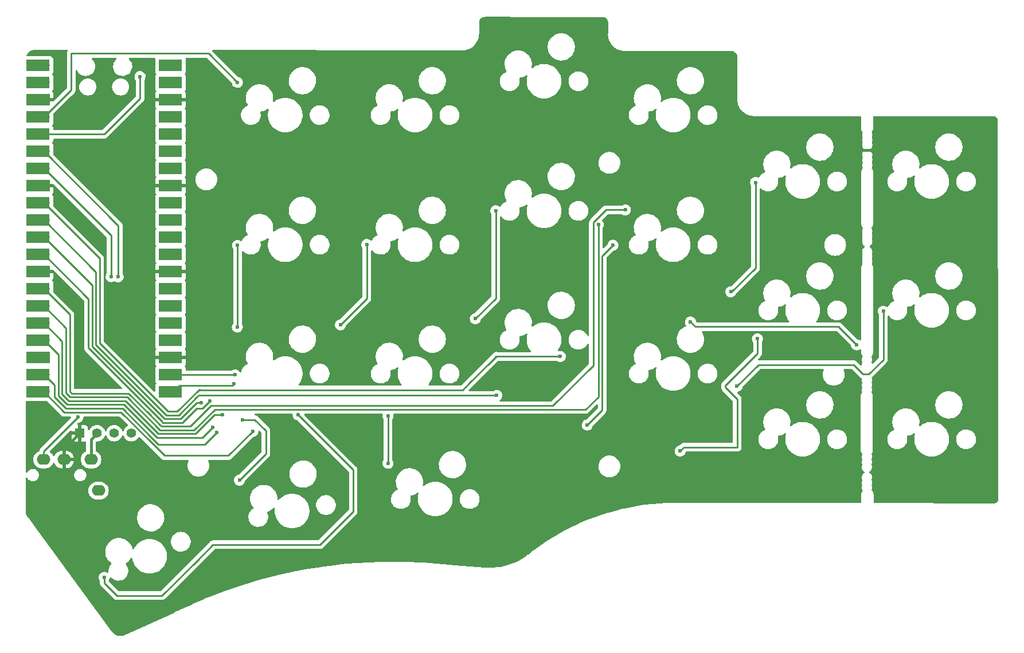
<source format=gtl>
%TF.GenerationSoftware,KiCad,Pcbnew,6.0.2+dfsg-1*%
%TF.CreationDate,2023-08-25T19:39:30+02:00*%
%TF.ProjectId,max,6d61782e-6b69-4636-9164-5f7063625858,rev1.0*%
%TF.SameCoordinates,Original*%
%TF.FileFunction,Copper,L1,Top*%
%TF.FilePolarity,Positive*%
%FSLAX46Y46*%
G04 Gerber Fmt 4.6, Leading zero omitted, Abs format (unit mm)*
G04 Created by KiCad (PCBNEW 6.0.2+dfsg-1) date 2023-08-25 19:39:30*
%MOMM*%
%LPD*%
G01*
G04 APERTURE LIST*
%TA.AperFunction,SMDPad,CuDef*%
%ADD10R,3.500000X1.700000*%
%TD*%
%TA.AperFunction,ComponentPad*%
%ADD11O,1.700000X1.700000*%
%TD*%
%TA.AperFunction,ComponentPad*%
%ADD12R,1.700000X1.700000*%
%TD*%
%TA.AperFunction,ComponentPad*%
%ADD13O,2.000000X1.600000*%
%TD*%
%TA.AperFunction,ComponentPad*%
%ADD14C,1.397000*%
%TD*%
%TA.AperFunction,ComponentPad*%
%ADD15R,1.397000X1.397000*%
%TD*%
%TA.AperFunction,ViaPad*%
%ADD16C,0.600000*%
%TD*%
%TA.AperFunction,Conductor*%
%ADD17C,0.400000*%
%TD*%
%TA.AperFunction,Conductor*%
%ADD18C,0.250000*%
%TD*%
G04 APERTURE END LIST*
D10*
%TO.P,U2,1,GPIO0*%
%TO.N,tx*%
X71286800Y-48465000D03*
D11*
X72186800Y-48465000D03*
%TO.P,U2,2,GPIO1*%
%TO.N,rx*%
X72186800Y-51005000D03*
D10*
X71286800Y-51005000D03*
D12*
%TO.P,U2,3,GND*%
%TO.N,GND*%
X72186800Y-53545000D03*
D10*
X71286800Y-53545000D03*
%TO.P,U2,4,GPIO2*%
%TO.N,/k05*%
X71286800Y-56085000D03*
D11*
X72186800Y-56085000D03*
D10*
%TO.P,U2,5,GPIO3*%
%TO.N,/k04*%
X71286800Y-58625000D03*
D11*
X72186800Y-58625000D03*
%TO.P,U2,6,GPIO4*%
%TO.N,/k01*%
X72186800Y-61165000D03*
D10*
X71286800Y-61165000D03*
%TO.P,U2,7,GPIO5*%
%TO.N,/k00*%
X71286800Y-63705000D03*
D11*
X72186800Y-63705000D03*
D10*
%TO.P,U2,8,GND*%
%TO.N,GND*%
X71286800Y-66245000D03*
D12*
X72186800Y-66245000D03*
D10*
%TO.P,U2,9,GPIO6*%
%TO.N,/k22*%
X71286800Y-68785000D03*
D11*
X72186800Y-68785000D03*
D10*
%TO.P,U2,10,GPIO7*%
%TO.N,/k23*%
X71286800Y-71325000D03*
D11*
X72186800Y-71325000D03*
%TO.P,U2,11,GPIO8*%
%TO.N,/k15*%
X72186800Y-73865000D03*
D10*
X71286800Y-73865000D03*
D11*
%TO.P,U2,12,GPIO9*%
%TO.N,/k14*%
X72186800Y-76405000D03*
D10*
X71286800Y-76405000D03*
%TO.P,U2,13,GND*%
%TO.N,GND*%
X71286800Y-78945000D03*
D12*
X72186800Y-78945000D03*
D11*
%TO.P,U2,14,GPIO10*%
%TO.N,/k12*%
X72186800Y-81485000D03*
D10*
X71286800Y-81485000D03*
%TO.P,U2,15,GPIO11*%
%TO.N,/k02*%
X71286800Y-84025000D03*
D11*
X72186800Y-84025000D03*
D10*
%TO.P,U2,16,GPIO12*%
%TO.N,/k25*%
X71286800Y-86565000D03*
D11*
X72186800Y-86565000D03*
D10*
%TO.P,U2,17,GPIO13*%
%TO.N,/k24*%
X71286800Y-89105000D03*
D11*
X72186800Y-89105000D03*
D12*
%TO.P,U2,18,GND*%
%TO.N,GND*%
X72186800Y-91645000D03*
D10*
X71286800Y-91645000D03*
%TO.P,U2,19,GPIO14*%
%TO.N,/k13*%
X71286800Y-94185000D03*
D11*
X72186800Y-94185000D03*
%TO.P,U2,20,GPIO15*%
%TO.N,/k03*%
X72186800Y-96725000D03*
D10*
X71286800Y-96725000D03*
D11*
%TO.P,U2,21,GPIO16*%
%TO.N,/k32*%
X89966800Y-96725000D03*
D10*
X90866800Y-96725000D03*
D11*
%TO.P,U2,22,GPIO17*%
%TO.N,/k30*%
X89966800Y-94185000D03*
D10*
X90866800Y-94185000D03*
%TO.P,U2,23,GND*%
%TO.N,GND*%
X90866800Y-91645000D03*
D12*
X89966800Y-91645000D03*
D11*
%TO.P,U2,24,GPIO18*%
%TO.N,/k31*%
X89966800Y-89105000D03*
D10*
X90866800Y-89105000D03*
%TO.P,U2,25,GPIO19*%
%TO.N,/k21*%
X90866800Y-86565000D03*
D11*
X89966800Y-86565000D03*
%TO.P,U2,26,GPIO20*%
%TO.N,/k11*%
X89966800Y-84025000D03*
D10*
X90866800Y-84025000D03*
%TO.P,U2,27,GPIO21*%
%TO.N,/k20*%
X90866800Y-81485000D03*
D11*
X89966800Y-81485000D03*
D10*
%TO.P,U2,28,GND*%
%TO.N,GND*%
X90866800Y-78945000D03*
D12*
X89966800Y-78945000D03*
D11*
%TO.P,U2,29,GPIO22*%
%TO.N,/k10*%
X89966800Y-76405000D03*
D10*
X90866800Y-76405000D03*
D11*
%TO.P,U2,30,RUN*%
%TO.N,unconnected-(U2-Pad30)*%
X89966800Y-73865000D03*
D10*
X90866800Y-73865000D03*
D11*
%TO.P,U2,31,GPIO26_I2C1_SDA*%
%TO.N,SDA*%
X89966800Y-71325000D03*
D10*
X90866800Y-71325000D03*
D11*
%TO.P,U2,32,GPIO27_I2C1_SCL*%
%TO.N,SCL*%
X89966800Y-68785000D03*
D10*
X90866800Y-68785000D03*
%TO.P,U2,33,AGND*%
%TO.N,GND*%
X90866800Y-66245000D03*
D12*
X89966800Y-66245000D03*
D11*
%TO.P,U2,34,GPIO28_ADC2*%
%TO.N,vbus_sense*%
X89966800Y-63705000D03*
D10*
X90866800Y-63705000D03*
%TO.P,U2,35,ADC_VREF*%
%TO.N,unconnected-(U2-Pad35)*%
X90866800Y-61165000D03*
D11*
X89966800Y-61165000D03*
D10*
%TO.P,U2,36,3V3*%
%TO.N,unconnected-(U2-Pad36)*%
X90866800Y-58625000D03*
D11*
X89966800Y-58625000D03*
%TO.P,U2,37,3V3_EN*%
%TO.N,unconnected-(U2-Pad37)*%
X89966800Y-56085000D03*
D10*
X90866800Y-56085000D03*
%TO.P,U2,38,GND*%
%TO.N,GND*%
X90866800Y-53545000D03*
D12*
X89966800Y-53545000D03*
D11*
%TO.P,U2,39,VSYS*%
%TO.N,VCC*%
X89966800Y-51005000D03*
D10*
X90866800Y-51005000D03*
D11*
%TO.P,U2,40,VBUS*%
%TO.N,VBUS*%
X89966800Y-48465000D03*
D10*
X90866800Y-48465000D03*
%TD*%
D13*
%TO.P,J1,1,SLEEVE*%
%TO.N,rx*%
X80230000Y-111300000D03*
%TO.P,J1,2,TIP*%
%TO.N,VCC*%
X79130000Y-106700000D03*
%TO.P,J1,3,RING1*%
%TO.N,GND*%
X75130000Y-106700000D03*
%TO.P,J1,4,RING2*%
%TO.N,tx*%
X72130000Y-106700000D03*
%TD*%
D14*
%TO.P,J2,1,Pin_1*%
%TO.N,SDA*%
X85090001Y-102819602D03*
%TO.P,J2,2,Pin_2*%
%TO.N,SCL*%
X82550001Y-102819602D03*
%TO.P,J2,3,Pin_3*%
%TO.N,VCC*%
X80010001Y-102819602D03*
D15*
%TO.P,J2,4,Pin_4*%
%TO.N,GND*%
X77470001Y-102819602D03*
%TD*%
D16*
%TO.N,GND*%
X195770513Y-67186168D03*
X190500000Y-58420000D03*
X135906994Y-74459228D03*
X132841861Y-86184690D03*
X196605321Y-60125192D03*
%TO.N,/k00*%
X173596281Y-81900954D03*
X82102737Y-79679749D03*
X177539305Y-88852058D03*
X166115635Y-105437924D03*
X177271176Y-65750370D03*
%TO.N,/k01*%
X83133627Y-79701766D03*
%TO.N,/k02*%
X154038106Y-71974174D03*
X154038106Y-71974174D03*
%TO.N,/k03*%
X103034364Y-102517441D03*
X152400000Y-101600000D03*
X156200141Y-75021157D03*
%TO.N,/k04*%
X86360000Y-50086935D03*
%TO.N,/k05*%
X100736700Y-50965646D03*
%TO.N,/k11*%
X196116958Y-84779785D03*
X174513530Y-95889711D03*
%TO.N,/k12*%
X158043839Y-69805109D03*
%TO.N,/k13*%
X135872758Y-85886969D03*
X97660009Y-102740009D03*
X138887613Y-69931950D03*
%TO.N,/k14*%
X115954680Y-86789520D03*
X119857054Y-74919799D03*
X96697468Y-98022720D03*
%TO.N,/k15*%
X100775939Y-75061445D03*
X95419501Y-98295465D03*
X100734564Y-87123190D03*
%TO.N,/k21*%
X192164901Y-89746261D03*
X89966800Y-86565000D03*
X167640000Y-86360000D03*
%TO.N,/k22*%
X148436043Y-91473874D03*
%TO.N,/k23*%
X139041931Y-97225724D03*
%TO.N,/k24*%
X97109767Y-101910518D03*
%TO.N,/k25*%
X98529073Y-100116127D03*
%TO.N,/k30*%
X122993152Y-100276035D03*
X122984378Y-107264364D03*
X122993152Y-100276035D03*
X100375346Y-94176034D03*
%TO.N,/k31*%
X101488300Y-100808980D03*
X101038524Y-109750388D03*
%TO.N,/k32*%
X81073031Y-124129043D03*
X109710349Y-100097347D03*
X100224919Y-95472714D03*
%TO.N,tx*%
X77175635Y-100454196D03*
%TD*%
D17*
%TO.N,GND*%
X195770513Y-60960000D02*
X195770513Y-67186168D01*
X75130000Y-105159603D02*
X77470001Y-102819602D01*
X75130000Y-106700000D02*
X75130000Y-105159603D01*
X193040000Y-60960000D02*
X195580000Y-60960000D01*
X132841861Y-77524361D02*
X132841861Y-86184690D01*
X135906994Y-74459228D02*
X132841861Y-77524361D01*
X195580000Y-60960000D02*
X195770513Y-60960000D01*
X195770513Y-60960000D02*
X196605321Y-60125192D01*
X195770513Y-67186168D02*
X195776378Y-67192033D01*
X190500000Y-58420000D02*
X193040000Y-60960000D01*
D18*
%TO.N,/k00*%
X173596281Y-81900954D02*
X173762657Y-81900954D01*
X172821016Y-96042573D02*
X172821016Y-95749895D01*
X177539305Y-91031606D02*
X177539305Y-88852058D01*
X177189876Y-78473735D02*
X177271176Y-78392435D01*
X177271176Y-78392435D02*
X177271176Y-65750370D01*
X173762657Y-81900954D02*
X177189876Y-78473735D01*
X174564996Y-97786553D02*
X172821016Y-96042573D01*
X172821016Y-95749895D02*
X177539305Y-91031606D01*
X166673670Y-104879889D02*
X174564996Y-104879889D01*
X174564996Y-104879889D02*
X174564996Y-97786553D01*
X72186800Y-63705000D02*
X82102737Y-73620937D01*
X82102737Y-73620937D02*
X82102737Y-79679749D01*
X166115635Y-105437924D02*
X166673670Y-104879889D01*
%TO.N,/k01*%
X83133627Y-72111827D02*
X83133627Y-79701766D01*
X72186800Y-61165000D02*
X83133627Y-72111827D01*
%TO.N,/k02*%
X154038106Y-89676485D02*
X154064929Y-89703308D01*
X154038106Y-71974174D02*
X154038106Y-89676485D01*
X94340072Y-102347926D02*
X97396127Y-99291871D01*
X89315058Y-102347927D02*
X94340072Y-102347926D01*
X75441415Y-87279615D02*
X75441415Y-96871063D01*
X84441552Y-97474423D02*
X89315058Y-102347927D01*
X76044773Y-97474421D02*
X84441552Y-97474423D01*
X72186800Y-84025000D02*
X75441415Y-87279615D01*
X97396127Y-99291871D02*
X152168129Y-99291871D01*
X75441415Y-96871063D02*
X76044773Y-97474421D01*
X152168129Y-99291871D02*
X154038106Y-97421894D01*
X154038106Y-89676485D02*
X154038106Y-97421894D01*
%TO.N,/k03*%
X89971609Y-106125479D02*
X99426326Y-106125479D01*
X72186800Y-96725000D02*
X75191485Y-99729685D01*
X77475738Y-99729685D02*
X83588262Y-99729685D01*
X88113317Y-104267187D02*
X88844852Y-104998722D01*
X88113317Y-104254740D02*
X88113317Y-104267187D01*
X154614448Y-76606850D02*
X156200141Y-75021157D01*
X75191485Y-99729685D02*
X77475738Y-99729685D01*
X154614448Y-99385552D02*
X154614448Y-76606850D01*
X152400000Y-101600000D02*
X154614448Y-99385552D01*
X83588262Y-99729685D02*
X88113317Y-104254740D01*
X88844852Y-104998722D02*
X89971609Y-106125479D01*
X99426326Y-106125479D02*
X103034364Y-102517441D01*
%TO.N,/k04*%
X86360000Y-53340000D02*
X86360000Y-50086935D01*
X72186800Y-58625000D02*
X81075000Y-58625000D01*
X81075000Y-58625000D02*
X86360000Y-53340000D01*
%TO.N,/k05*%
X75777766Y-52510336D02*
X76200000Y-52088102D01*
X76224913Y-46697424D02*
X96468478Y-46697424D01*
X72186800Y-56085000D02*
X75761464Y-52510336D01*
X76200000Y-52088102D02*
X76200000Y-46722337D01*
X75761464Y-52510336D02*
X75777766Y-52510336D01*
X96468478Y-46697424D02*
X100736700Y-50965646D01*
X76200000Y-46722337D02*
X76224913Y-46697424D01*
%TO.N,/k11*%
X174513530Y-95889711D02*
X177703232Y-92700009D01*
X191760009Y-92700009D02*
X193116898Y-94056898D01*
X177703232Y-92700009D02*
X191760009Y-92700009D01*
X193116898Y-94056898D02*
X193981777Y-94056898D01*
X196116958Y-91921717D02*
X196116958Y-84779785D01*
X193981777Y-94056898D02*
X196116958Y-91921717D01*
%TO.N,/k12*%
X87773874Y-100029608D02*
X89344265Y-101599999D01*
X97994797Y-98742351D02*
X147334199Y-98742351D01*
X153313595Y-92762955D02*
X153313595Y-71674071D01*
X93781594Y-101798406D02*
X93980000Y-101600000D01*
X153313595Y-71674071D02*
X155182557Y-69805109D01*
X96837649Y-98742351D02*
X97994797Y-98742351D01*
X89997912Y-101798406D02*
X93781594Y-101798406D01*
X89542675Y-101798407D02*
X89997912Y-101798406D01*
X75990935Y-95323873D02*
X75990935Y-96643445D01*
X75990934Y-85289134D02*
X75990935Y-95323873D01*
X96520000Y-99060000D02*
X96837649Y-98742351D01*
X76272391Y-96924901D02*
X84669168Y-96924901D01*
X147334199Y-98742351D02*
X153313595Y-92762955D01*
X93980000Y-101600000D02*
X96520000Y-99060000D01*
X84669168Y-96924901D02*
X87773874Y-100029608D01*
X75990935Y-96643445D02*
X76272391Y-96924901D01*
X155182557Y-69805109D02*
X158043839Y-69805109D01*
X72186800Y-81485000D02*
X75990934Y-85289134D01*
X89344265Y-101599999D02*
X89542675Y-101798407D01*
%TO.N,/k13*%
X95950816Y-104449202D02*
X97660009Y-102740009D01*
X88150340Y-103514625D02*
X89084917Y-104449202D01*
X135872758Y-85886969D02*
X138887613Y-82872114D01*
X73718947Y-95717147D02*
X73718947Y-97480009D01*
X138887613Y-82872114D02*
X138887613Y-69931950D01*
X75419103Y-99180165D02*
X76082399Y-99180165D01*
X97660009Y-102740009D02*
X97694383Y-102705635D01*
X94250110Y-104449202D02*
X95950816Y-104449202D01*
X72186800Y-94185000D02*
X73718947Y-95717147D01*
X76082399Y-99180165D02*
X83815881Y-99180166D01*
X83815881Y-99180166D02*
X88150340Y-103514625D01*
X89084917Y-104449202D02*
X94250110Y-104449202D01*
X73718947Y-97480009D02*
X75419103Y-99180165D01*
%TO.N,/k14*%
X95610729Y-99128851D02*
X96697468Y-98042112D01*
X89534834Y-101013430D02*
X89770292Y-101248887D01*
X78740000Y-90218595D02*
X89534834Y-101013430D01*
X72186800Y-76405000D02*
X78740000Y-82958200D01*
X96697468Y-98042112D02*
X96697468Y-98022720D01*
X119857054Y-82887146D02*
X119857054Y-74919799D01*
X89770292Y-101248887D02*
X92592128Y-101248887D01*
X78740000Y-82958200D02*
X78740000Y-90218595D01*
X89534834Y-101013430D02*
X89510702Y-100989298D01*
X94712164Y-99128851D02*
X95610729Y-99128851D01*
X92592128Y-101248887D02*
X94712164Y-99128851D01*
X115954680Y-86789520D02*
X119857054Y-82887146D01*
%TO.N,/k15*%
X72186800Y-73865000D02*
X79289520Y-80967720D01*
X100775939Y-87081815D02*
X100775939Y-75061445D01*
X94768412Y-98295465D02*
X95419501Y-98295465D01*
X79289520Y-89990977D02*
X89997910Y-100699367D01*
X100734564Y-87123190D02*
X100775939Y-87081815D01*
X89997910Y-100699367D02*
X92364510Y-100699367D01*
X79289520Y-80967720D02*
X79289520Y-89990977D01*
X92364510Y-100699367D02*
X94768412Y-98295465D01*
%TO.N,/k21*%
X168359478Y-87079478D02*
X189498118Y-87079478D01*
X167640000Y-86360000D02*
X168359478Y-87079478D01*
X189498118Y-87079478D02*
X192164901Y-89746261D01*
%TO.N,/k22*%
X80388560Y-89535741D02*
X90453147Y-99600328D01*
X90453147Y-99600328D02*
X91884645Y-99600328D01*
X95208242Y-96424521D02*
X133984404Y-96424521D01*
X135058988Y-95349937D02*
X138064463Y-92344463D01*
X91884645Y-99600328D02*
X95134347Y-96350626D01*
X138935052Y-91473874D02*
X148436043Y-91473874D01*
X134501162Y-95907763D02*
X135058988Y-95349937D01*
X95134347Y-96350626D02*
X95208242Y-96424521D01*
X80388560Y-76986760D02*
X80388560Y-89535741D01*
X138064463Y-92344463D02*
X138935052Y-91473874D01*
X133984404Y-96424521D02*
X135058988Y-95349937D01*
X72186800Y-68785000D02*
X80388560Y-76986760D01*
X138064463Y-92344463D02*
X138968925Y-91440000D01*
%TO.N,/k23*%
X72186800Y-71325000D02*
X79839040Y-78977240D01*
X137406890Y-97222427D02*
X137410187Y-97225724D01*
X94763038Y-97499073D02*
X95039684Y-97222427D01*
X79839040Y-89763359D02*
X90132209Y-100056528D01*
X90132209Y-100056528D02*
X90225528Y-100149847D01*
X95039684Y-97222427D02*
X137406890Y-97222427D01*
X79839040Y-78977240D02*
X79839040Y-89763359D01*
X90132209Y-100056528D02*
X90225529Y-100149848D01*
X92112264Y-100149847D02*
X94763038Y-97499073D01*
X137410187Y-97225724D02*
X139041931Y-97225724D01*
X90225528Y-100149847D02*
X92112264Y-100149847D01*
%TO.N,/k24*%
X83986314Y-98573461D02*
X84365401Y-98952548D01*
X72186800Y-89105000D02*
X74305118Y-91223318D01*
X74305118Y-91223318D02*
X74305118Y-97289042D01*
X88715813Y-103302960D02*
X88859819Y-103446966D01*
X84365401Y-98952548D02*
X88715813Y-103302960D01*
X95573319Y-103446966D02*
X97109767Y-101910518D01*
X74305118Y-97289042D02*
X75589537Y-98573461D01*
X75589537Y-98573461D02*
X83986314Y-98573461D01*
X88859819Y-103446966D02*
X95573319Y-103446966D01*
%TO.N,/k25*%
X97349009Y-100116127D02*
X98529073Y-100116127D01*
X76910762Y-98023941D02*
X84213933Y-98023942D01*
X94567691Y-102897445D02*
X97349009Y-100116127D01*
X74854638Y-92896615D02*
X74854638Y-97061424D01*
X88957174Y-102767183D02*
X89087437Y-102897446D01*
X74854638Y-97061424D02*
X75817155Y-98023941D01*
X93980000Y-102897445D02*
X94567691Y-102897445D01*
X74854638Y-89232838D02*
X74854638Y-92896615D01*
X72186800Y-86565000D02*
X74854638Y-89232838D01*
X75817155Y-98023941D02*
X76910762Y-98023941D01*
X89087437Y-102897446D02*
X93980000Y-102897445D01*
X84213933Y-98023942D02*
X88957174Y-102767183D01*
%TO.N,/k30*%
X122993152Y-100276035D02*
X122984378Y-100284809D01*
X89975766Y-94176034D02*
X100375346Y-94176034D01*
X89966800Y-94185000D02*
X89975766Y-94176034D01*
X122984378Y-100284809D02*
X122984378Y-107264364D01*
%TO.N,/k31*%
X104789145Y-102285209D02*
X104969464Y-102465528D01*
X103312916Y-100808980D02*
X104789145Y-102285209D01*
X104969464Y-105819448D02*
X101038524Y-109750388D01*
X101038524Y-109750388D02*
X100930333Y-109750388D01*
X101488300Y-100808980D02*
X103312916Y-100808980D01*
X104969464Y-102465528D02*
X104969464Y-105819448D01*
%TO.N,/k32*%
X94782993Y-121636322D02*
X89589825Y-126829490D01*
X100082116Y-95615517D02*
X100224919Y-95472714D01*
X117840658Y-108227656D02*
X117840658Y-114365888D01*
X89589825Y-126829490D02*
X82942571Y-126829490D01*
X92158893Y-95801107D02*
X100082116Y-95801107D01*
X117840658Y-114365888D02*
X112907149Y-119299397D01*
X91235000Y-96725000D02*
X91440000Y-96520000D01*
X81073031Y-124959950D02*
X81073031Y-124129043D01*
X112907149Y-119299397D02*
X99508776Y-119299397D01*
X97119918Y-119299397D02*
X94782993Y-121636322D01*
X91440000Y-96520000D02*
X92158893Y-95801107D01*
X82942571Y-126829490D02*
X81073031Y-124959950D01*
X100082116Y-95801107D02*
X100082116Y-95615517D01*
X99508776Y-119299397D02*
X97119918Y-119299397D01*
X89966800Y-96725000D02*
X91235000Y-96725000D01*
X109710349Y-100097347D02*
X117840658Y-108227656D01*
%TO.N,tx*%
X77175635Y-100454196D02*
X72130000Y-105499831D01*
X72130000Y-105499831D02*
X72130000Y-106700000D01*
D17*
%TO.N,VCC*%
X79130000Y-103699603D02*
X80010001Y-102819602D01*
X79130000Y-106700000D02*
X79130000Y-103699603D01*
%TD*%
%TA.AperFunction,Conductor*%
%TO.N,GND*%
G36*
X144741636Y-41281815D02*
G01*
X154601448Y-41282522D01*
X154613736Y-41283124D01*
X154655698Y-41287242D01*
X154666085Y-41285280D01*
X154695142Y-41283220D01*
X154807997Y-41288315D01*
X154833313Y-41292060D01*
X154962826Y-41324934D01*
X154986851Y-41333712D01*
X155107057Y-41392081D01*
X155128821Y-41405538D01*
X155234745Y-41486986D01*
X155253343Y-41504565D01*
X155340626Y-41605736D01*
X155355289Y-41626711D01*
X155419634Y-41742188D01*
X155420325Y-41743429D01*
X155430446Y-41766930D01*
X155470169Y-41893148D01*
X155470560Y-41894389D01*
X155475724Y-41919456D01*
X155486480Y-42025129D01*
X155486057Y-42041052D01*
X155486869Y-42041062D01*
X155486757Y-42050041D01*
X155485373Y-42058909D01*
X155489195Y-42088200D01*
X155490250Y-42105412D01*
X155478237Y-43744097D01*
X155477976Y-43779725D01*
X155476232Y-43799708D01*
X155473325Y-43816985D01*
X155473324Y-43816995D01*
X155472518Y-43821786D01*
X155472365Y-43834325D01*
X155473055Y-43839140D01*
X155473216Y-43841615D01*
X155473784Y-43847210D01*
X155491094Y-44133387D01*
X155491324Y-44137183D01*
X155546016Y-44435626D01*
X155547148Y-44439258D01*
X155547148Y-44439259D01*
X155574376Y-44526636D01*
X155636282Y-44725300D01*
X155637844Y-44728770D01*
X155637846Y-44728776D01*
X155679763Y-44821911D01*
X155760806Y-45001981D01*
X155762775Y-45005238D01*
X155762777Y-45005242D01*
X155830916Y-45117957D01*
X155917773Y-45261636D01*
X156104893Y-45500477D01*
X156319437Y-45715021D01*
X156558278Y-45902141D01*
X156561532Y-45904108D01*
X156814672Y-46057137D01*
X156814676Y-46057139D01*
X156817933Y-46059108D01*
X156843112Y-46070440D01*
X157091138Y-46182068D01*
X157091144Y-46182070D01*
X157094614Y-46183632D01*
X157098250Y-46184765D01*
X157283336Y-46242440D01*
X157384288Y-46273898D01*
X157682731Y-46328590D01*
X157686522Y-46328819D01*
X157686528Y-46328820D01*
X157864584Y-46339589D01*
X157954802Y-46345046D01*
X157968106Y-46346564D01*
X157973050Y-46347396D01*
X157979527Y-46347475D01*
X157980730Y-46347490D01*
X157980734Y-46347490D01*
X157985589Y-46347549D01*
X157990398Y-46346860D01*
X157990402Y-46346860D01*
X158003066Y-46345046D01*
X158012998Y-46343624D01*
X158030927Y-46342351D01*
X173673332Y-46351390D01*
X173685606Y-46351997D01*
X173727592Y-46356138D01*
X173737988Y-46354180D01*
X173767038Y-46352133D01*
X173818515Y-46354477D01*
X173879920Y-46357273D01*
X173905219Y-46361024D01*
X174034759Y-46393943D01*
X174058782Y-46402727D01*
X174075967Y-46411075D01*
X174179001Y-46461127D01*
X174200755Y-46474581D01*
X174291276Y-46544192D01*
X174306702Y-46556055D01*
X174325290Y-46573624D01*
X174412607Y-46674825D01*
X174427261Y-46695784D01*
X174492335Y-46812524D01*
X174502457Y-46836013D01*
X174542618Y-46963497D01*
X174547787Y-46988547D01*
X174558588Y-47094246D01*
X174558169Y-47110170D01*
X174558982Y-47110180D01*
X174558874Y-47119154D01*
X174557494Y-47128024D01*
X174558659Y-47136922D01*
X174558659Y-47136924D01*
X174561615Y-47159499D01*
X174562681Y-47175856D01*
X174562681Y-53637392D01*
X174562532Y-53643520D01*
X174559703Y-53701612D01*
X174560217Y-53706453D01*
X174560217Y-53706454D01*
X174560421Y-53708371D01*
X174561027Y-53714082D01*
X174563363Y-53722856D01*
X174565700Y-53733448D01*
X174611056Y-53991644D01*
X174690507Y-54262181D01*
X174799632Y-54522170D01*
X174801350Y-54525247D01*
X174929194Y-54754259D01*
X174937070Y-54768368D01*
X174939116Y-54771229D01*
X174939117Y-54771230D01*
X175094377Y-54988295D01*
X175101106Y-54997703D01*
X175289695Y-55207314D01*
X175292321Y-55209647D01*
X175292323Y-55209649D01*
X175473601Y-55370702D01*
X175500484Y-55394586D01*
X175503354Y-55396611D01*
X175503358Y-55396615D01*
X175727978Y-55555163D01*
X175727985Y-55555167D01*
X175730842Y-55557184D01*
X175733908Y-55558870D01*
X175733912Y-55558873D01*
X175851302Y-55623444D01*
X175977895Y-55693077D01*
X175981141Y-55694415D01*
X175981146Y-55694418D01*
X176235303Y-55799227D01*
X176235309Y-55799229D01*
X176238563Y-55800571D01*
X176509592Y-55878326D01*
X176513064Y-55878913D01*
X176513066Y-55878914D01*
X176784137Y-55924784D01*
X176784143Y-55924785D01*
X176787602Y-55925370D01*
X176924234Y-55933012D01*
X177033566Y-55939128D01*
X177047433Y-55940677D01*
X177056585Y-55942217D01*
X177063083Y-55942296D01*
X177064265Y-55942311D01*
X177064269Y-55942311D01*
X177069124Y-55942370D01*
X177096591Y-55938436D01*
X177114497Y-55937165D01*
X187491257Y-55941537D01*
X192699632Y-55943731D01*
X192767744Y-55963762D01*
X192814215Y-56017437D01*
X192825578Y-56069331D01*
X192828711Y-57057928D01*
X192830384Y-57585821D01*
X192828640Y-57607118D01*
X192825481Y-57625901D01*
X192825329Y-57638440D01*
X192826020Y-57643262D01*
X192827534Y-57653831D01*
X192828200Y-57659343D01*
X192843764Y-57817262D01*
X192845559Y-57823177D01*
X192845559Y-57823179D01*
X192894137Y-57983289D01*
X192894139Y-57983294D01*
X192895934Y-57989210D01*
X192980645Y-58147677D01*
X192984569Y-58152458D01*
X192984574Y-58152465D01*
X193056288Y-58239841D01*
X193084044Y-58305187D01*
X193072065Y-58375166D01*
X193067846Y-58383063D01*
X193058498Y-58399157D01*
X193058496Y-58399160D01*
X193054820Y-58405490D01*
X193052699Y-58412494D01*
X193052697Y-58412498D01*
X193016486Y-58532059D01*
X193003551Y-58574767D01*
X192992599Y-58751298D01*
X193022552Y-58925614D01*
X193025418Y-58932348D01*
X193025418Y-58932350D01*
X193067947Y-59032300D01*
X193076213Y-59102814D01*
X193060960Y-59144917D01*
X193058500Y-59149153D01*
X193058497Y-59149159D01*
X193054820Y-59155490D01*
X193052699Y-59162494D01*
X193052697Y-59162498D01*
X193023452Y-59259059D01*
X193003551Y-59324767D01*
X192992599Y-59501298D01*
X192993839Y-59508514D01*
X192993839Y-59508516D01*
X192995764Y-59519717D01*
X193022552Y-59675614D01*
X193025418Y-59682348D01*
X193025418Y-59682350D01*
X193067947Y-59782300D01*
X193076213Y-59852814D01*
X193060960Y-59894917D01*
X193058500Y-59899153D01*
X193058497Y-59899159D01*
X193054820Y-59905490D01*
X193052699Y-59912494D01*
X193052697Y-59912498D01*
X193015991Y-60033692D01*
X193003551Y-60074767D01*
X192992599Y-60251298D01*
X193022552Y-60425614D01*
X193091803Y-60588364D01*
X193096136Y-60594252D01*
X193096139Y-60594257D01*
X193145347Y-60661122D01*
X193196638Y-60730818D01*
X193202216Y-60735557D01*
X193202219Y-60735560D01*
X193325852Y-60840594D01*
X193325856Y-60840597D01*
X193331431Y-60845333D01*
X193340118Y-60849769D01*
X193341333Y-60850918D01*
X193344042Y-60852725D01*
X193343733Y-60853189D01*
X193391692Y-60898560D01*
X193408700Y-60967489D01*
X193385742Y-61034672D01*
X193351905Y-61067359D01*
X193309841Y-61094938D01*
X193265294Y-61124144D01*
X193143656Y-61252547D01*
X193054820Y-61405490D01*
X193052699Y-61412494D01*
X193052697Y-61412498D01*
X193020135Y-61520010D01*
X193003551Y-61574767D01*
X192992599Y-61751298D01*
X192993839Y-61758514D01*
X192993839Y-61758516D01*
X193005329Y-61825381D01*
X193022552Y-61925614D01*
X193025418Y-61932348D01*
X193025418Y-61932350D01*
X193067947Y-62032300D01*
X193076213Y-62102814D01*
X193060960Y-62144917D01*
X193058500Y-62149153D01*
X193058497Y-62149159D01*
X193054820Y-62155490D01*
X193052699Y-62162494D01*
X193052697Y-62162498D01*
X193020474Y-62268891D01*
X193003551Y-62324767D01*
X192992599Y-62501298D01*
X192993839Y-62508514D01*
X192993839Y-62508516D01*
X193012429Y-62616703D01*
X193022552Y-62675614D01*
X193025418Y-62682348D01*
X193025418Y-62682350D01*
X193067947Y-62782300D01*
X193076213Y-62852814D01*
X193060960Y-62894917D01*
X193058500Y-62899153D01*
X193058497Y-62899159D01*
X193054820Y-62905490D01*
X193052699Y-62912494D01*
X193052697Y-62912498D01*
X193016361Y-63032471D01*
X193003551Y-63074767D01*
X192992599Y-63251298D01*
X192993839Y-63258514D01*
X192993839Y-63258516D01*
X193010728Y-63356805D01*
X193022552Y-63425614D01*
X193025417Y-63432347D01*
X193025419Y-63432354D01*
X193077750Y-63555338D01*
X193086017Y-63625852D01*
X193059209Y-63684606D01*
X192988651Y-63770581D01*
X192985733Y-63776039D01*
X192985733Y-63776040D01*
X192936136Y-63868830D01*
X192904337Y-63928321D01*
X192852416Y-64099480D01*
X192839202Y-64233648D01*
X192838280Y-64243013D01*
X192837386Y-64250052D01*
X192835543Y-64261887D01*
X192835543Y-64261888D01*
X192834092Y-64271209D01*
X192834897Y-64277362D01*
X192834885Y-64277479D01*
X192834912Y-64277479D01*
X192836619Y-64290536D01*
X192836619Y-64290538D01*
X192838209Y-64302694D01*
X192839272Y-64319046D01*
X192839132Y-65388608D01*
X192838296Y-71761740D01*
X192836796Y-71781106D01*
X192835786Y-71787595D01*
X192833104Y-71804822D01*
X192833924Y-71811092D01*
X192833897Y-71811092D01*
X192834256Y-71814737D01*
X192834256Y-71814738D01*
X192835227Y-71824595D01*
X192851428Y-71989091D01*
X192903349Y-72160250D01*
X192906265Y-72165705D01*
X192906266Y-72165708D01*
X192924479Y-72199781D01*
X192987663Y-72317990D01*
X192991588Y-72322773D01*
X192991589Y-72322774D01*
X193080345Y-72430924D01*
X193108098Y-72496271D01*
X193096116Y-72566249D01*
X193091899Y-72574142D01*
X193045790Y-72653525D01*
X193043669Y-72660529D01*
X193043667Y-72660533D01*
X193008483Y-72776703D01*
X192994521Y-72822802D01*
X192983569Y-72999333D01*
X192984809Y-73006549D01*
X192984809Y-73006551D01*
X193012282Y-73166433D01*
X193013522Y-73173649D01*
X193016388Y-73180383D01*
X193016388Y-73180385D01*
X193058917Y-73280335D01*
X193067183Y-73350849D01*
X193051930Y-73392952D01*
X193049470Y-73397188D01*
X193049467Y-73397194D01*
X193045790Y-73403525D01*
X193043669Y-73410529D01*
X193043667Y-73410533D01*
X193013831Y-73509046D01*
X192994521Y-73572802D01*
X192983569Y-73749333D01*
X192984809Y-73756549D01*
X192984809Y-73756551D01*
X193011008Y-73909016D01*
X193013522Y-73923649D01*
X193016388Y-73930383D01*
X193016388Y-73930385D01*
X193058917Y-74030335D01*
X193067183Y-74100849D01*
X193051930Y-74142952D01*
X193049470Y-74147188D01*
X193049467Y-74147194D01*
X193045790Y-74153525D01*
X193043669Y-74160529D01*
X193043667Y-74160533D01*
X193011480Y-74266809D01*
X192994521Y-74322802D01*
X192983569Y-74499333D01*
X192984809Y-74506549D01*
X192984809Y-74506551D01*
X192986395Y-74515781D01*
X193013522Y-74673649D01*
X193082773Y-74836399D01*
X193087106Y-74842287D01*
X193087109Y-74842292D01*
X193135789Y-74908439D01*
X193187608Y-74978853D01*
X193193186Y-74983592D01*
X193193189Y-74983595D01*
X193316822Y-75088629D01*
X193316826Y-75088632D01*
X193322401Y-75093368D01*
X193331088Y-75097804D01*
X193332303Y-75098953D01*
X193335012Y-75100760D01*
X193334703Y-75101224D01*
X193382662Y-75146595D01*
X193399670Y-75215524D01*
X193376712Y-75282707D01*
X193342875Y-75315394D01*
X193324501Y-75327441D01*
X193256264Y-75372179D01*
X193134626Y-75500582D01*
X193045790Y-75653525D01*
X193043669Y-75660529D01*
X193043667Y-75660533D01*
X193012905Y-75762104D01*
X192994521Y-75822802D01*
X192983569Y-75999333D01*
X192984809Y-76006549D01*
X192984809Y-76006551D01*
X193004201Y-76119404D01*
X193013522Y-76173649D01*
X193016388Y-76180383D01*
X193016388Y-76180385D01*
X193058917Y-76280335D01*
X193067183Y-76350849D01*
X193051930Y-76392952D01*
X193049470Y-76397188D01*
X193049467Y-76397194D01*
X193045790Y-76403525D01*
X193043669Y-76410529D01*
X193043667Y-76410533D01*
X193012631Y-76513008D01*
X192994521Y-76572802D01*
X192983569Y-76749333D01*
X192984809Y-76756549D01*
X192984809Y-76756551D01*
X193007202Y-76886870D01*
X193013522Y-76923649D01*
X193016388Y-76930383D01*
X193016388Y-76930385D01*
X193058917Y-77030335D01*
X193067183Y-77100849D01*
X193051930Y-77142952D01*
X193049470Y-77147188D01*
X193049467Y-77147194D01*
X193045790Y-77153525D01*
X193043669Y-77160529D01*
X193043667Y-77160533D01*
X193009129Y-77274571D01*
X192994521Y-77322802D01*
X192983569Y-77499333D01*
X192984809Y-77506549D01*
X192984809Y-77506551D01*
X193007505Y-77638635D01*
X193013522Y-77673649D01*
X193016385Y-77680377D01*
X193016386Y-77680381D01*
X193047251Y-77752918D01*
X193055517Y-77823431D01*
X193028709Y-77882184D01*
X192988651Y-77930995D01*
X192904337Y-78088735D01*
X192852416Y-78259894D01*
X192844622Y-78339032D01*
X192838280Y-78403427D01*
X192837386Y-78410466D01*
X192835585Y-78422029D01*
X192835586Y-78422031D01*
X192834092Y-78431623D01*
X192834897Y-78437776D01*
X192834885Y-78437893D01*
X192834912Y-78437893D01*
X192836873Y-78452886D01*
X192838214Y-78463143D01*
X192839278Y-78479481D01*
X192839278Y-88987421D01*
X192819276Y-89055542D01*
X192765620Y-89102035D01*
X192695346Y-89112139D01*
X192645766Y-89093807D01*
X192521567Y-89014988D01*
X192350691Y-88954142D01*
X192300908Y-88948206D01*
X192235634Y-88920279D01*
X192226731Y-88912187D01*
X191121776Y-87807231D01*
X190001770Y-86687225D01*
X189994230Y-86678939D01*
X189990118Y-86672460D01*
X189940466Y-86625834D01*
X189937625Y-86623080D01*
X189917888Y-86603343D01*
X189914691Y-86600863D01*
X189905669Y-86593158D01*
X189896613Y-86584654D01*
X189873439Y-86562892D01*
X189866493Y-86559073D01*
X189866490Y-86559071D01*
X189855684Y-86553130D01*
X189839165Y-86542279D01*
X189832167Y-86536851D01*
X189823159Y-86529864D01*
X189815890Y-86526719D01*
X189815886Y-86526716D01*
X189782581Y-86512304D01*
X189771931Y-86507087D01*
X189733178Y-86485783D01*
X189713555Y-86480745D01*
X189694852Y-86474341D01*
X189683538Y-86469445D01*
X189683537Y-86469445D01*
X189676263Y-86466297D01*
X189668440Y-86465058D01*
X189668430Y-86465055D01*
X189632594Y-86459379D01*
X189620974Y-86456973D01*
X189585829Y-86447950D01*
X189585828Y-86447950D01*
X189578148Y-86445978D01*
X189557894Y-86445978D01*
X189538183Y-86444427D01*
X189526004Y-86442498D01*
X189518175Y-86441258D01*
X189510283Y-86442004D01*
X189474157Y-86445419D01*
X189462299Y-86445978D01*
X186325550Y-86445978D01*
X186257429Y-86425976D01*
X186210936Y-86372320D01*
X186200832Y-86302046D01*
X186223614Y-86245917D01*
X186320006Y-86113245D01*
X186381518Y-86028581D01*
X186536612Y-85746467D01*
X186655123Y-85447140D01*
X186656106Y-85443310D01*
X186656109Y-85443302D01*
X186711728Y-85226677D01*
X186735185Y-85135320D01*
X186735815Y-85130337D01*
X186757885Y-84955629D01*
X186775534Y-84815924D01*
X186775534Y-84757046D01*
X187837100Y-84757046D01*
X187873377Y-84994120D01*
X187947888Y-85222086D01*
X188058631Y-85434821D01*
X188061734Y-85438954D01*
X188061736Y-85438957D01*
X188185451Y-85603729D01*
X188202632Y-85626612D01*
X188376024Y-85792309D01*
X188380296Y-85795223D01*
X188380297Y-85795224D01*
X188447172Y-85840843D01*
X188574151Y-85927462D01*
X188672066Y-85972913D01*
X188784510Y-86025108D01*
X188791690Y-86028441D01*
X188968225Y-86077398D01*
X188986029Y-86082335D01*
X189022802Y-86092533D01*
X189126513Y-86103617D01*
X189215256Y-86113101D01*
X189215264Y-86113101D01*
X189218591Y-86113457D01*
X189357837Y-86113457D01*
X189360410Y-86113245D01*
X189360421Y-86113245D01*
X189530910Y-86099228D01*
X189530916Y-86099227D01*
X189536061Y-86098804D01*
X189679348Y-86062813D01*
X189763659Y-86041636D01*
X189763663Y-86041635D01*
X189768670Y-86040377D01*
X189773400Y-86038321D01*
X189773407Y-86038318D01*
X189983875Y-85946804D01*
X189983878Y-85946802D01*
X189988612Y-85944744D01*
X189992946Y-85941940D01*
X189992950Y-85941938D01*
X190185638Y-85817282D01*
X190185641Y-85817280D01*
X190189981Y-85814472D01*
X190194682Y-85810195D01*
X190363547Y-85656539D01*
X190363548Y-85656537D01*
X190367369Y-85653061D01*
X190370568Y-85649010D01*
X190370572Y-85649006D01*
X190512808Y-85468903D01*
X190516013Y-85464845D01*
X190631921Y-85254879D01*
X190679080Y-85121705D01*
X190710253Y-85033677D01*
X190710254Y-85033673D01*
X190711979Y-85028802D01*
X190712887Y-85023706D01*
X190753132Y-84797773D01*
X190753133Y-84797767D01*
X190754038Y-84792684D01*
X190755536Y-84670046D01*
X190756905Y-84558038D01*
X190756905Y-84558036D01*
X190756968Y-84552868D01*
X190720691Y-84315794D01*
X190646180Y-84087828D01*
X190577452Y-83955803D01*
X190537826Y-83879682D01*
X190537825Y-83879681D01*
X190535437Y-83875093D01*
X190529070Y-83866612D01*
X190394541Y-83687437D01*
X190394539Y-83687434D01*
X190391436Y-83683302D01*
X190269872Y-83567133D01*
X190221781Y-83521176D01*
X190221780Y-83521175D01*
X190218044Y-83517605D01*
X190019917Y-83382452D01*
X189846813Y-83302099D01*
X189807064Y-83283648D01*
X189807062Y-83283647D01*
X189802378Y-83281473D01*
X189625843Y-83232516D01*
X189576239Y-83218760D01*
X189576238Y-83218760D01*
X189571266Y-83217381D01*
X189467555Y-83206297D01*
X189378812Y-83196813D01*
X189378804Y-83196813D01*
X189375477Y-83196457D01*
X189236231Y-83196457D01*
X189233658Y-83196669D01*
X189233647Y-83196669D01*
X189063158Y-83210686D01*
X189063152Y-83210687D01*
X189058007Y-83211110D01*
X188958820Y-83236024D01*
X188830409Y-83268278D01*
X188830405Y-83268279D01*
X188825398Y-83269537D01*
X188820668Y-83271593D01*
X188820661Y-83271596D01*
X188610193Y-83363110D01*
X188610190Y-83363112D01*
X188605456Y-83365170D01*
X188601122Y-83367974D01*
X188601118Y-83367976D01*
X188408430Y-83492632D01*
X188408427Y-83492634D01*
X188404087Y-83495442D01*
X188400264Y-83498921D01*
X188400261Y-83498923D01*
X188316930Y-83574749D01*
X188226699Y-83656853D01*
X188223500Y-83660904D01*
X188223496Y-83660908D01*
X188161504Y-83739404D01*
X188078055Y-83845069D01*
X187962147Y-84055035D01*
X187921168Y-84170755D01*
X187884036Y-84275615D01*
X187882089Y-84281112D01*
X187881182Y-84286205D01*
X187881181Y-84286208D01*
X187844170Y-84493990D01*
X187840030Y-84517230D01*
X187837100Y-84757046D01*
X186775534Y-84757046D01*
X186775534Y-84493990D01*
X186748641Y-84281112D01*
X186735682Y-84178526D01*
X186735681Y-84178522D01*
X186735185Y-84174594D01*
X186688980Y-83994636D01*
X186656109Y-83866612D01*
X186656106Y-83866604D01*
X186655123Y-83862774D01*
X186536612Y-83563447D01*
X186381518Y-83281333D01*
X186207241Y-83041461D01*
X186194618Y-83024087D01*
X186194617Y-83024085D01*
X186192290Y-83020883D01*
X185971911Y-82786203D01*
X185793120Y-82638294D01*
X185726905Y-82583516D01*
X185726897Y-82583510D01*
X185723856Y-82580994D01*
X185452038Y-82408493D01*
X185448459Y-82406809D01*
X185448452Y-82406805D01*
X185164333Y-82273109D01*
X185164329Y-82273107D01*
X185160743Y-82271420D01*
X184854565Y-82171937D01*
X184538333Y-82111612D01*
X184297446Y-82096457D01*
X184136622Y-82096457D01*
X183895735Y-82111612D01*
X183579503Y-82171937D01*
X183273325Y-82271420D01*
X183269739Y-82273107D01*
X183269735Y-82273109D01*
X182985616Y-82406805D01*
X182985609Y-82406809D01*
X182982030Y-82408493D01*
X182710212Y-82580994D01*
X182565316Y-82700862D01*
X182500081Y-82728871D01*
X182430056Y-82717164D01*
X182377477Y-82669457D01*
X182359036Y-82600898D01*
X182362746Y-82573294D01*
X182388787Y-82468850D01*
X182388788Y-82468845D01*
X182389851Y-82464581D01*
X182391099Y-82452715D01*
X182418753Y-82189593D01*
X182418753Y-82189590D01*
X182419212Y-82185224D01*
X182418722Y-82171193D01*
X182409563Y-81908896D01*
X182409562Y-81908890D01*
X182409409Y-81904499D01*
X182408018Y-81896607D01*
X182361394Y-81632193D01*
X182360632Y-81627870D01*
X182273831Y-81360722D01*
X182270784Y-81354473D01*
X182209354Y-81228526D01*
X182150694Y-81108255D01*
X182148239Y-81104616D01*
X182148236Y-81104610D01*
X182027252Y-80925244D01*
X181993619Y-80875381D01*
X181805663Y-80666635D01*
X181590484Y-80486078D01*
X181468861Y-80410080D01*
X181355994Y-80339553D01*
X181352270Y-80337226D01*
X181095659Y-80222975D01*
X180825644Y-80145550D01*
X180821294Y-80144939D01*
X180821291Y-80144938D01*
X180718344Y-80130470D01*
X180547482Y-80106457D01*
X180336888Y-80106457D01*
X180334702Y-80106610D01*
X180334698Y-80106610D01*
X180131207Y-80120839D01*
X180131202Y-80120840D01*
X180126822Y-80121146D01*
X179852064Y-80179548D01*
X179847935Y-80181051D01*
X179847931Y-80181052D01*
X179592253Y-80274111D01*
X179592249Y-80274113D01*
X179588108Y-80275620D01*
X179340092Y-80407493D01*
X179336533Y-80410079D01*
X179336531Y-80410080D01*
X179167979Y-80532540D01*
X179112842Y-80572599D01*
X179109678Y-80575655D01*
X179109675Y-80575657D01*
X179020899Y-80661388D01*
X178910782Y-80767726D01*
X178737846Y-80989075D01*
X178735650Y-80992879D01*
X178735645Y-80992886D01*
X178621828Y-81190025D01*
X178597398Y-81232338D01*
X178492172Y-81492781D01*
X178491107Y-81497054D01*
X178491106Y-81497056D01*
X178446958Y-81674125D01*
X178424217Y-81765333D01*
X178423758Y-81769701D01*
X178423757Y-81769706D01*
X178396608Y-82028018D01*
X178394856Y-82044690D01*
X178395009Y-82049078D01*
X178395009Y-82049084D01*
X178403029Y-82278727D01*
X178404659Y-82325415D01*
X178405421Y-82329738D01*
X178405422Y-82329745D01*
X178429198Y-82464581D01*
X178453436Y-82602044D01*
X178540237Y-82869192D01*
X178542165Y-82873145D01*
X178542167Y-82873150D01*
X178659894Y-83114524D01*
X178661759Y-83118348D01*
X178663374Y-83121659D01*
X178662649Y-83122013D01*
X178678462Y-83187167D01*
X178655248Y-83254262D01*
X178602846Y-83296735D01*
X178450193Y-83363110D01*
X178450190Y-83363112D01*
X178445456Y-83365170D01*
X178441122Y-83367974D01*
X178441118Y-83367976D01*
X178248430Y-83492632D01*
X178248427Y-83492634D01*
X178244087Y-83495442D01*
X178240264Y-83498921D01*
X178240261Y-83498923D01*
X178156930Y-83574749D01*
X178066699Y-83656853D01*
X178063500Y-83660904D01*
X178063496Y-83660908D01*
X178001504Y-83739404D01*
X177918055Y-83845069D01*
X177802147Y-84055035D01*
X177761168Y-84170755D01*
X177724036Y-84275615D01*
X177722089Y-84281112D01*
X177721182Y-84286205D01*
X177721181Y-84286208D01*
X177684170Y-84493990D01*
X177680030Y-84517230D01*
X177677100Y-84757046D01*
X177713377Y-84994120D01*
X177787888Y-85222086D01*
X177898631Y-85434821D01*
X177901734Y-85438954D01*
X177901736Y-85438957D01*
X178025451Y-85603729D01*
X178042632Y-85626612D01*
X178216024Y-85792309D01*
X178220296Y-85795223D01*
X178220297Y-85795224D01*
X178287172Y-85840843D01*
X178414151Y-85927462D01*
X178512066Y-85972913D01*
X178624510Y-86025108D01*
X178631690Y-86028441D01*
X178808225Y-86077398D01*
X178826029Y-86082335D01*
X178862802Y-86092533D01*
X178966513Y-86103617D01*
X179055256Y-86113101D01*
X179055264Y-86113101D01*
X179058591Y-86113457D01*
X179197837Y-86113457D01*
X179200410Y-86113245D01*
X179200421Y-86113245D01*
X179370910Y-86099228D01*
X179370916Y-86099227D01*
X179376061Y-86098804D01*
X179519348Y-86062813D01*
X179603659Y-86041636D01*
X179603663Y-86041635D01*
X179608670Y-86040377D01*
X179613400Y-86038321D01*
X179613407Y-86038318D01*
X179823875Y-85946804D01*
X179823878Y-85946802D01*
X179828612Y-85944744D01*
X179832946Y-85941940D01*
X179832950Y-85941938D01*
X180025638Y-85817282D01*
X180025641Y-85817280D01*
X180029981Y-85814472D01*
X180034682Y-85810195D01*
X180203547Y-85656539D01*
X180203548Y-85656537D01*
X180207369Y-85653061D01*
X180210568Y-85649010D01*
X180210572Y-85649006D01*
X180352808Y-85468903D01*
X180356013Y-85464845D01*
X180471921Y-85254879D01*
X180519080Y-85121705D01*
X180550253Y-85033677D01*
X180550254Y-85033673D01*
X180551979Y-85028802D01*
X180552887Y-85023706D01*
X180593132Y-84797773D01*
X180593133Y-84797767D01*
X180594038Y-84792684D01*
X180595536Y-84670046D01*
X180596905Y-84558038D01*
X180596905Y-84558036D01*
X180596968Y-84552868D01*
X180560691Y-84315794D01*
X180547558Y-84275614D01*
X180545407Y-84204651D01*
X180581963Y-84143789D01*
X180645620Y-84112352D01*
X180658533Y-84110776D01*
X180682862Y-84109075D01*
X180682868Y-84109074D01*
X180687246Y-84108768D01*
X180962004Y-84050366D01*
X180966133Y-84048863D01*
X180966137Y-84048862D01*
X181221815Y-83955803D01*
X181221819Y-83955801D01*
X181225960Y-83954294D01*
X181473976Y-83822421D01*
X181578479Y-83746495D01*
X181645348Y-83722636D01*
X181714500Y-83738717D01*
X181763980Y-83789631D01*
X181778079Y-83859214D01*
X181774582Y-83879766D01*
X181698883Y-84174594D01*
X181698387Y-84178522D01*
X181698386Y-84178526D01*
X181685427Y-84281112D01*
X181658534Y-84493990D01*
X181658534Y-84815924D01*
X181676183Y-84955629D01*
X181698254Y-85130337D01*
X181698883Y-85135320D01*
X181722340Y-85226677D01*
X181777959Y-85443302D01*
X181777962Y-85443310D01*
X181778945Y-85447140D01*
X181897456Y-85746467D01*
X182052550Y-86028581D01*
X182114062Y-86113245D01*
X182210454Y-86245917D01*
X182234313Y-86312785D01*
X182218232Y-86381936D01*
X182167318Y-86431417D01*
X182108518Y-86445978D01*
X168674073Y-86445978D01*
X168605952Y-86425976D01*
X168584978Y-86409073D01*
X168474421Y-86298516D01*
X168440395Y-86236204D01*
X168438301Y-86223465D01*
X168434182Y-86186746D01*
X168433397Y-86179745D01*
X168390349Y-86056129D01*
X168376064Y-86015106D01*
X168376062Y-86015103D01*
X168373745Y-86008448D01*
X168365269Y-85994884D01*
X168281359Y-85860598D01*
X168277626Y-85854624D01*
X168260943Y-85837824D01*
X168154778Y-85730915D01*
X168154774Y-85730912D01*
X168149815Y-85725918D01*
X168138697Y-85718862D01*
X168062148Y-85670283D01*
X167996666Y-85628727D01*
X167967463Y-85618328D01*
X167832425Y-85570243D01*
X167832420Y-85570242D01*
X167825790Y-85567881D01*
X167818802Y-85567048D01*
X167818799Y-85567047D01*
X167685992Y-85551211D01*
X167645680Y-85546404D01*
X167638677Y-85547140D01*
X167638676Y-85547140D01*
X167472288Y-85564628D01*
X167472286Y-85564629D01*
X167465288Y-85565364D01*
X167293579Y-85623818D01*
X167240392Y-85656539D01*
X167145095Y-85715166D01*
X167145092Y-85715168D01*
X167139088Y-85718862D01*
X167134053Y-85723793D01*
X167134050Y-85723795D01*
X167017608Y-85837824D01*
X167009493Y-85845771D01*
X166911235Y-85998238D01*
X166908826Y-86004858D01*
X166908824Y-86004861D01*
X166869298Y-86113457D01*
X166849197Y-86168685D01*
X166826463Y-86348640D01*
X166844163Y-86529160D01*
X166901418Y-86701273D01*
X166905065Y-86707295D01*
X166905066Y-86707297D01*
X166995380Y-86856424D01*
X166992764Y-86858009D01*
X167013553Y-86911547D01*
X166999390Y-86981117D01*
X166949864Y-87031986D01*
X166931101Y-87040616D01*
X166821074Y-87080663D01*
X166573058Y-87212536D01*
X166569499Y-87215122D01*
X166569497Y-87215123D01*
X166357524Y-87369130D01*
X166345808Y-87377642D01*
X166143748Y-87572769D01*
X165970812Y-87794118D01*
X165968616Y-87797922D01*
X165968611Y-87797929D01*
X165889071Y-87935697D01*
X165830364Y-88037381D01*
X165725138Y-88297824D01*
X165724073Y-88302097D01*
X165724072Y-88302099D01*
X165662340Y-88549694D01*
X165657183Y-88570376D01*
X165656724Y-88574744D01*
X165656723Y-88574749D01*
X165628530Y-88842992D01*
X165627822Y-88849733D01*
X165627975Y-88854121D01*
X165627975Y-88854127D01*
X165636987Y-89112179D01*
X165637625Y-89130458D01*
X165638387Y-89134781D01*
X165638388Y-89134788D01*
X165662164Y-89269624D01*
X165686402Y-89407087D01*
X165773203Y-89674235D01*
X165775131Y-89678188D01*
X165775133Y-89678193D01*
X165777121Y-89682269D01*
X165896340Y-89926702D01*
X165898795Y-89930341D01*
X165898798Y-89930347D01*
X165923872Y-89967520D01*
X166053415Y-90159576D01*
X166056360Y-90162847D01*
X166056361Y-90162848D01*
X166091348Y-90201705D01*
X166241371Y-90368322D01*
X166244733Y-90371143D01*
X166244734Y-90371144D01*
X166263248Y-90386679D01*
X166456550Y-90548879D01*
X166694764Y-90697731D01*
X166855288Y-90769201D01*
X166945412Y-90809327D01*
X166951375Y-90811982D01*
X167221390Y-90889407D01*
X167225740Y-90890018D01*
X167225743Y-90890019D01*
X167328690Y-90904487D01*
X167499552Y-90928500D01*
X167710146Y-90928500D01*
X167712332Y-90928347D01*
X167712336Y-90928347D01*
X167915827Y-90914118D01*
X167915832Y-90914117D01*
X167920212Y-90913811D01*
X168194970Y-90855409D01*
X168199099Y-90853906D01*
X168199103Y-90853905D01*
X168454781Y-90760846D01*
X168454785Y-90760844D01*
X168458926Y-90759337D01*
X168706942Y-90627464D01*
X168723316Y-90615568D01*
X168930629Y-90464947D01*
X168930632Y-90464944D01*
X168934192Y-90462358D01*
X168939482Y-90457250D01*
X169042988Y-90357295D01*
X169136252Y-90267231D01*
X169309188Y-90045882D01*
X169311384Y-90042078D01*
X169311389Y-90042071D01*
X169447435Y-89806431D01*
X169449636Y-89802619D01*
X169554862Y-89542176D01*
X169558310Y-89528348D01*
X169621753Y-89273893D01*
X169621754Y-89273888D01*
X169622817Y-89269624D01*
X169625098Y-89247929D01*
X169651719Y-88994636D01*
X169651719Y-88994633D01*
X169652178Y-88990267D01*
X169652025Y-88985873D01*
X169642529Y-88713939D01*
X169642528Y-88713933D01*
X169642375Y-88709542D01*
X169634689Y-88665949D01*
X169594360Y-88437236D01*
X169593598Y-88432913D01*
X169506797Y-88165765D01*
X169492907Y-88137285D01*
X169428850Y-88005951D01*
X169383660Y-87913298D01*
X169381204Y-87909656D01*
X169381200Y-87909650D01*
X169381056Y-87909437D01*
X169381031Y-87909357D01*
X169379000Y-87905840D01*
X169379771Y-87905395D01*
X169359545Y-87841778D01*
X169378029Y-87773229D01*
X169430638Y-87725556D01*
X169485514Y-87712978D01*
X189183524Y-87712978D01*
X189251645Y-87732980D01*
X189272619Y-87749883D01*
X191329651Y-89806915D01*
X191363677Y-89869227D01*
X191365955Y-89883714D01*
X191369064Y-89915421D01*
X191426319Y-90087534D01*
X191429966Y-90093556D01*
X191429967Y-90093558D01*
X191512926Y-90230540D01*
X191520281Y-90242685D01*
X191525170Y-90247748D01*
X191525171Y-90247749D01*
X191575487Y-90299852D01*
X191646283Y-90373163D01*
X191661867Y-90383361D01*
X191789304Y-90466753D01*
X191798060Y-90472483D01*
X191804664Y-90474939D01*
X191804666Y-90474940D01*
X191961459Y-90533251D01*
X191961461Y-90533251D01*
X191968069Y-90535709D01*
X192045577Y-90546051D01*
X192140881Y-90558768D01*
X192140885Y-90558768D01*
X192147862Y-90559699D01*
X192154873Y-90559061D01*
X192154877Y-90559061D01*
X192297823Y-90546051D01*
X192328501Y-90543259D01*
X192335203Y-90541081D01*
X192335205Y-90541081D01*
X192494310Y-90489385D01*
X192494313Y-90489384D01*
X192501009Y-90487208D01*
X192648761Y-90399130D01*
X192717515Y-90381430D01*
X192784925Y-90403712D01*
X192829587Y-90458901D01*
X192839278Y-90507359D01*
X192839278Y-90752199D01*
X192837778Y-90771583D01*
X192834092Y-90795257D01*
X192834912Y-90801527D01*
X192834885Y-90801527D01*
X192835244Y-90805172D01*
X192835244Y-90805173D01*
X192835629Y-90809078D01*
X192852416Y-90979526D01*
X192904337Y-91150685D01*
X192907253Y-91156140D01*
X192907254Y-91156143D01*
X192962224Y-91258984D01*
X192988651Y-91308425D01*
X193047789Y-91380484D01*
X193050487Y-91383772D01*
X193078241Y-91449119D01*
X193066259Y-91519098D01*
X193062042Y-91526991D01*
X193057237Y-91535263D01*
X193003449Y-91627867D01*
X193001328Y-91634871D01*
X193001326Y-91634875D01*
X192965899Y-91751848D01*
X192952180Y-91797144D01*
X192941228Y-91973675D01*
X192942468Y-91980891D01*
X192942468Y-91980893D01*
X192964161Y-92107137D01*
X192971181Y-92147991D01*
X192974047Y-92154725D01*
X192974047Y-92154727D01*
X193016576Y-92254677D01*
X193024842Y-92325191D01*
X193009589Y-92367294D01*
X193007129Y-92371530D01*
X193007126Y-92371536D01*
X193003449Y-92377867D01*
X193001328Y-92384871D01*
X193001326Y-92384875D01*
X192976525Y-92466763D01*
X192952180Y-92547144D01*
X192949777Y-92585882D01*
X192943243Y-92691192D01*
X192919061Y-92757944D01*
X192862630Y-92801025D01*
X192791865Y-92806758D01*
X192728390Y-92772485D01*
X192263661Y-92307756D01*
X192256121Y-92299470D01*
X192252009Y-92292991D01*
X192245962Y-92287312D01*
X192202358Y-92246366D01*
X192199516Y-92243611D01*
X192179779Y-92223874D01*
X192176582Y-92221394D01*
X192167560Y-92213689D01*
X192135330Y-92183423D01*
X192128384Y-92179604D01*
X192128381Y-92179602D01*
X192117575Y-92173661D01*
X192101056Y-92162810D01*
X192093278Y-92156777D01*
X192085050Y-92150395D01*
X192077781Y-92147250D01*
X192077777Y-92147247D01*
X192044472Y-92132835D01*
X192033822Y-92127618D01*
X191995069Y-92106314D01*
X191975446Y-92101276D01*
X191956743Y-92094872D01*
X191945429Y-92089976D01*
X191945428Y-92089976D01*
X191938154Y-92086828D01*
X191930331Y-92085589D01*
X191930321Y-92085586D01*
X191894485Y-92079910D01*
X191882865Y-92077504D01*
X191847720Y-92068481D01*
X191847719Y-92068481D01*
X191840039Y-92066509D01*
X191819785Y-92066509D01*
X191800074Y-92064958D01*
X191787895Y-92063029D01*
X191780066Y-92061789D01*
X191750795Y-92064556D01*
X191736048Y-92065950D01*
X191724190Y-92066509D01*
X177781999Y-92066509D01*
X177770816Y-92065982D01*
X177763323Y-92064307D01*
X177755397Y-92064556D01*
X177755396Y-92064556D01*
X177708883Y-92066018D01*
X177640168Y-92048166D01*
X177592012Y-91995997D01*
X177579706Y-91926075D01*
X177607156Y-91860600D01*
X177615830Y-91850985D01*
X177931552Y-91535263D01*
X177939842Y-91527719D01*
X177946323Y-91523606D01*
X177992964Y-91473938D01*
X177995718Y-91471097D01*
X178015439Y-91451376D01*
X178017917Y-91448181D01*
X178025623Y-91439159D01*
X178050463Y-91412707D01*
X178055891Y-91406927D01*
X178064647Y-91391000D01*
X178065651Y-91389174D01*
X178076504Y-91372651D01*
X178084058Y-91362912D01*
X178088918Y-91356647D01*
X178106481Y-91316063D01*
X178111688Y-91305433D01*
X178133000Y-91266666D01*
X178134971Y-91258989D01*
X178134973Y-91258984D01*
X178138037Y-91247048D01*
X178144443Y-91228336D01*
X178149338Y-91217025D01*
X178152486Y-91209751D01*
X178153726Y-91201923D01*
X178153728Y-91201916D01*
X178159404Y-91166082D01*
X178161810Y-91154462D01*
X178170833Y-91119317D01*
X178170833Y-91119316D01*
X178172805Y-91111636D01*
X178172805Y-91091382D01*
X178174356Y-91071671D01*
X178176285Y-91059492D01*
X178177525Y-91051663D01*
X178173364Y-91007644D01*
X178172805Y-90995787D01*
X178172805Y-89397678D01*
X178193857Y-89327951D01*
X178232609Y-89269624D01*
X178262948Y-89223960D01*
X178309243Y-89102089D01*
X178324860Y-89060978D01*
X178324861Y-89060976D01*
X178327360Y-89054396D01*
X178330517Y-89031936D01*
X178352053Y-88878697D01*
X178352053Y-88878694D01*
X178352604Y-88874775D01*
X178352757Y-88863796D01*
X178352866Y-88856020D01*
X178352866Y-88856015D01*
X178352921Y-88852058D01*
X178332702Y-88671803D01*
X178328883Y-88660837D01*
X178275369Y-88507164D01*
X178275367Y-88507161D01*
X178273050Y-88500506D01*
X178243872Y-88453811D01*
X178180664Y-88352656D01*
X178176931Y-88346682D01*
X178131414Y-88300846D01*
X178054083Y-88222973D01*
X178054079Y-88222970D01*
X178049120Y-88217976D01*
X178038002Y-88210920D01*
X177972781Y-88169530D01*
X177895971Y-88120785D01*
X177813836Y-88091538D01*
X177731730Y-88062301D01*
X177731725Y-88062300D01*
X177725095Y-88059939D01*
X177718107Y-88059106D01*
X177718104Y-88059105D01*
X177570135Y-88041461D01*
X177544985Y-88038462D01*
X177537982Y-88039198D01*
X177537981Y-88039198D01*
X177371593Y-88056686D01*
X177371591Y-88056687D01*
X177364593Y-88057422D01*
X177192884Y-88115876D01*
X177146058Y-88144684D01*
X177044400Y-88207224D01*
X177044397Y-88207226D01*
X177038393Y-88210920D01*
X177033358Y-88215851D01*
X177033355Y-88215853D01*
X176945284Y-88302099D01*
X176908798Y-88337829D01*
X176810540Y-88490296D01*
X176808131Y-88496916D01*
X176808129Y-88496919D01*
X176782947Y-88566107D01*
X176748502Y-88660743D01*
X176725768Y-88840698D01*
X176743468Y-89021218D01*
X176800723Y-89193331D01*
X176804370Y-89199353D01*
X176804371Y-89199355D01*
X176887581Y-89336752D01*
X176905805Y-89402023D01*
X176905805Y-90717011D01*
X176885803Y-90785132D01*
X176868900Y-90806106D01*
X172428763Y-95246243D01*
X172420477Y-95253783D01*
X172413998Y-95257895D01*
X172408573Y-95263672D01*
X172367373Y-95307546D01*
X172364618Y-95310388D01*
X172344881Y-95330125D01*
X172342401Y-95333322D01*
X172334698Y-95342342D01*
X172304430Y-95374574D01*
X172300611Y-95381520D01*
X172300609Y-95381523D01*
X172294668Y-95392329D01*
X172283817Y-95408848D01*
X172271402Y-95424854D01*
X172268257Y-95432123D01*
X172268254Y-95432127D01*
X172253842Y-95465432D01*
X172248625Y-95476082D01*
X172227321Y-95514835D01*
X172225350Y-95522510D01*
X172225350Y-95522511D01*
X172222283Y-95534457D01*
X172215879Y-95553161D01*
X172207835Y-95571750D01*
X172206596Y-95579573D01*
X172206593Y-95579583D01*
X172200917Y-95615419D01*
X172198511Y-95627039D01*
X172190606Y-95657828D01*
X172187516Y-95669865D01*
X172187516Y-95690119D01*
X172185965Y-95709829D01*
X172182796Y-95729838D01*
X172183542Y-95737730D01*
X172186957Y-95773856D01*
X172187516Y-95785714D01*
X172187516Y-95963806D01*
X172186989Y-95974989D01*
X172185314Y-95982482D01*
X172185563Y-95990408D01*
X172185563Y-95990409D01*
X172187454Y-96050559D01*
X172187516Y-96054518D01*
X172187516Y-96082429D01*
X172188013Y-96086363D01*
X172188013Y-96086364D01*
X172188021Y-96086429D01*
X172188954Y-96098266D01*
X172190343Y-96142462D01*
X172195994Y-96161912D01*
X172200003Y-96181273D01*
X172202542Y-96201370D01*
X172205461Y-96208741D01*
X172205461Y-96208743D01*
X172218820Y-96242485D01*
X172222665Y-96253715D01*
X172234998Y-96296166D01*
X172239031Y-96302985D01*
X172239033Y-96302990D01*
X172245309Y-96313601D01*
X172254004Y-96331349D01*
X172261464Y-96350190D01*
X172266126Y-96356606D01*
X172266126Y-96356607D01*
X172287452Y-96385960D01*
X172293968Y-96395880D01*
X172316474Y-96433935D01*
X172330795Y-96448256D01*
X172343635Y-96463289D01*
X172355544Y-96479680D01*
X172371024Y-96492486D01*
X172389621Y-96507871D01*
X172398400Y-96515861D01*
X173894591Y-98012052D01*
X173928617Y-98074364D01*
X173931496Y-98101147D01*
X173931496Y-104120389D01*
X173911494Y-104188510D01*
X173857838Y-104235003D01*
X173805496Y-104246389D01*
X166752438Y-104246389D01*
X166741255Y-104245862D01*
X166733762Y-104244187D01*
X166725836Y-104244436D01*
X166725835Y-104244436D01*
X166665672Y-104246327D01*
X166661714Y-104246389D01*
X166633814Y-104246389D01*
X166629824Y-104246893D01*
X166617990Y-104247825D01*
X166573781Y-104249215D01*
X166566165Y-104251428D01*
X166566163Y-104251428D01*
X166554322Y-104254868D01*
X166534963Y-104258877D01*
X166533653Y-104259043D01*
X166514873Y-104261415D01*
X166507507Y-104264331D01*
X166507501Y-104264333D01*
X166473768Y-104277689D01*
X166462538Y-104281534D01*
X166427687Y-104291659D01*
X166420077Y-104293870D01*
X166413254Y-104297905D01*
X166402636Y-104304184D01*
X166384883Y-104312881D01*
X166377238Y-104315908D01*
X166366053Y-104320337D01*
X166359638Y-104324998D01*
X166330282Y-104346326D01*
X166320365Y-104352840D01*
X166282308Y-104375347D01*
X166267987Y-104389668D01*
X166252954Y-104402508D01*
X166236563Y-104414417D01*
X166231512Y-104420523D01*
X166208381Y-104448483D01*
X166200392Y-104457261D01*
X166054542Y-104603111D01*
X165992230Y-104637137D01*
X165978618Y-104639326D01*
X165947923Y-104642552D01*
X165947921Y-104642552D01*
X165940923Y-104643288D01*
X165769214Y-104701742D01*
X165763210Y-104705436D01*
X165620730Y-104793090D01*
X165620727Y-104793092D01*
X165614723Y-104796786D01*
X165609688Y-104801717D01*
X165609685Y-104801719D01*
X165529138Y-104880597D01*
X165485128Y-104923695D01*
X165386870Y-105076162D01*
X165384461Y-105082782D01*
X165384459Y-105082785D01*
X165331553Y-105228143D01*
X165324832Y-105246609D01*
X165302098Y-105426564D01*
X165319798Y-105607084D01*
X165377053Y-105779197D01*
X165380700Y-105785219D01*
X165380701Y-105785221D01*
X165457693Y-105912350D01*
X165471015Y-105934348D01*
X165475904Y-105939411D01*
X165475905Y-105939412D01*
X165544112Y-106010042D01*
X165597017Y-106064826D01*
X165633186Y-106088494D01*
X165728323Y-106150750D01*
X165748794Y-106164146D01*
X165755398Y-106166602D01*
X165755400Y-106166603D01*
X165912193Y-106224914D01*
X165912195Y-106224914D01*
X165918803Y-106227372D01*
X165984133Y-106236089D01*
X166091615Y-106250431D01*
X166091619Y-106250431D01*
X166098596Y-106251362D01*
X166105607Y-106250724D01*
X166105611Y-106250724D01*
X166267126Y-106236024D01*
X166279235Y-106234922D01*
X166285937Y-106232744D01*
X166285939Y-106232744D01*
X166445044Y-106181048D01*
X166445047Y-106181047D01*
X166451743Y-106178871D01*
X166561910Y-106113198D01*
X166601495Y-106089601D01*
X166601497Y-106089600D01*
X166607547Y-106085993D01*
X166738901Y-105960906D01*
X166839278Y-105809826D01*
X166888710Y-105679698D01*
X166901190Y-105646844D01*
X166901191Y-105646842D01*
X166903690Y-105640262D01*
X166906277Y-105621855D01*
X166935564Y-105557180D01*
X166995168Y-105518607D01*
X167031051Y-105513389D01*
X174493203Y-105513389D01*
X174516812Y-105515621D01*
X174517115Y-105515679D01*
X174517119Y-105515679D01*
X174524902Y-105517164D01*
X174580947Y-105513638D01*
X174588858Y-105513389D01*
X174604852Y-105513389D01*
X174620726Y-105511383D01*
X174628586Y-105510641D01*
X174656045Y-105508913D01*
X174676733Y-105507612D01*
X174676734Y-105507612D01*
X174684646Y-105507114D01*
X174692187Y-105504664D01*
X174692483Y-105504568D01*
X174715627Y-105499395D01*
X174715931Y-105499357D01*
X174715936Y-105499356D01*
X174723793Y-105498363D01*
X174731158Y-105495447D01*
X174731162Y-105495446D01*
X174776007Y-105477690D01*
X174783426Y-105475018D01*
X174836871Y-105457653D01*
X174843568Y-105453403D01*
X174843827Y-105453239D01*
X174864954Y-105442474D01*
X174865242Y-105442360D01*
X174865247Y-105442357D01*
X174872613Y-105439441D01*
X174879021Y-105434785D01*
X174879027Y-105434782D01*
X174918048Y-105406431D01*
X174924585Y-105401988D01*
X174972014Y-105371889D01*
X174977655Y-105365882D01*
X174995442Y-105350201D01*
X174995687Y-105350023D01*
X174995689Y-105350021D01*
X175002103Y-105345361D01*
X175007340Y-105339031D01*
X175037899Y-105302093D01*
X175043130Y-105296159D01*
X175076154Y-105260991D01*
X175076156Y-105260988D01*
X175081582Y-105255210D01*
X175085554Y-105247986D01*
X175098877Y-105228383D01*
X175099076Y-105228143D01*
X175099080Y-105228136D01*
X175104129Y-105222033D01*
X175128043Y-105171213D01*
X175131625Y-105164181D01*
X175158691Y-105114949D01*
X175160661Y-105107274D01*
X175160664Y-105107268D01*
X175160740Y-105106970D01*
X175168772Y-105084661D01*
X175168903Y-105084382D01*
X175168904Y-105084380D01*
X175172279Y-105077207D01*
X175180289Y-105035220D01*
X175182806Y-105022026D01*
X175184533Y-105014302D01*
X175196524Y-104967599D01*
X175198496Y-104959919D01*
X175198496Y-104951682D01*
X175200728Y-104928073D01*
X175200786Y-104927770D01*
X175200786Y-104927766D01*
X175202271Y-104919983D01*
X175198745Y-104863938D01*
X175198496Y-104856027D01*
X175198496Y-103807046D01*
X177677100Y-103807046D01*
X177713377Y-104044120D01*
X177787888Y-104272086D01*
X177807319Y-104309413D01*
X177865160Y-104420523D01*
X177898631Y-104484821D01*
X177901734Y-104488954D01*
X177901736Y-104488957D01*
X178019315Y-104645557D01*
X178042632Y-104676612D01*
X178216024Y-104842309D01*
X178220296Y-104845223D01*
X178220297Y-104845224D01*
X178265456Y-104876029D01*
X178414151Y-104977462D01*
X178538579Y-105035220D01*
X178624510Y-105075108D01*
X178631690Y-105078441D01*
X178862802Y-105142533D01*
X178966513Y-105153617D01*
X179055256Y-105163101D01*
X179055264Y-105163101D01*
X179058591Y-105163457D01*
X179197837Y-105163457D01*
X179200410Y-105163245D01*
X179200421Y-105163245D01*
X179370910Y-105149228D01*
X179370916Y-105149227D01*
X179376061Y-105148804D01*
X179510844Y-105114949D01*
X179603659Y-105091636D01*
X179603663Y-105091635D01*
X179608670Y-105090377D01*
X179613400Y-105088321D01*
X179613407Y-105088318D01*
X179823875Y-104996804D01*
X179823878Y-104996802D01*
X179828612Y-104994744D01*
X179832946Y-104991940D01*
X179832950Y-104991938D01*
X180025638Y-104867282D01*
X180025641Y-104867280D01*
X180029981Y-104864472D01*
X180051135Y-104845224D01*
X180203547Y-104706539D01*
X180203548Y-104706537D01*
X180207369Y-104703061D01*
X180210568Y-104699010D01*
X180210572Y-104699006D01*
X180352808Y-104518903D01*
X180356013Y-104514845D01*
X180471921Y-104304879D01*
X180537252Y-104120389D01*
X180550253Y-104083677D01*
X180550254Y-104083673D01*
X180551979Y-104078802D01*
X180554185Y-104066417D01*
X180593132Y-103847773D01*
X180593133Y-103847767D01*
X180594038Y-103842684D01*
X180595198Y-103747750D01*
X180596905Y-103608038D01*
X180596905Y-103608036D01*
X180596968Y-103602868D01*
X180560691Y-103365794D01*
X180547558Y-103325614D01*
X180545407Y-103254651D01*
X180581963Y-103193789D01*
X180645620Y-103162352D01*
X180658533Y-103160776D01*
X180682862Y-103159075D01*
X180682868Y-103159074D01*
X180687246Y-103158768D01*
X180962004Y-103100366D01*
X180966133Y-103098863D01*
X180966137Y-103098862D01*
X181221815Y-103005803D01*
X181221819Y-103005801D01*
X181225960Y-103004294D01*
X181473976Y-102872421D01*
X181519108Y-102839631D01*
X181578480Y-102796495D01*
X181645348Y-102772636D01*
X181714500Y-102788717D01*
X181763980Y-102839631D01*
X181778079Y-102909214D01*
X181774582Y-102929766D01*
X181698883Y-103224594D01*
X181698387Y-103228522D01*
X181698386Y-103228526D01*
X181685582Y-103329885D01*
X181658534Y-103543990D01*
X181658534Y-103865924D01*
X181678028Y-104020237D01*
X181686043Y-104083677D01*
X181698883Y-104185320D01*
X181715857Y-104251428D01*
X181777959Y-104493302D01*
X181777962Y-104493310D01*
X181778945Y-104497140D01*
X181897456Y-104796467D01*
X182052550Y-105078581D01*
X182090968Y-105131459D01*
X182223891Y-105314411D01*
X182241778Y-105339031D01*
X182462157Y-105573711D01*
X182603969Y-105691028D01*
X182697774Y-105768630D01*
X182710212Y-105778920D01*
X182852638Y-105869306D01*
X182945637Y-105928325D01*
X182982030Y-105951421D01*
X182985609Y-105953105D01*
X182985616Y-105953109D01*
X183269735Y-106086805D01*
X183269739Y-106086807D01*
X183273325Y-106088494D01*
X183579503Y-106187977D01*
X183895735Y-106248302D01*
X184136622Y-106263457D01*
X184297446Y-106263457D01*
X184538333Y-106248302D01*
X184854565Y-106187977D01*
X185160743Y-106088494D01*
X185164329Y-106086807D01*
X185164333Y-106086805D01*
X185448452Y-105953109D01*
X185448459Y-105953105D01*
X185452038Y-105951421D01*
X185488432Y-105928325D01*
X185581430Y-105869306D01*
X185723856Y-105778920D01*
X185736295Y-105768630D01*
X185830099Y-105691028D01*
X185971911Y-105573711D01*
X186192290Y-105339031D01*
X186210178Y-105314411D01*
X186343100Y-105131459D01*
X186381518Y-105078581D01*
X186536612Y-104796467D01*
X186655123Y-104497140D01*
X186656106Y-104493310D01*
X186656109Y-104493302D01*
X186718211Y-104251428D01*
X186735185Y-104185320D01*
X186748026Y-104083677D01*
X186756040Y-104020237D01*
X186775534Y-103865924D01*
X186775534Y-103807046D01*
X187837100Y-103807046D01*
X187873377Y-104044120D01*
X187947888Y-104272086D01*
X187967319Y-104309413D01*
X188025160Y-104420523D01*
X188058631Y-104484821D01*
X188061734Y-104488954D01*
X188061736Y-104488957D01*
X188179315Y-104645557D01*
X188202632Y-104676612D01*
X188376024Y-104842309D01*
X188380296Y-104845223D01*
X188380297Y-104845224D01*
X188425456Y-104876029D01*
X188574151Y-104977462D01*
X188698579Y-105035220D01*
X188784510Y-105075108D01*
X188791690Y-105078441D01*
X189022802Y-105142533D01*
X189126513Y-105153617D01*
X189215256Y-105163101D01*
X189215264Y-105163101D01*
X189218591Y-105163457D01*
X189357837Y-105163457D01*
X189360410Y-105163245D01*
X189360421Y-105163245D01*
X189530910Y-105149228D01*
X189530916Y-105149227D01*
X189536061Y-105148804D01*
X189670844Y-105114949D01*
X189763659Y-105091636D01*
X189763663Y-105091635D01*
X189768670Y-105090377D01*
X189773400Y-105088321D01*
X189773407Y-105088318D01*
X189983875Y-104996804D01*
X189983878Y-104996802D01*
X189988612Y-104994744D01*
X189992946Y-104991940D01*
X189992950Y-104991938D01*
X190185638Y-104867282D01*
X190185641Y-104867280D01*
X190189981Y-104864472D01*
X190211135Y-104845224D01*
X190363547Y-104706539D01*
X190363548Y-104706537D01*
X190367369Y-104703061D01*
X190370568Y-104699010D01*
X190370572Y-104699006D01*
X190512808Y-104518903D01*
X190516013Y-104514845D01*
X190631921Y-104304879D01*
X190697252Y-104120389D01*
X190710253Y-104083677D01*
X190710254Y-104083673D01*
X190711979Y-104078802D01*
X190714185Y-104066417D01*
X190753132Y-103847773D01*
X190753133Y-103847767D01*
X190754038Y-103842684D01*
X190755198Y-103747750D01*
X190756905Y-103608038D01*
X190756905Y-103608036D01*
X190756968Y-103602868D01*
X190720691Y-103365794D01*
X190646180Y-103137828D01*
X190577452Y-103005803D01*
X190537826Y-102929682D01*
X190537825Y-102929681D01*
X190535437Y-102925093D01*
X190529070Y-102916612D01*
X190394541Y-102737437D01*
X190394539Y-102737434D01*
X190391436Y-102733302D01*
X190218044Y-102567605D01*
X190196781Y-102553100D01*
X190035550Y-102443116D01*
X190019917Y-102432452D01*
X189835257Y-102346735D01*
X189807064Y-102333648D01*
X189807062Y-102333647D01*
X189802378Y-102331473D01*
X189571266Y-102267381D01*
X189454929Y-102254948D01*
X189378812Y-102246813D01*
X189378804Y-102246813D01*
X189375477Y-102246457D01*
X189236231Y-102246457D01*
X189233658Y-102246669D01*
X189233647Y-102246669D01*
X189063158Y-102260686D01*
X189063152Y-102260687D01*
X189058007Y-102261110D01*
X188941703Y-102290323D01*
X188830409Y-102318278D01*
X188830405Y-102318279D01*
X188825398Y-102319537D01*
X188820668Y-102321593D01*
X188820661Y-102321596D01*
X188610193Y-102413110D01*
X188610190Y-102413112D01*
X188605456Y-102415170D01*
X188601122Y-102417974D01*
X188601118Y-102417976D01*
X188408430Y-102542632D01*
X188408427Y-102542634D01*
X188404087Y-102545442D01*
X188400264Y-102548921D01*
X188400261Y-102548923D01*
X188244090Y-102691028D01*
X188226699Y-102706853D01*
X188223500Y-102710904D01*
X188223496Y-102710908D01*
X188155904Y-102796495D01*
X188078055Y-102895069D01*
X187962147Y-103105035D01*
X187942827Y-103159593D01*
X187884036Y-103325615D01*
X187882089Y-103331112D01*
X187881182Y-103336205D01*
X187881181Y-103336208D01*
X187844170Y-103543990D01*
X187840030Y-103567230D01*
X187837100Y-103807046D01*
X186775534Y-103807046D01*
X186775534Y-103543990D01*
X186748486Y-103329885D01*
X186735682Y-103228526D01*
X186735681Y-103228522D01*
X186735185Y-103224594D01*
X186696417Y-103073602D01*
X186656109Y-102916612D01*
X186656106Y-102916604D01*
X186655123Y-102912774D01*
X186536612Y-102613447D01*
X186381518Y-102331333D01*
X186222323Y-102112220D01*
X186194618Y-102074087D01*
X186194617Y-102074085D01*
X186192290Y-102070883D01*
X186147671Y-102023368D01*
X185974622Y-101839090D01*
X185971911Y-101836203D01*
X185762044Y-101662586D01*
X185726905Y-101633516D01*
X185726897Y-101633510D01*
X185723856Y-101630994D01*
X185452038Y-101458493D01*
X185448459Y-101456809D01*
X185448452Y-101456805D01*
X185164333Y-101323109D01*
X185164329Y-101323107D01*
X185160743Y-101321420D01*
X184854565Y-101221937D01*
X184538333Y-101161612D01*
X184297446Y-101146457D01*
X184136622Y-101146457D01*
X183895735Y-101161612D01*
X183579503Y-101221937D01*
X183273325Y-101321420D01*
X183269739Y-101323107D01*
X183269735Y-101323109D01*
X182985616Y-101456805D01*
X182985609Y-101456809D01*
X182982030Y-101458493D01*
X182710212Y-101630994D01*
X182565316Y-101750862D01*
X182500081Y-101778871D01*
X182430056Y-101767164D01*
X182377477Y-101719457D01*
X182359036Y-101650898D01*
X182362746Y-101623294D01*
X182388787Y-101518850D01*
X182388788Y-101518845D01*
X182389851Y-101514581D01*
X182392309Y-101491199D01*
X182418753Y-101239593D01*
X182418753Y-101239590D01*
X182419212Y-101235224D01*
X182418722Y-101221193D01*
X182409563Y-100958896D01*
X182409562Y-100958890D01*
X182409409Y-100954499D01*
X182405243Y-100930868D01*
X182361394Y-100682193D01*
X182360632Y-100677870D01*
X182273831Y-100410722D01*
X182270784Y-100404473D01*
X182208139Y-100276035D01*
X182150694Y-100158255D01*
X182148239Y-100154616D01*
X182148236Y-100154610D01*
X182048900Y-100007339D01*
X181993619Y-99925381D01*
X181963456Y-99891881D01*
X181814633Y-99726597D01*
X181805663Y-99716635D01*
X181798463Y-99710593D01*
X181645545Y-99582280D01*
X181590484Y-99536078D01*
X181429371Y-99435404D01*
X181355994Y-99389553D01*
X181352270Y-99387226D01*
X181095659Y-99272975D01*
X180825644Y-99195550D01*
X180821294Y-99194939D01*
X180821291Y-99194938D01*
X180718344Y-99180470D01*
X180547482Y-99156457D01*
X180336888Y-99156457D01*
X180334702Y-99156610D01*
X180334698Y-99156610D01*
X180131207Y-99170839D01*
X180131202Y-99170840D01*
X180126822Y-99171146D01*
X179852064Y-99229548D01*
X179847935Y-99231051D01*
X179847931Y-99231052D01*
X179592253Y-99324111D01*
X179592249Y-99324113D01*
X179588108Y-99325620D01*
X179340092Y-99457493D01*
X179336533Y-99460079D01*
X179336531Y-99460080D01*
X179155805Y-99591385D01*
X179112842Y-99622599D01*
X179109678Y-99625655D01*
X179109675Y-99625657D01*
X179069381Y-99664569D01*
X178910782Y-99817726D01*
X178826430Y-99925692D01*
X178751265Y-100021900D01*
X178737846Y-100039075D01*
X178735650Y-100042879D01*
X178735645Y-100042886D01*
X178633908Y-100219101D01*
X178597398Y-100282338D01*
X178492172Y-100542781D01*
X178491107Y-100547054D01*
X178491106Y-100547056D01*
X178426137Y-100807633D01*
X178424217Y-100815333D01*
X178423758Y-100819701D01*
X178423757Y-100819706D01*
X178396311Y-101080843D01*
X178394856Y-101094690D01*
X178395009Y-101099078D01*
X178395009Y-101099084D01*
X178402731Y-101320194D01*
X178404659Y-101375415D01*
X178405421Y-101379738D01*
X178405422Y-101379745D01*
X178429101Y-101514035D01*
X178453436Y-101652044D01*
X178540237Y-101919192D01*
X178542165Y-101923145D01*
X178542167Y-101923150D01*
X178642002Y-102127841D01*
X178661759Y-102168348D01*
X178663374Y-102171659D01*
X178662649Y-102172013D01*
X178678462Y-102237167D01*
X178655248Y-102304262D01*
X178602846Y-102346735D01*
X178450193Y-102413110D01*
X178450190Y-102413112D01*
X178445456Y-102415170D01*
X178441122Y-102417974D01*
X178441118Y-102417976D01*
X178248430Y-102542632D01*
X178248427Y-102542634D01*
X178244087Y-102545442D01*
X178240264Y-102548921D01*
X178240261Y-102548923D01*
X178084090Y-102691028D01*
X178066699Y-102706853D01*
X178063500Y-102710904D01*
X178063496Y-102710908D01*
X177995904Y-102796495D01*
X177918055Y-102895069D01*
X177802147Y-103105035D01*
X177782827Y-103159593D01*
X177724036Y-103325615D01*
X177722089Y-103331112D01*
X177721182Y-103336205D01*
X177721181Y-103336208D01*
X177684170Y-103543990D01*
X177680030Y-103567230D01*
X177677100Y-103807046D01*
X175198496Y-103807046D01*
X175198496Y-98554690D01*
X184744856Y-98554690D01*
X184745009Y-98559078D01*
X184745009Y-98559084D01*
X184748477Y-98658371D01*
X184754659Y-98835415D01*
X184755421Y-98839738D01*
X184755422Y-98839745D01*
X184779198Y-98974581D01*
X184803436Y-99112044D01*
X184890237Y-99379192D01*
X184892165Y-99383145D01*
X184892167Y-99383150D01*
X184922490Y-99445321D01*
X185013374Y-99631659D01*
X185015829Y-99635298D01*
X185015832Y-99635304D01*
X185077410Y-99726597D01*
X185170449Y-99864533D01*
X185173394Y-99867804D01*
X185173395Y-99867805D01*
X185227319Y-99927694D01*
X185358405Y-100073279D01*
X185361767Y-100076100D01*
X185361768Y-100076101D01*
X185385221Y-100095780D01*
X185573584Y-100253836D01*
X185811798Y-100402688D01*
X185978671Y-100476985D01*
X186046349Y-100507117D01*
X186068409Y-100516939D01*
X186338424Y-100594364D01*
X186342774Y-100594975D01*
X186342777Y-100594976D01*
X186445724Y-100609444D01*
X186616586Y-100633457D01*
X186827180Y-100633457D01*
X186829366Y-100633304D01*
X186829370Y-100633304D01*
X187032861Y-100619075D01*
X187032866Y-100619074D01*
X187037246Y-100618768D01*
X187312004Y-100560366D01*
X187316133Y-100558863D01*
X187316137Y-100558862D01*
X187571815Y-100465803D01*
X187571819Y-100465801D01*
X187575960Y-100464294D01*
X187823976Y-100332421D01*
X187831816Y-100326725D01*
X188047663Y-100169904D01*
X188047666Y-100169901D01*
X188051226Y-100167315D01*
X188056516Y-100162207D01*
X188154936Y-100067163D01*
X188253286Y-99972188D01*
X188426222Y-99750839D01*
X188428418Y-99747035D01*
X188428423Y-99747028D01*
X188564469Y-99511388D01*
X188566670Y-99507576D01*
X188671896Y-99247133D01*
X188672962Y-99242858D01*
X188738787Y-98978850D01*
X188738788Y-98978845D01*
X188739851Y-98974581D01*
X188740969Y-98963949D01*
X188768753Y-98699593D01*
X188768753Y-98699590D01*
X188769212Y-98695224D01*
X188768337Y-98670158D01*
X188759563Y-98418896D01*
X188759562Y-98418890D01*
X188759409Y-98414499D01*
X188735642Y-98279706D01*
X188711394Y-98142193D01*
X188710632Y-98137870D01*
X188623831Y-97870722D01*
X188621197Y-97865320D01*
X188530347Y-97679053D01*
X188500694Y-97618255D01*
X188498239Y-97614616D01*
X188498236Y-97614610D01*
X188417969Y-97495610D01*
X188343619Y-97385381D01*
X188335904Y-97376812D01*
X188220527Y-97248674D01*
X188155663Y-97176635D01*
X188135337Y-97159579D01*
X187943854Y-96998906D01*
X187940484Y-96996078D01*
X187702270Y-96847226D01*
X187454821Y-96737054D01*
X187449673Y-96734762D01*
X187449671Y-96734761D01*
X187445659Y-96732975D01*
X187310651Y-96694262D01*
X187179871Y-96656762D01*
X187179870Y-96656762D01*
X187175644Y-96655550D01*
X187171294Y-96654939D01*
X187171291Y-96654938D01*
X187068344Y-96640470D01*
X186897482Y-96616457D01*
X186686888Y-96616457D01*
X186684702Y-96616610D01*
X186684698Y-96616610D01*
X186481207Y-96630839D01*
X186481202Y-96630840D01*
X186476822Y-96631146D01*
X186202064Y-96689548D01*
X186197935Y-96691051D01*
X186197931Y-96691052D01*
X185942253Y-96784111D01*
X185942249Y-96784113D01*
X185938108Y-96785620D01*
X185690092Y-96917493D01*
X185686533Y-96920079D01*
X185686531Y-96920080D01*
X185523106Y-97038815D01*
X185462842Y-97082599D01*
X185260782Y-97277726D01*
X185087846Y-97499075D01*
X185085650Y-97502879D01*
X185085645Y-97502886D01*
X184983936Y-97679053D01*
X184947398Y-97742338D01*
X184842172Y-98002781D01*
X184841107Y-98007054D01*
X184841106Y-98007056D01*
X184807413Y-98142193D01*
X184774217Y-98275333D01*
X184744856Y-98554690D01*
X175198496Y-98554690D01*
X175198496Y-97865320D01*
X175199023Y-97854137D01*
X175200698Y-97846644D01*
X175198558Y-97778567D01*
X175198496Y-97774608D01*
X175198496Y-97746697D01*
X175197991Y-97742697D01*
X175197058Y-97730854D01*
X175195918Y-97694582D01*
X175195669Y-97686663D01*
X175190018Y-97667211D01*
X175186010Y-97647859D01*
X175184463Y-97635616D01*
X175183470Y-97627756D01*
X175180552Y-97620385D01*
X175167196Y-97586650D01*
X175163351Y-97575423D01*
X175162717Y-97573240D01*
X175151014Y-97532960D01*
X175146980Y-97526138D01*
X175146977Y-97526132D01*
X175140702Y-97515521D01*
X175132006Y-97497771D01*
X175127468Y-97486309D01*
X175127465Y-97486304D01*
X175124548Y-97478936D01*
X175098569Y-97443178D01*
X175092053Y-97433260D01*
X175073571Y-97402010D01*
X175069538Y-97395190D01*
X175055214Y-97380866D01*
X175042372Y-97365831D01*
X175041406Y-97364501D01*
X175030468Y-97349446D01*
X174996402Y-97321264D01*
X174987623Y-97313275D01*
X174577620Y-96903272D01*
X174543594Y-96840960D01*
X174548659Y-96770145D01*
X174591206Y-96713309D01*
X174655292Y-96688696D01*
X174677130Y-96686709D01*
X174683832Y-96684531D01*
X174683834Y-96684531D01*
X174842939Y-96632835D01*
X174842942Y-96632834D01*
X174849638Y-96630658D01*
X174955402Y-96567610D01*
X174999390Y-96541388D01*
X174999392Y-96541387D01*
X175005442Y-96537780D01*
X175136796Y-96412693D01*
X175237173Y-96261613D01*
X175301585Y-96092049D01*
X175308962Y-96039563D01*
X175311169Y-96023856D01*
X175340457Y-95959182D01*
X175346848Y-95952297D01*
X177928732Y-93370414D01*
X177991044Y-93336388D01*
X178017827Y-93333509D01*
X187218266Y-93333509D01*
X187286387Y-93353511D01*
X187332880Y-93407167D01*
X187342984Y-93477441D01*
X187334676Y-93507724D01*
X187264999Y-93675939D01*
X187263844Y-93680751D01*
X187210468Y-93903081D01*
X187205895Y-93922127D01*
X187186030Y-94174530D01*
X187205895Y-94426933D01*
X187207049Y-94431740D01*
X187207050Y-94431746D01*
X187239553Y-94567129D01*
X187264999Y-94673121D01*
X187266892Y-94677692D01*
X187266893Y-94677694D01*
X187350331Y-94879130D01*
X187361888Y-94907032D01*
X187494176Y-95122906D01*
X187658606Y-95315428D01*
X187851128Y-95479858D01*
X188067002Y-95612146D01*
X188071572Y-95614039D01*
X188071576Y-95614041D01*
X188296340Y-95707141D01*
X188300913Y-95709035D01*
X188354954Y-95722009D01*
X188542288Y-95766984D01*
X188542294Y-95766985D01*
X188547101Y-95768139D01*
X188646920Y-95775995D01*
X188733849Y-95782837D01*
X188733856Y-95782837D01*
X188736305Y-95783030D01*
X188862703Y-95783030D01*
X188865152Y-95782837D01*
X188865159Y-95782837D01*
X188952088Y-95775995D01*
X189051907Y-95768139D01*
X189056714Y-95766985D01*
X189056720Y-95766984D01*
X189244054Y-95722009D01*
X189298095Y-95709035D01*
X189302668Y-95707141D01*
X189527432Y-95614041D01*
X189527436Y-95614039D01*
X189532006Y-95612146D01*
X189747880Y-95479858D01*
X189940402Y-95315428D01*
X190104832Y-95122906D01*
X190237120Y-94907032D01*
X190248678Y-94879130D01*
X190332115Y-94677694D01*
X190332116Y-94677692D01*
X190334009Y-94673121D01*
X190359455Y-94567129D01*
X190391958Y-94431746D01*
X190391959Y-94431740D01*
X190393113Y-94426933D01*
X190412978Y-94174530D01*
X190393113Y-93922127D01*
X190388541Y-93903081D01*
X190335164Y-93680751D01*
X190334009Y-93675939D01*
X190264333Y-93507726D01*
X190256744Y-93437137D01*
X190288523Y-93373650D01*
X190349581Y-93337423D01*
X190380742Y-93333509D01*
X191445415Y-93333509D01*
X191513536Y-93353511D01*
X191534510Y-93370414D01*
X192081409Y-93917314D01*
X192613246Y-94449151D01*
X192620786Y-94457437D01*
X192624898Y-94463916D01*
X192630675Y-94469341D01*
X192674549Y-94510541D01*
X192677391Y-94513296D01*
X192697128Y-94533033D01*
X192700325Y-94535513D01*
X192709345Y-94543216D01*
X192741577Y-94573484D01*
X192748523Y-94577303D01*
X192748526Y-94577305D01*
X192759332Y-94583246D01*
X192775851Y-94594097D01*
X192791857Y-94606512D01*
X192799126Y-94609657D01*
X192799130Y-94609660D01*
X192832435Y-94624072D01*
X192843085Y-94629289D01*
X192881838Y-94650593D01*
X192881839Y-94650593D01*
X192881566Y-94651090D01*
X192933185Y-94691364D01*
X192956663Y-94758367D01*
X192954838Y-94787159D01*
X192954302Y-94790137D01*
X192952180Y-94797144D01*
X192941228Y-94973675D01*
X192942468Y-94980891D01*
X192942468Y-94980893D01*
X192967715Y-95127820D01*
X192971181Y-95147991D01*
X192974047Y-95154725D01*
X192974047Y-95154727D01*
X193016576Y-95254677D01*
X193024842Y-95325191D01*
X193009589Y-95367294D01*
X193007129Y-95371530D01*
X193007126Y-95371536D01*
X193003449Y-95377867D01*
X193001328Y-95384871D01*
X193001326Y-95384875D01*
X192973699Y-95476093D01*
X192952180Y-95547144D01*
X192941228Y-95723675D01*
X192942468Y-95730891D01*
X192942468Y-95730893D01*
X192965661Y-95865867D01*
X192971181Y-95897991D01*
X192974047Y-95904725D01*
X192974047Y-95904727D01*
X193016576Y-96004677D01*
X193024842Y-96075191D01*
X193009589Y-96117294D01*
X193007129Y-96121530D01*
X193007126Y-96121536D01*
X193003449Y-96127867D01*
X193001328Y-96134871D01*
X193001326Y-96134875D01*
X192968735Y-96242485D01*
X192952180Y-96297144D01*
X192941228Y-96473675D01*
X192942468Y-96480891D01*
X192942468Y-96480893D01*
X192957369Y-96567610D01*
X192971181Y-96647991D01*
X192974913Y-96656762D01*
X192987122Y-96685455D01*
X192995388Y-96755969D01*
X192968580Y-96814721D01*
X192918139Y-96876184D01*
X192915221Y-96881642D01*
X192915221Y-96881643D01*
X192852543Y-96998906D01*
X192833825Y-97033924D01*
X192781904Y-97205083D01*
X192768184Y-97344393D01*
X192767768Y-97348616D01*
X192766874Y-97355655D01*
X192765073Y-97367218D01*
X192765074Y-97367220D01*
X192763580Y-97376812D01*
X192764385Y-97382965D01*
X192764373Y-97383082D01*
X192764400Y-97383082D01*
X192767681Y-97408171D01*
X192768744Y-97424561D01*
X192766242Y-102018750D01*
X192764500Y-105217762D01*
X192763000Y-105237075D01*
X192760889Y-105250641D01*
X192759288Y-105260921D01*
X192760108Y-105267191D01*
X192760081Y-105267191D01*
X192760440Y-105270836D01*
X192760440Y-105270837D01*
X192760599Y-105272447D01*
X192777612Y-105445190D01*
X192829533Y-105616349D01*
X192832449Y-105621804D01*
X192832450Y-105621807D01*
X192901091Y-105750225D01*
X192913847Y-105774089D01*
X192980824Y-105855700D01*
X192995660Y-105873778D01*
X193023414Y-105939125D01*
X193011432Y-106009104D01*
X193007215Y-106016997D01*
X193002972Y-106024302D01*
X193000851Y-106031306D01*
X193000849Y-106031310D01*
X192973835Y-106120504D01*
X192951703Y-106193579D01*
X192940751Y-106370110D01*
X192941991Y-106377326D01*
X192941991Y-106377328D01*
X192966117Y-106517732D01*
X192970704Y-106544426D01*
X192973570Y-106551160D01*
X192973570Y-106551162D01*
X193016099Y-106651112D01*
X193024365Y-106721626D01*
X193009112Y-106763729D01*
X193006652Y-106767965D01*
X193006649Y-106767971D01*
X193002972Y-106774302D01*
X193000851Y-106781306D01*
X193000849Y-106781310D01*
X192973716Y-106870897D01*
X192951703Y-106943579D01*
X192940751Y-107120110D01*
X192941991Y-107127326D01*
X192941991Y-107127328D01*
X192962905Y-107249041D01*
X192970704Y-107294426D01*
X192973570Y-107301160D01*
X192973570Y-107301162D01*
X193016099Y-107401112D01*
X193024365Y-107471626D01*
X193009112Y-107513729D01*
X193006652Y-107517965D01*
X193006649Y-107517971D01*
X193002972Y-107524302D01*
X193000851Y-107531306D01*
X193000849Y-107531310D01*
X192973701Y-107620947D01*
X192951703Y-107693579D01*
X192940751Y-107870110D01*
X192941991Y-107877326D01*
X192941991Y-107877328D01*
X192961631Y-107991625D01*
X192970704Y-108044426D01*
X193039955Y-108207176D01*
X193044288Y-108213064D01*
X193044291Y-108213069D01*
X193112993Y-108306423D01*
X193144790Y-108349630D01*
X193150368Y-108354369D01*
X193150371Y-108354372D01*
X193274004Y-108459406D01*
X193274008Y-108459409D01*
X193279583Y-108464145D01*
X193288270Y-108468581D01*
X193289485Y-108469730D01*
X193292194Y-108471537D01*
X193291885Y-108472001D01*
X193339844Y-108517372D01*
X193356852Y-108586301D01*
X193333894Y-108653484D01*
X193300057Y-108686171D01*
X193281683Y-108698218D01*
X193213446Y-108742956D01*
X193091808Y-108871359D01*
X193002972Y-109024302D01*
X193000851Y-109031306D01*
X193000849Y-109031310D01*
X192970168Y-109132611D01*
X192951703Y-109193579D01*
X192940751Y-109370110D01*
X192941991Y-109377326D01*
X192941991Y-109377328D01*
X192964447Y-109508015D01*
X192970704Y-109544426D01*
X192973570Y-109551160D01*
X192973570Y-109551162D01*
X193016099Y-109651112D01*
X193024365Y-109721626D01*
X193009112Y-109763729D01*
X193006652Y-109767965D01*
X193006649Y-109767971D01*
X193002972Y-109774302D01*
X193000851Y-109781306D01*
X193000849Y-109781310D01*
X192973837Y-109870497D01*
X192951703Y-109943579D01*
X192940751Y-110120110D01*
X192941991Y-110127326D01*
X192941991Y-110127328D01*
X192966077Y-110267499D01*
X192970704Y-110294426D01*
X192973570Y-110301160D01*
X192973570Y-110301162D01*
X193016099Y-110401112D01*
X193024365Y-110471626D01*
X193009112Y-110513729D01*
X193006652Y-110517965D01*
X193006649Y-110517971D01*
X193002972Y-110524302D01*
X193000851Y-110531306D01*
X193000849Y-110531310D01*
X192970776Y-110630606D01*
X192951703Y-110693579D01*
X192940751Y-110870110D01*
X192941991Y-110877326D01*
X192941991Y-110877328D01*
X192962781Y-110998319D01*
X192970704Y-111044426D01*
X193039955Y-111207176D01*
X193044290Y-111213067D01*
X193044292Y-111213070D01*
X193051283Y-111222569D01*
X193075550Y-111289289D01*
X193059893Y-111358538D01*
X193047206Y-111377179D01*
X193019720Y-111410671D01*
X193016803Y-111416129D01*
X193016802Y-111416130D01*
X192938060Y-111563447D01*
X192935012Y-111569149D01*
X192882849Y-111741106D01*
X192869566Y-111875968D01*
X192868426Y-111884524D01*
X192865385Y-111902595D01*
X192865384Y-111902608D01*
X192864578Y-111907398D01*
X192864425Y-111919937D01*
X192867307Y-111940058D01*
X192868376Y-111947525D01*
X192869649Y-111965388D01*
X192869649Y-112972873D01*
X192849647Y-113040994D01*
X192795991Y-113087487D01*
X192743617Y-113098873D01*
X179601882Y-113095584D01*
X165330732Y-113092013D01*
X165310858Y-113090429D01*
X165288487Y-113086847D01*
X165283623Y-113086826D01*
X165283622Y-113086826D01*
X165282274Y-113086820D01*
X165275947Y-113086793D01*
X165271141Y-113087520D01*
X165270178Y-113087590D01*
X165263997Y-113087889D01*
X164167544Y-113113911D01*
X164167536Y-113113911D01*
X164166580Y-113113934D01*
X163949450Y-113125973D01*
X163059562Y-113175313D01*
X163059535Y-113175315D01*
X163058596Y-113175367D01*
X161953113Y-113271843D01*
X161952127Y-113271961D01*
X161952094Y-113271964D01*
X160852232Y-113403146D01*
X160852212Y-113403149D01*
X160851237Y-113403265D01*
X160850259Y-113403413D01*
X160850253Y-113403414D01*
X160333834Y-113481660D01*
X159754074Y-113569503D01*
X159622320Y-113593755D01*
X158663693Y-113770209D01*
X158663666Y-113770214D01*
X158662723Y-113770388D01*
X157874886Y-113941355D01*
X157579291Y-114005501D01*
X157579281Y-114005503D01*
X157578278Y-114005721D01*
X157379764Y-114055429D01*
X156502831Y-114275013D01*
X156502810Y-114275018D01*
X156501826Y-114275265D01*
X156500845Y-114275544D01*
X156500826Y-114275549D01*
X155584074Y-114536206D01*
X155434447Y-114578749D01*
X154377209Y-114915870D01*
X153331173Y-115286290D01*
X153330253Y-115286649D01*
X153330226Y-115286659D01*
X152710212Y-115528567D01*
X152297387Y-115689637D01*
X151276888Y-116125507D01*
X150843277Y-116327170D01*
X150271596Y-116593046D01*
X150271578Y-116593055D01*
X150270698Y-116593464D01*
X150269809Y-116593912D01*
X150269795Y-116593919D01*
X150080151Y-116689533D01*
X149279825Y-117093037D01*
X149278950Y-117093514D01*
X149278928Y-117093525D01*
X148306139Y-117623251D01*
X148306114Y-117623265D01*
X148305264Y-117623728D01*
X147347990Y-118185002D01*
X147347141Y-118185536D01*
X147347114Y-118185553D01*
X146409837Y-118775749D01*
X146408964Y-118776299D01*
X146408151Y-118776847D01*
X146408132Y-118776860D01*
X145489934Y-119396480D01*
X145489916Y-119396492D01*
X145489127Y-119397025D01*
X144589399Y-120046558D01*
X144588620Y-120047158D01*
X144588613Y-120047164D01*
X144468135Y-120140080D01*
X143796871Y-120657778D01*
X143729460Y-120709767D01*
X143723510Y-120714016D01*
X143720080Y-120715917D01*
X143716836Y-120718437D01*
X143716630Y-120718554D01*
X143716456Y-120718733D01*
X143710178Y-120723611D01*
X143697787Y-120736758D01*
X143681128Y-120751560D01*
X143260118Y-121063614D01*
X143253668Y-121068089D01*
X142782040Y-121374049D01*
X142775335Y-121378108D01*
X142510047Y-121527587D01*
X142285526Y-121654095D01*
X142278564Y-121657736D01*
X141772541Y-121902645D01*
X141765367Y-121905845D01*
X141245054Y-122118747D01*
X141237693Y-122121494D01*
X140705133Y-122301552D01*
X140697616Y-122303835D01*
X140154876Y-122450350D01*
X140147230Y-122452161D01*
X139596378Y-122564574D01*
X139588652Y-122565901D01*
X139031873Y-122643766D01*
X139024080Y-122644609D01*
X138547080Y-122681211D01*
X138463528Y-122687622D01*
X138455680Y-122687978D01*
X137893569Y-122695972D01*
X137885713Y-122695839D01*
X137364915Y-122670747D01*
X137341794Y-122667466D01*
X137335654Y-122666004D01*
X137335647Y-122666003D01*
X137326915Y-122663924D01*
X137317949Y-122664379D01*
X137317947Y-122664379D01*
X137294932Y-122665547D01*
X137278652Y-122665320D01*
X133915674Y-122400428D01*
X130075792Y-122097972D01*
X130053989Y-122094308D01*
X130037408Y-122089998D01*
X130032566Y-122089513D01*
X130032561Y-122089512D01*
X130029782Y-122089234D01*
X130024931Y-122088748D01*
X130021540Y-122088934D01*
X130019024Y-122088809D01*
X128373336Y-121963050D01*
X128373339Y-121963050D01*
X128372656Y-121962998D01*
X128371999Y-121962963D01*
X128371971Y-121962961D01*
X126963410Y-121887545D01*
X126717980Y-121874404D01*
X126717298Y-121874383D01*
X126717297Y-121874383D01*
X126651040Y-121872347D01*
X125061715Y-121823520D01*
X125061015Y-121823514D01*
X125060992Y-121823514D01*
X124432030Y-121818524D01*
X123404720Y-121810373D01*
X123404054Y-121810383D01*
X123404015Y-121810383D01*
X121748582Y-121834959D01*
X121748563Y-121834960D01*
X121747856Y-121834970D01*
X120091982Y-121897297D01*
X118437957Y-121997324D01*
X118437221Y-121997385D01*
X118437198Y-121997387D01*
X116787357Y-122134936D01*
X116787338Y-122134938D01*
X116786640Y-122134996D01*
X115441536Y-122278056D01*
X115139600Y-122310169D01*
X115139595Y-122310170D01*
X115138886Y-122310245D01*
X115138198Y-122310334D01*
X115138173Y-122310337D01*
X113496254Y-122522886D01*
X113496243Y-122522888D01*
X113495552Y-122522977D01*
X113494931Y-122523072D01*
X113494887Y-122523078D01*
X112558800Y-122666004D01*
X111857489Y-122773083D01*
X111856827Y-122773200D01*
X111856800Y-122773204D01*
X110673471Y-122981564D01*
X110225548Y-123060434D01*
X110224880Y-123060567D01*
X110224882Y-123060567D01*
X108615760Y-123381848D01*
X108600574Y-123384880D01*
X108599871Y-123385037D01*
X108599862Y-123385039D01*
X107127607Y-123714030D01*
X106983412Y-123746252D01*
X106982685Y-123746432D01*
X106982672Y-123746435D01*
X106377413Y-123896239D01*
X105374900Y-124144364D01*
X105374250Y-124144541D01*
X105374214Y-124144550D01*
X104373777Y-124416487D01*
X103775873Y-124579008D01*
X102187161Y-125049960D01*
X102156423Y-125059839D01*
X100610264Y-125556757D01*
X100610232Y-125556768D01*
X100609587Y-125556975D01*
X99043970Y-126099789D01*
X97491122Y-126678122D01*
X95951850Y-127291673D01*
X95951239Y-127291933D01*
X95951224Y-127291939D01*
X95684886Y-127405197D01*
X94426952Y-127940123D01*
X94426333Y-127940403D01*
X94426292Y-127940421D01*
X93774110Y-128235473D01*
X92917218Y-128623137D01*
X92916599Y-128623434D01*
X92916593Y-128623437D01*
X91440594Y-129332120D01*
X91436551Y-129333870D01*
X91434515Y-129334483D01*
X91430136Y-129336581D01*
X91430129Y-129336584D01*
X91427603Y-129337795D01*
X91423206Y-129339902D01*
X91419191Y-129342656D01*
X91419188Y-129342658D01*
X91409833Y-129349076D01*
X91390242Y-129360085D01*
X84094228Y-132641746D01*
X84079500Y-132647293D01*
X84047559Y-132657093D01*
X84040060Y-132662029D01*
X84040061Y-132662029D01*
X84034838Y-132665467D01*
X84012297Y-132677234D01*
X83864528Y-132736262D01*
X83847227Y-132741764D01*
X83667969Y-132784840D01*
X83650060Y-132787799D01*
X83558262Y-132796232D01*
X83466469Y-132804664D01*
X83448317Y-132805018D01*
X83362105Y-132800478D01*
X83264204Y-132795322D01*
X83246200Y-132793065D01*
X83122282Y-132768354D01*
X83065398Y-132757010D01*
X83047895Y-132752186D01*
X82943985Y-132715306D01*
X82874152Y-132690521D01*
X82857525Y-132683232D01*
X82694446Y-132597234D01*
X82679039Y-132587630D01*
X82530023Y-132479097D01*
X82516155Y-132467379D01*
X82384272Y-132338544D01*
X82372237Y-132324958D01*
X82279886Y-132204197D01*
X82271034Y-132189416D01*
X82266201Y-132181851D01*
X82262489Y-132173678D01*
X82230456Y-132136468D01*
X82224469Y-132128952D01*
X80860523Y-130275754D01*
X71322651Y-117316624D01*
X69803272Y-115252239D01*
X85922943Y-115252239D01*
X85923096Y-115256627D01*
X85923096Y-115256633D01*
X85928196Y-115402665D01*
X85932746Y-115532964D01*
X85933508Y-115537287D01*
X85933509Y-115537294D01*
X85964491Y-115713000D01*
X85981523Y-115809593D01*
X86068324Y-116076741D01*
X86070252Y-116080694D01*
X86070254Y-116080699D01*
X86107634Y-116157338D01*
X86191461Y-116329208D01*
X86193916Y-116332847D01*
X86193919Y-116332853D01*
X86225131Y-116379126D01*
X86348536Y-116562082D01*
X86351481Y-116565353D01*
X86351482Y-116565354D01*
X86377202Y-116593919D01*
X86536492Y-116770828D01*
X86751671Y-116951385D01*
X86989885Y-117100237D01*
X87246496Y-117214488D01*
X87516511Y-117291913D01*
X87520861Y-117292524D01*
X87520864Y-117292525D01*
X87623811Y-117306993D01*
X87794673Y-117331006D01*
X88005267Y-117331006D01*
X88007453Y-117330853D01*
X88007457Y-117330853D01*
X88210948Y-117316624D01*
X88210953Y-117316623D01*
X88215333Y-117316317D01*
X88490091Y-117257915D01*
X88494220Y-117256412D01*
X88494224Y-117256411D01*
X88749902Y-117163352D01*
X88749906Y-117163350D01*
X88754047Y-117161843D01*
X89002063Y-117029970D01*
X89107017Y-116953717D01*
X89225750Y-116867453D01*
X89225753Y-116867450D01*
X89229313Y-116864864D01*
X89305337Y-116791449D01*
X89407855Y-116692448D01*
X89431373Y-116669737D01*
X89593422Y-116462323D01*
X89601602Y-116451853D01*
X89601603Y-116451852D01*
X89604309Y-116448388D01*
X89606505Y-116444584D01*
X89606510Y-116444577D01*
X89742556Y-116208937D01*
X89744757Y-116205125D01*
X89849983Y-115944682D01*
X89883665Y-115809593D01*
X89916874Y-115676399D01*
X89916875Y-115676394D01*
X89917938Y-115672130D01*
X89932984Y-115528981D01*
X89946840Y-115397142D01*
X89946840Y-115397139D01*
X89947299Y-115392773D01*
X89945199Y-115332634D01*
X89943777Y-115291907D01*
X102356366Y-115291907D01*
X102392643Y-115528981D01*
X102467154Y-115756947D01*
X102577897Y-115969682D01*
X102581000Y-115973815D01*
X102581002Y-115973818D01*
X102718793Y-116157338D01*
X102721898Y-116161473D01*
X102895290Y-116327170D01*
X102899562Y-116330084D01*
X102899563Y-116330085D01*
X103033598Y-116421517D01*
X103093417Y-116462323D01*
X103225370Y-116523574D01*
X103291238Y-116554149D01*
X103310956Y-116563302D01*
X103542068Y-116627394D01*
X103645779Y-116638478D01*
X103734522Y-116647962D01*
X103734530Y-116647962D01*
X103737857Y-116648318D01*
X103877103Y-116648318D01*
X103879676Y-116648106D01*
X103879687Y-116648106D01*
X104050176Y-116634089D01*
X104050182Y-116634088D01*
X104055327Y-116633665D01*
X104171631Y-116604452D01*
X104282925Y-116576497D01*
X104282929Y-116576496D01*
X104287936Y-116575238D01*
X104292666Y-116573182D01*
X104292673Y-116573179D01*
X104503141Y-116481665D01*
X104503144Y-116481663D01*
X104507878Y-116479605D01*
X104512212Y-116476801D01*
X104512216Y-116476799D01*
X104704904Y-116352143D01*
X104704907Y-116352141D01*
X104709247Y-116349333D01*
X104727359Y-116332853D01*
X104882813Y-116191400D01*
X104882814Y-116191398D01*
X104886635Y-116187922D01*
X104889834Y-116183871D01*
X104889838Y-116183867D01*
X105032074Y-116003764D01*
X105035279Y-115999706D01*
X105151187Y-115789740D01*
X105231245Y-115563663D01*
X105235942Y-115537294D01*
X105272398Y-115332634D01*
X105272399Y-115332628D01*
X105273304Y-115327545D01*
X105275324Y-115162223D01*
X105276171Y-115092899D01*
X105276171Y-115092897D01*
X105276234Y-115087729D01*
X105239957Y-114850655D01*
X105165446Y-114622689D01*
X105138228Y-114570403D01*
X105124515Y-114500745D01*
X105150640Y-114434730D01*
X105206897Y-114393823D01*
X105207035Y-114393773D01*
X105304191Y-114358411D01*
X105440720Y-114308719D01*
X105440724Y-114308717D01*
X105444865Y-114307210D01*
X105692881Y-114175337D01*
X105696662Y-114172590D01*
X105916568Y-114012820D01*
X105916571Y-114012817D01*
X105920131Y-114010231D01*
X105924539Y-114005975D01*
X106070194Y-113865317D01*
X106133091Y-113832385D01*
X106203807Y-113838685D01*
X106259892Y-113882217D01*
X106283538Y-113949160D01*
X106282727Y-113971746D01*
X106260623Y-114146718D01*
X106260623Y-114468652D01*
X106276556Y-114594774D01*
X106300276Y-114782535D01*
X106300972Y-114788048D01*
X106321897Y-114869545D01*
X106380048Y-115096030D01*
X106380051Y-115096038D01*
X106381034Y-115099868D01*
X106499545Y-115399195D01*
X106654639Y-115681309D01*
X106843867Y-115941759D01*
X106846577Y-115944645D01*
X106846578Y-115944646D01*
X106953797Y-116058823D01*
X107064246Y-116176439D01*
X107237358Y-116319650D01*
X107276636Y-116352143D01*
X107312301Y-116381648D01*
X107584119Y-116554149D01*
X107587698Y-116555833D01*
X107587705Y-116555837D01*
X107871824Y-116689533D01*
X107871828Y-116689535D01*
X107875414Y-116691222D01*
X108181592Y-116790705D01*
X108497824Y-116851030D01*
X108738711Y-116866185D01*
X108899535Y-116866185D01*
X109140422Y-116851030D01*
X109456654Y-116790705D01*
X109762832Y-116691222D01*
X109766418Y-116689535D01*
X109766422Y-116689533D01*
X110050541Y-116555837D01*
X110050548Y-116555833D01*
X110054127Y-116554149D01*
X110325945Y-116381648D01*
X110361611Y-116352143D01*
X110400888Y-116319650D01*
X110574000Y-116176439D01*
X110684449Y-116058823D01*
X110791668Y-115944646D01*
X110791669Y-115944645D01*
X110794379Y-115941759D01*
X110983607Y-115681309D01*
X111138701Y-115399195D01*
X111257212Y-115099868D01*
X111258195Y-115096038D01*
X111258198Y-115096030D01*
X111316349Y-114869545D01*
X111337274Y-114788048D01*
X111337971Y-114782535D01*
X111361690Y-114594774D01*
X111377623Y-114468652D01*
X111377623Y-114146718D01*
X111342074Y-113865317D01*
X111337771Y-113831254D01*
X111337770Y-113831250D01*
X111337274Y-113827322D01*
X111286631Y-113630082D01*
X111260329Y-113527641D01*
X112362012Y-113527641D01*
X112398289Y-113764715D01*
X112472800Y-113992681D01*
X112475190Y-113997272D01*
X112566181Y-114172063D01*
X112583543Y-114205416D01*
X112586646Y-114209549D01*
X112586648Y-114209552D01*
X112719088Y-114385945D01*
X112727544Y-114397207D01*
X112759872Y-114428100D01*
X112881189Y-114544033D01*
X112900936Y-114562904D01*
X112905208Y-114565818D01*
X112905209Y-114565819D01*
X112995787Y-114627607D01*
X113099063Y-114698057D01*
X113204477Y-114746989D01*
X113292931Y-114788048D01*
X113316602Y-114799036D01*
X113485014Y-114845740D01*
X113521171Y-114855767D01*
X113547714Y-114863128D01*
X113651425Y-114874212D01*
X113740168Y-114883696D01*
X113740176Y-114883696D01*
X113743503Y-114884052D01*
X113882749Y-114884052D01*
X113885322Y-114883840D01*
X113885333Y-114883840D01*
X114055822Y-114869823D01*
X114055828Y-114869822D01*
X114060973Y-114869399D01*
X114196254Y-114835419D01*
X114288571Y-114812231D01*
X114288575Y-114812230D01*
X114293582Y-114810972D01*
X114298312Y-114808916D01*
X114298319Y-114808913D01*
X114508787Y-114717399D01*
X114508790Y-114717397D01*
X114513524Y-114715339D01*
X114517858Y-114712535D01*
X114517862Y-114712533D01*
X114710550Y-114587877D01*
X114710553Y-114587875D01*
X114714893Y-114585067D01*
X114721837Y-114578749D01*
X114888459Y-114427134D01*
X114888460Y-114427132D01*
X114892281Y-114423656D01*
X114895480Y-114419605D01*
X114895484Y-114419601D01*
X115037720Y-114239498D01*
X115040925Y-114235440D01*
X115156833Y-114025474D01*
X115207563Y-113882217D01*
X115235165Y-113804272D01*
X115235166Y-113804268D01*
X115236891Y-113799397D01*
X115242021Y-113770597D01*
X115278044Y-113568368D01*
X115278045Y-113568362D01*
X115278950Y-113563279D01*
X115280905Y-113403265D01*
X115281817Y-113328633D01*
X115281817Y-113328631D01*
X115281880Y-113323463D01*
X115245603Y-113086389D01*
X115171092Y-112858423D01*
X115060349Y-112645688D01*
X115053970Y-112637191D01*
X114919453Y-112458032D01*
X114919451Y-112458029D01*
X114916348Y-112453897D01*
X114742956Y-112288200D01*
X114659984Y-112231600D01*
X114549108Y-112155966D01*
X114549109Y-112155966D01*
X114544829Y-112153047D01*
X114351584Y-112063345D01*
X114331976Y-112054243D01*
X114331974Y-112054242D01*
X114327290Y-112052068D01*
X114147436Y-112002191D01*
X114101151Y-111989355D01*
X114101150Y-111989355D01*
X114096178Y-111987976D01*
X113989806Y-111976608D01*
X113903724Y-111967408D01*
X113903716Y-111967408D01*
X113900389Y-111967052D01*
X113761143Y-111967052D01*
X113758570Y-111967264D01*
X113758559Y-111967264D01*
X113588070Y-111981281D01*
X113588064Y-111981282D01*
X113582919Y-111981705D01*
X113466614Y-112010919D01*
X113355321Y-112038873D01*
X113355317Y-112038874D01*
X113350310Y-112040132D01*
X113345580Y-112042188D01*
X113345573Y-112042191D01*
X113135105Y-112133705D01*
X113135102Y-112133707D01*
X113130368Y-112135765D01*
X113126034Y-112138569D01*
X113126030Y-112138571D01*
X112933342Y-112263227D01*
X112933339Y-112263229D01*
X112928999Y-112266037D01*
X112925176Y-112269516D01*
X112925173Y-112269518D01*
X112755433Y-112423970D01*
X112751611Y-112427448D01*
X112748412Y-112431499D01*
X112748408Y-112431503D01*
X112667662Y-112533746D01*
X112602967Y-112615664D01*
X112487059Y-112825630D01*
X112468096Y-112879180D01*
X112410795Y-113040994D01*
X112407001Y-113051707D01*
X112406094Y-113056800D01*
X112406093Y-113056803D01*
X112367789Y-113271843D01*
X112364942Y-113287825D01*
X112364622Y-113314006D01*
X112362224Y-113510329D01*
X112362012Y-113527641D01*
X111260329Y-113527641D01*
X111258198Y-113519340D01*
X111258195Y-113519332D01*
X111257212Y-113515502D01*
X111138701Y-113216175D01*
X110983607Y-112934061D01*
X110794379Y-112673611D01*
X110736153Y-112611606D01*
X110611004Y-112478336D01*
X110574000Y-112438931D01*
X110365007Y-112266037D01*
X110328994Y-112236244D01*
X110328991Y-112236241D01*
X110325945Y-112233722D01*
X110054127Y-112061221D01*
X110050548Y-112059537D01*
X110050541Y-112059533D01*
X109766422Y-111925837D01*
X109766418Y-111925835D01*
X109762832Y-111924148D01*
X109734918Y-111915078D01*
X109508818Y-111841614D01*
X109456654Y-111824665D01*
X109140422Y-111764340D01*
X108899535Y-111749185D01*
X108738711Y-111749185D01*
X108497824Y-111764340D01*
X108181592Y-111824665D01*
X108129428Y-111841614D01*
X107903329Y-111915078D01*
X107875414Y-111924148D01*
X107871828Y-111925835D01*
X107871824Y-111925837D01*
X107587705Y-112059533D01*
X107587698Y-112059537D01*
X107584119Y-112061221D01*
X107312301Y-112233722D01*
X107309255Y-112236241D01*
X107309252Y-112236244D01*
X107273239Y-112266037D01*
X107064246Y-112438931D01*
X107027242Y-112478336D01*
X106852449Y-112664472D01*
X106791236Y-112700437D01*
X106720296Y-112697600D01*
X106662152Y-112656859D01*
X106635264Y-112591151D01*
X106635289Y-112565050D01*
X106637658Y-112542511D01*
X106637658Y-112542505D01*
X106638117Y-112538140D01*
X106637964Y-112533746D01*
X106628468Y-112261812D01*
X106628467Y-112261806D01*
X106628314Y-112257415D01*
X106624137Y-112233722D01*
X106580299Y-111985109D01*
X106579537Y-111980786D01*
X106492736Y-111713638D01*
X106488344Y-111704632D01*
X106425153Y-111575073D01*
X106369599Y-111461171D01*
X106367144Y-111457532D01*
X106367141Y-111457526D01*
X106253663Y-111289289D01*
X106212524Y-111228297D01*
X106207367Y-111222569D01*
X106053030Y-111051161D01*
X106024568Y-111019551D01*
X105998698Y-110997843D01*
X105883318Y-110901028D01*
X105809389Y-110838994D01*
X105571175Y-110690142D01*
X105383227Y-110606462D01*
X105318578Y-110577678D01*
X105318576Y-110577677D01*
X105314564Y-110575891D01*
X105159090Y-110531310D01*
X105048776Y-110499678D01*
X105048775Y-110499678D01*
X105044549Y-110498466D01*
X105040199Y-110497855D01*
X105040196Y-110497854D01*
X104928732Y-110482189D01*
X104766387Y-110459373D01*
X104555793Y-110459373D01*
X104553607Y-110459526D01*
X104553603Y-110459526D01*
X104350112Y-110473755D01*
X104350107Y-110473756D01*
X104345727Y-110474062D01*
X104070969Y-110532464D01*
X104066840Y-110533967D01*
X104066836Y-110533968D01*
X103811158Y-110627027D01*
X103811154Y-110627029D01*
X103807013Y-110628536D01*
X103558997Y-110760409D01*
X103555438Y-110762995D01*
X103555436Y-110762996D01*
X103361041Y-110904232D01*
X103331747Y-110925515D01*
X103328583Y-110928571D01*
X103328580Y-110928573D01*
X103291848Y-110964045D01*
X103129687Y-111120642D01*
X102956751Y-111341991D01*
X102954555Y-111345795D01*
X102954550Y-111345802D01*
X102852472Y-111522607D01*
X102816303Y-111585254D01*
X102711077Y-111845697D01*
X102710012Y-111849970D01*
X102710011Y-111849972D01*
X102651463Y-112084796D01*
X102643122Y-112118249D01*
X102642663Y-112122617D01*
X102642662Y-112122622D01*
X102623368Y-112306198D01*
X102613761Y-112397606D01*
X102613914Y-112401994D01*
X102613914Y-112402000D01*
X102623372Y-112672829D01*
X102623564Y-112678331D01*
X102624326Y-112682654D01*
X102624327Y-112682661D01*
X102638714Y-112764253D01*
X102672341Y-112954960D01*
X102759142Y-113222108D01*
X102761070Y-113226061D01*
X102761072Y-113226066D01*
X102812236Y-113330967D01*
X102882279Y-113474575D01*
X102884734Y-113478214D01*
X102884737Y-113478220D01*
X102946428Y-113569680D01*
X103039354Y-113707449D01*
X103081464Y-113754217D01*
X103112180Y-113818223D01*
X103103415Y-113888676D01*
X103056266Y-113944317D01*
X102927696Y-114027493D01*
X102927693Y-114027495D01*
X102923353Y-114030303D01*
X102919530Y-114033782D01*
X102919527Y-114033784D01*
X102761646Y-114177445D01*
X102745965Y-114191714D01*
X102742766Y-114195765D01*
X102742762Y-114195769D01*
X102654752Y-114307210D01*
X102597321Y-114379930D01*
X102481413Y-114589896D01*
X102460297Y-114649526D01*
X102404606Y-114806793D01*
X102401355Y-114815973D01*
X102400448Y-114821066D01*
X102400447Y-114821069D01*
X102362571Y-115033707D01*
X102359296Y-115052091D01*
X102359233Y-115057255D01*
X102356435Y-115286290D01*
X102356366Y-115291907D01*
X89943777Y-115291907D01*
X89937650Y-115116445D01*
X89937649Y-115116439D01*
X89937496Y-115112048D01*
X89935349Y-115099868D01*
X89897257Y-114883840D01*
X89888719Y-114835419D01*
X89801918Y-114568271D01*
X89799301Y-114562904D01*
X89733465Y-114427923D01*
X89678781Y-114315804D01*
X89676326Y-114312165D01*
X89676323Y-114312159D01*
X89596056Y-114193159D01*
X89521706Y-114082930D01*
X89492438Y-114050424D01*
X89336687Y-113877446D01*
X89333750Y-113874184D01*
X89118571Y-113693627D01*
X88958742Y-113593755D01*
X88884081Y-113547102D01*
X88880357Y-113544775D01*
X88623746Y-113430524D01*
X88353731Y-113353099D01*
X88349381Y-113352488D01*
X88349378Y-113352487D01*
X88246431Y-113338019D01*
X88075569Y-113314006D01*
X87864975Y-113314006D01*
X87862789Y-113314159D01*
X87862785Y-113314159D01*
X87659294Y-113328388D01*
X87659289Y-113328389D01*
X87654909Y-113328695D01*
X87380151Y-113387097D01*
X87376022Y-113388600D01*
X87376018Y-113388601D01*
X87120340Y-113481660D01*
X87120336Y-113481662D01*
X87116195Y-113483169D01*
X86868179Y-113615042D01*
X86864620Y-113617628D01*
X86864618Y-113617629D01*
X86654075Y-113770597D01*
X86640929Y-113780148D01*
X86438869Y-113975275D01*
X86309869Y-114140388D01*
X86282656Y-114175220D01*
X86265933Y-114196624D01*
X86263737Y-114200428D01*
X86263732Y-114200435D01*
X86182038Y-114341934D01*
X86125485Y-114439887D01*
X86020259Y-114700330D01*
X86019194Y-114704603D01*
X86019193Y-114704605D01*
X85965523Y-114919865D01*
X85952304Y-114972882D01*
X85951845Y-114977250D01*
X85951844Y-114977255D01*
X85938132Y-115107718D01*
X85922943Y-115252239D01*
X69803272Y-115252239D01*
X69781599Y-115222792D01*
X69772174Y-115207908D01*
X69762859Y-115190633D01*
X69762858Y-115190631D01*
X69758596Y-115182728D01*
X69747008Y-115170992D01*
X69731557Y-115151947D01*
X69662775Y-115047894D01*
X69654667Y-115033707D01*
X69588315Y-114897840D01*
X69582111Y-114882721D01*
X69533902Y-114739408D01*
X69529707Y-114723613D01*
X69501699Y-114581586D01*
X69500453Y-114575267D01*
X69498337Y-114559060D01*
X69490715Y-114441765D01*
X69491766Y-114418306D01*
X69491805Y-114415143D01*
X69493186Y-114406270D01*
X69491559Y-114393823D01*
X69489064Y-114374749D01*
X69488000Y-114358411D01*
X69488000Y-113200647D01*
X69488681Y-111300000D01*
X78716502Y-111300000D01*
X78736457Y-111528087D01*
X78737881Y-111533400D01*
X78737881Y-111533402D01*
X78793068Y-111739359D01*
X78795716Y-111749243D01*
X78798039Y-111754224D01*
X78798039Y-111754225D01*
X78890151Y-111951762D01*
X78890154Y-111951767D01*
X78892477Y-111956749D01*
X78914999Y-111988913D01*
X79017826Y-112135765D01*
X79023802Y-112144300D01*
X79185700Y-112306198D01*
X79190208Y-112309355D01*
X79190211Y-112309357D01*
X79268389Y-112364098D01*
X79373251Y-112437523D01*
X79378233Y-112439846D01*
X79378238Y-112439849D01*
X79568696Y-112528660D01*
X79580757Y-112534284D01*
X79586065Y-112535706D01*
X79586067Y-112535707D01*
X79796598Y-112592119D01*
X79796600Y-112592119D01*
X79801913Y-112593543D01*
X79901480Y-112602254D01*
X79970149Y-112608262D01*
X79970156Y-112608262D01*
X79972873Y-112608500D01*
X80487127Y-112608500D01*
X80489844Y-112608262D01*
X80489851Y-112608262D01*
X80558520Y-112602254D01*
X80658087Y-112593543D01*
X80663400Y-112592119D01*
X80663402Y-112592119D01*
X80873933Y-112535707D01*
X80873935Y-112535706D01*
X80879243Y-112534284D01*
X80891304Y-112528660D01*
X81081762Y-112439849D01*
X81081767Y-112439846D01*
X81086749Y-112437523D01*
X81191611Y-112364098D01*
X81269789Y-112309357D01*
X81269792Y-112309355D01*
X81274300Y-112306198D01*
X81436198Y-112144300D01*
X81442175Y-112135765D01*
X81545001Y-111988913D01*
X81567523Y-111956749D01*
X81569846Y-111951767D01*
X81569849Y-111951762D01*
X81661961Y-111754225D01*
X81661961Y-111754224D01*
X81664284Y-111749243D01*
X81666933Y-111739359D01*
X81722119Y-111533402D01*
X81722119Y-111533400D01*
X81723543Y-111528087D01*
X81743498Y-111300000D01*
X81723543Y-111071913D01*
X81722119Y-111066598D01*
X81665707Y-110856067D01*
X81665706Y-110856065D01*
X81664284Y-110850757D01*
X81658799Y-110838994D01*
X81569849Y-110648238D01*
X81569846Y-110648233D01*
X81567523Y-110643251D01*
X81479797Y-110517965D01*
X81439357Y-110460211D01*
X81439355Y-110460208D01*
X81436198Y-110455700D01*
X81274300Y-110293802D01*
X81269792Y-110290645D01*
X81269789Y-110290643D01*
X81160448Y-110214082D01*
X81086749Y-110162477D01*
X81081767Y-110160154D01*
X81081762Y-110160151D01*
X80884225Y-110068039D01*
X80884224Y-110068039D01*
X80879243Y-110065716D01*
X80873935Y-110064294D01*
X80873933Y-110064293D01*
X80663402Y-110007881D01*
X80663400Y-110007881D01*
X80658087Y-110006457D01*
X80558520Y-109997746D01*
X80489851Y-109991738D01*
X80489844Y-109991738D01*
X80487127Y-109991500D01*
X79972873Y-109991500D01*
X79970156Y-109991738D01*
X79970149Y-109991738D01*
X79901480Y-109997746D01*
X79801913Y-110006457D01*
X79796600Y-110007881D01*
X79796598Y-110007881D01*
X79586067Y-110064293D01*
X79586065Y-110064294D01*
X79580757Y-110065716D01*
X79575776Y-110068039D01*
X79575775Y-110068039D01*
X79378238Y-110160151D01*
X79378233Y-110160154D01*
X79373251Y-110162477D01*
X79299552Y-110214082D01*
X79190211Y-110290643D01*
X79190208Y-110290645D01*
X79185700Y-110293802D01*
X79023802Y-110455700D01*
X79020645Y-110460208D01*
X79020643Y-110460211D01*
X78980203Y-110517965D01*
X78892477Y-110643251D01*
X78890154Y-110648233D01*
X78890151Y-110648238D01*
X78801201Y-110838994D01*
X78795716Y-110850757D01*
X78794294Y-110856065D01*
X78794293Y-110856067D01*
X78737881Y-111066598D01*
X78736457Y-111071913D01*
X78716502Y-111300000D01*
X69488681Y-111300000D01*
X69489329Y-109488985D01*
X69509355Y-109420871D01*
X69563028Y-109374398D01*
X69633305Y-109364319D01*
X69697876Y-109393835D01*
X69730436Y-109437781D01*
X69734712Y-109447385D01*
X69735529Y-109449220D01*
X69738882Y-109456752D01*
X69742762Y-109462093D01*
X69742763Y-109462094D01*
X69749271Y-109471051D01*
X69851134Y-109611253D01*
X69856044Y-109615674D01*
X69856045Y-109615675D01*
X69948503Y-109698924D01*
X69993056Y-109739040D01*
X70158444Y-109834527D01*
X70340072Y-109893542D01*
X70346633Y-109894232D01*
X70346635Y-109894232D01*
X70399889Y-109899829D01*
X70482390Y-109908500D01*
X70577610Y-109908500D01*
X70660111Y-109899829D01*
X70713365Y-109894232D01*
X70713367Y-109894232D01*
X70719928Y-109893542D01*
X70901556Y-109834527D01*
X71066944Y-109739040D01*
X71111498Y-109698924D01*
X71203955Y-109615675D01*
X71203956Y-109615674D01*
X71208866Y-109611253D01*
X71310729Y-109471051D01*
X71317237Y-109462094D01*
X71317238Y-109462093D01*
X71321118Y-109456752D01*
X71324472Y-109449220D01*
X71396109Y-109288319D01*
X71396109Y-109288318D01*
X71398794Y-109282288D01*
X71426143Y-109153624D01*
X71437128Y-109101944D01*
X71437128Y-109101939D01*
X71438500Y-109095487D01*
X76621500Y-109095487D01*
X76622872Y-109101939D01*
X76622872Y-109101944D01*
X76633857Y-109153624D01*
X76661206Y-109282288D01*
X76663891Y-109288318D01*
X76663891Y-109288319D01*
X76735529Y-109449220D01*
X76738882Y-109456752D01*
X76742762Y-109462093D01*
X76742763Y-109462094D01*
X76749271Y-109471051D01*
X76851134Y-109611253D01*
X76856044Y-109615674D01*
X76856045Y-109615675D01*
X76948503Y-109698924D01*
X76993056Y-109739040D01*
X77158444Y-109834527D01*
X77340072Y-109893542D01*
X77346633Y-109894232D01*
X77346635Y-109894232D01*
X77399889Y-109899829D01*
X77482390Y-109908500D01*
X77577610Y-109908500D01*
X77660111Y-109899829D01*
X77713365Y-109894232D01*
X77713367Y-109894232D01*
X77719928Y-109893542D01*
X77901556Y-109834527D01*
X78066944Y-109739040D01*
X78111498Y-109698924D01*
X78203955Y-109615675D01*
X78203956Y-109615674D01*
X78208866Y-109611253D01*
X78310729Y-109471051D01*
X78317237Y-109462094D01*
X78317238Y-109462093D01*
X78321118Y-109456752D01*
X78324472Y-109449220D01*
X78396109Y-109288319D01*
X78396109Y-109288318D01*
X78398794Y-109282288D01*
X78426143Y-109153624D01*
X78437128Y-109101944D01*
X78437128Y-109101939D01*
X78438500Y-109095487D01*
X78438500Y-108904513D01*
X78431809Y-108873031D01*
X78414909Y-108793528D01*
X78398794Y-108717712D01*
X78390115Y-108698218D01*
X78323803Y-108549278D01*
X78323802Y-108549276D01*
X78321118Y-108543248D01*
X78303170Y-108518544D01*
X78259074Y-108457852D01*
X78208866Y-108388747D01*
X78158875Y-108343735D01*
X78071852Y-108265379D01*
X78071851Y-108265378D01*
X78066944Y-108260960D01*
X77947093Y-108191764D01*
X77907279Y-108168777D01*
X77907278Y-108168776D01*
X77901556Y-108165473D01*
X77719928Y-108106458D01*
X77713367Y-108105768D01*
X77713365Y-108105768D01*
X77645077Y-108098591D01*
X77577610Y-108091500D01*
X77482390Y-108091500D01*
X77414923Y-108098591D01*
X77346635Y-108105768D01*
X77346633Y-108105768D01*
X77340072Y-108106458D01*
X77158444Y-108165473D01*
X77152722Y-108168776D01*
X77152721Y-108168777D01*
X77112907Y-108191764D01*
X76993056Y-108260960D01*
X76988149Y-108265378D01*
X76988148Y-108265379D01*
X76901125Y-108343735D01*
X76851134Y-108388747D01*
X76800926Y-108457852D01*
X76756831Y-108518544D01*
X76738882Y-108543248D01*
X76736198Y-108549276D01*
X76736197Y-108549278D01*
X76669885Y-108698218D01*
X76661206Y-108717712D01*
X76645091Y-108793528D01*
X76628192Y-108873031D01*
X76621500Y-108904513D01*
X76621500Y-109095487D01*
X71438500Y-109095487D01*
X71438500Y-108904513D01*
X71431809Y-108873031D01*
X71414909Y-108793528D01*
X71398794Y-108717712D01*
X71390115Y-108698218D01*
X71323803Y-108549278D01*
X71323802Y-108549276D01*
X71321118Y-108543248D01*
X71303170Y-108518544D01*
X71259074Y-108457852D01*
X71208866Y-108388747D01*
X71158875Y-108343735D01*
X71071852Y-108265379D01*
X71071851Y-108265378D01*
X71066944Y-108260960D01*
X70947093Y-108191764D01*
X70907279Y-108168777D01*
X70907278Y-108168776D01*
X70901556Y-108165473D01*
X70719928Y-108106458D01*
X70713367Y-108105768D01*
X70713365Y-108105768D01*
X70645077Y-108098591D01*
X70577610Y-108091500D01*
X70482390Y-108091500D01*
X70414923Y-108098591D01*
X70346635Y-108105768D01*
X70346633Y-108105768D01*
X70340072Y-108106458D01*
X70158444Y-108165473D01*
X70152722Y-108168776D01*
X70152721Y-108168777D01*
X70112907Y-108191764D01*
X69993056Y-108260960D01*
X69988149Y-108265378D01*
X69988148Y-108265379D01*
X69901125Y-108343735D01*
X69851134Y-108388747D01*
X69800926Y-108457852D01*
X69756831Y-108518544D01*
X69738882Y-108543248D01*
X69736198Y-108549276D01*
X69736197Y-108549278D01*
X69730786Y-108561432D01*
X69684806Y-108615528D01*
X69616879Y-108636177D01*
X69548571Y-108616825D01*
X69501569Y-108563614D01*
X69489679Y-108510138D01*
X69493366Y-98209455D01*
X69513392Y-98141341D01*
X69567065Y-98094868D01*
X69619366Y-98083500D01*
X72157626Y-98083500D01*
X72162243Y-98083585D01*
X72243473Y-98086564D01*
X72243477Y-98086564D01*
X72248637Y-98086753D01*
X72253757Y-98086097D01*
X72253759Y-98086097D01*
X72266061Y-98084521D01*
X72282071Y-98083500D01*
X72597206Y-98083500D01*
X72665327Y-98103502D01*
X72686301Y-98120405D01*
X74687828Y-100121932D01*
X74695372Y-100130222D01*
X74699485Y-100136703D01*
X74705262Y-100142128D01*
X74749152Y-100183343D01*
X74751994Y-100186098D01*
X74771715Y-100205819D01*
X74774910Y-100208297D01*
X74783932Y-100216003D01*
X74816164Y-100246271D01*
X74823113Y-100250091D01*
X74833917Y-100256031D01*
X74850441Y-100266884D01*
X74866444Y-100279298D01*
X74907028Y-100296861D01*
X74917658Y-100302068D01*
X74956425Y-100323380D01*
X74964102Y-100325351D01*
X74964107Y-100325353D01*
X74976043Y-100328417D01*
X74994751Y-100334822D01*
X75013340Y-100342866D01*
X75021168Y-100344106D01*
X75021175Y-100344108D01*
X75057009Y-100349784D01*
X75068629Y-100352190D01*
X75103774Y-100361213D01*
X75111455Y-100363185D01*
X75131709Y-100363185D01*
X75151419Y-100364736D01*
X75171428Y-100367905D01*
X75179320Y-100367159D01*
X75215446Y-100363744D01*
X75227304Y-100363185D01*
X76066551Y-100363185D01*
X76134672Y-100383187D01*
X76181165Y-100436843D01*
X76191269Y-100507117D01*
X76161775Y-100571697D01*
X76155646Y-100578280D01*
X71737747Y-104996179D01*
X71729461Y-105003719D01*
X71722982Y-105007831D01*
X71717557Y-105013608D01*
X71676357Y-105057482D01*
X71673602Y-105060324D01*
X71653865Y-105080061D01*
X71651385Y-105083258D01*
X71643682Y-105092278D01*
X71613414Y-105124510D01*
X71609595Y-105131456D01*
X71609593Y-105131459D01*
X71603652Y-105142265D01*
X71592801Y-105158784D01*
X71580386Y-105174790D01*
X71577241Y-105182059D01*
X71577238Y-105182063D01*
X71562826Y-105215368D01*
X71557609Y-105226018D01*
X71536305Y-105264771D01*
X71534334Y-105272446D01*
X71534334Y-105272447D01*
X71531267Y-105284393D01*
X71524863Y-105303097D01*
X71521245Y-105311459D01*
X71516819Y-105321686D01*
X71515580Y-105329509D01*
X71515577Y-105329519D01*
X71509901Y-105365355D01*
X71507495Y-105376974D01*
X71500061Y-105405930D01*
X71463748Y-105466937D01*
X71431268Y-105488793D01*
X71278242Y-105560149D01*
X71278236Y-105560153D01*
X71273251Y-105562477D01*
X71200000Y-105613768D01*
X71090211Y-105690643D01*
X71090208Y-105690645D01*
X71085700Y-105693802D01*
X70923802Y-105855700D01*
X70920645Y-105860208D01*
X70920643Y-105860211D01*
X70907330Y-105879224D01*
X70792477Y-106043251D01*
X70790154Y-106048233D01*
X70790151Y-106048238D01*
X70703100Y-106234922D01*
X70695716Y-106250757D01*
X70694294Y-106256065D01*
X70694293Y-106256067D01*
X70638565Y-106464045D01*
X70636457Y-106471913D01*
X70616502Y-106700000D01*
X70636457Y-106928087D01*
X70637881Y-106933400D01*
X70637881Y-106933402D01*
X70680139Y-107091108D01*
X70695716Y-107149243D01*
X70698039Y-107154224D01*
X70698039Y-107154225D01*
X70790151Y-107351762D01*
X70790154Y-107351767D01*
X70792477Y-107356749D01*
X70831620Y-107412651D01*
X70913606Y-107529738D01*
X70923802Y-107544300D01*
X71085700Y-107706198D01*
X71090208Y-107709355D01*
X71090211Y-107709357D01*
X71136436Y-107741724D01*
X71273251Y-107837523D01*
X71278233Y-107839846D01*
X71278238Y-107839849D01*
X71450208Y-107920039D01*
X71480757Y-107934284D01*
X71486065Y-107935706D01*
X71486067Y-107935707D01*
X71696598Y-107992119D01*
X71696600Y-107992119D01*
X71701913Y-107993543D01*
X71795194Y-108001704D01*
X71870149Y-108008262D01*
X71870156Y-108008262D01*
X71872873Y-108008500D01*
X72387127Y-108008500D01*
X72389844Y-108008262D01*
X72389851Y-108008262D01*
X72464806Y-108001704D01*
X72558087Y-107993543D01*
X72563400Y-107992119D01*
X72563402Y-107992119D01*
X72773933Y-107935707D01*
X72773935Y-107935706D01*
X72779243Y-107934284D01*
X72809792Y-107920039D01*
X72981762Y-107839849D01*
X72981767Y-107839846D01*
X72986749Y-107837523D01*
X73123564Y-107741724D01*
X73169789Y-107709357D01*
X73169792Y-107709355D01*
X73174300Y-107706198D01*
X73336198Y-107544300D01*
X73346395Y-107529738D01*
X73428380Y-107412651D01*
X73467523Y-107356749D01*
X73469846Y-107351767D01*
X73469849Y-107351762D01*
X73516081Y-107252616D01*
X73562998Y-107199331D01*
X73631276Y-107179870D01*
X73699235Y-107200412D01*
X73744471Y-107252616D01*
X73790586Y-107351511D01*
X73796069Y-107361007D01*
X73921028Y-107539467D01*
X73928084Y-107547875D01*
X74082125Y-107701916D01*
X74090533Y-107708972D01*
X74268993Y-107833931D01*
X74278489Y-107839414D01*
X74475947Y-107931490D01*
X74486239Y-107935236D01*
X74696688Y-107991625D01*
X74707481Y-107993528D01*
X74861330Y-108006988D01*
X74873124Y-108003525D01*
X74874329Y-108002135D01*
X74876000Y-107994452D01*
X74876000Y-107989885D01*
X75384000Y-107989885D01*
X75388475Y-108005124D01*
X75389865Y-108006329D01*
X75394553Y-108007348D01*
X75552519Y-107993528D01*
X75563312Y-107991625D01*
X75773761Y-107935236D01*
X75784053Y-107931490D01*
X75981511Y-107839414D01*
X75991007Y-107833931D01*
X76169467Y-107708972D01*
X76177875Y-107701916D01*
X76331916Y-107547875D01*
X76338972Y-107539467D01*
X76463931Y-107361007D01*
X76469414Y-107351511D01*
X76561490Y-107154053D01*
X76565236Y-107143761D01*
X76611394Y-106971497D01*
X76611058Y-106957401D01*
X76603116Y-106954000D01*
X75402115Y-106954000D01*
X75386876Y-106958475D01*
X75385671Y-106959865D01*
X75384000Y-106967548D01*
X75384000Y-107989885D01*
X74876000Y-107989885D01*
X74876000Y-106427885D01*
X75384000Y-106427885D01*
X75388475Y-106443124D01*
X75389865Y-106444329D01*
X75397548Y-106446000D01*
X76597967Y-106446000D01*
X76611498Y-106442027D01*
X76612727Y-106433478D01*
X76565236Y-106256239D01*
X76561490Y-106245947D01*
X76469414Y-106048489D01*
X76463931Y-106038993D01*
X76338972Y-105860533D01*
X76331916Y-105852125D01*
X76177875Y-105698084D01*
X76169467Y-105691028D01*
X75991007Y-105566069D01*
X75981511Y-105560586D01*
X75784053Y-105468510D01*
X75773761Y-105464764D01*
X75563312Y-105408375D01*
X75552519Y-105406472D01*
X75398670Y-105393012D01*
X75386876Y-105396475D01*
X75385671Y-105397865D01*
X75384000Y-105405548D01*
X75384000Y-106427885D01*
X74876000Y-106427885D01*
X74876000Y-105410115D01*
X74871525Y-105394876D01*
X74870135Y-105393671D01*
X74865447Y-105392652D01*
X74707481Y-105406472D01*
X74696688Y-105408375D01*
X74486239Y-105464764D01*
X74475947Y-105468510D01*
X74278489Y-105560586D01*
X74268993Y-105566069D01*
X74090533Y-105691028D01*
X74082125Y-105698084D01*
X73928084Y-105852125D01*
X73921028Y-105860533D01*
X73796069Y-106038993D01*
X73790586Y-106048489D01*
X73744471Y-106147384D01*
X73697554Y-106200669D01*
X73629276Y-106220130D01*
X73561316Y-106199588D01*
X73516081Y-106147384D01*
X73469849Y-106048238D01*
X73469846Y-106048233D01*
X73467523Y-106043251D01*
X73352670Y-105879224D01*
X73339357Y-105860211D01*
X73339355Y-105860208D01*
X73336198Y-105855700D01*
X73174300Y-105693802D01*
X73169792Y-105690645D01*
X73169789Y-105690643D01*
X73095936Y-105638931D01*
X73051608Y-105583474D01*
X73044299Y-105512855D01*
X73079112Y-105446623D01*
X74962964Y-103562771D01*
X76263502Y-103562771D01*
X76263872Y-103569592D01*
X76269396Y-103620454D01*
X76273022Y-103635706D01*
X76318177Y-103756156D01*
X76326715Y-103771751D01*
X76403216Y-103873826D01*
X76415777Y-103886387D01*
X76517852Y-103962888D01*
X76533447Y-103971426D01*
X76653895Y-104016580D01*
X76669150Y-104020207D01*
X76720015Y-104025733D01*
X76726829Y-104026102D01*
X77197886Y-104026102D01*
X77213125Y-104021627D01*
X77214330Y-104020237D01*
X77216001Y-104012554D01*
X77216001Y-103091717D01*
X77211526Y-103076478D01*
X77210136Y-103075273D01*
X77202453Y-103073602D01*
X76281617Y-103073602D01*
X76266378Y-103078077D01*
X76265173Y-103079467D01*
X76263502Y-103087150D01*
X76263502Y-103562771D01*
X74962964Y-103562771D01*
X76048593Y-102477142D01*
X76110905Y-102443116D01*
X76181720Y-102448181D01*
X76238556Y-102490728D01*
X76258584Y-102530740D01*
X76267976Y-102562726D01*
X76269366Y-102563931D01*
X76277049Y-102565602D01*
X77197886Y-102565602D01*
X77213125Y-102561127D01*
X77214330Y-102559737D01*
X77216001Y-102552054D01*
X77216001Y-101631218D01*
X77211526Y-101615979D01*
X77210136Y-101614774D01*
X77189893Y-101610371D01*
X77127581Y-101576347D01*
X77093555Y-101514035D01*
X77098619Y-101443219D01*
X77127580Y-101398155D01*
X77235812Y-101289923D01*
X77298124Y-101255897D01*
X77313472Y-101253539D01*
X77339235Y-101251194D01*
X77345937Y-101249016D01*
X77345939Y-101249016D01*
X77505044Y-101197320D01*
X77505047Y-101197319D01*
X77511743Y-101195143D01*
X77667547Y-101102265D01*
X77798901Y-100977178D01*
X77899278Y-100826098D01*
X77963690Y-100656534D01*
X77971799Y-100598835D01*
X77988383Y-100480836D01*
X77988383Y-100480831D01*
X77988934Y-100476913D01*
X77989445Y-100476985D01*
X78013653Y-100413134D01*
X78070717Y-100370894D01*
X78114113Y-100363185D01*
X83273668Y-100363185D01*
X83341789Y-100383187D01*
X83362763Y-100400090D01*
X84526628Y-101563955D01*
X84560654Y-101626267D01*
X84555589Y-101697082D01*
X84513042Y-101753918D01*
X84490781Y-101767245D01*
X84484196Y-101770316D01*
X84311192Y-101891454D01*
X84161853Y-102040793D01*
X84040715Y-102213797D01*
X84038394Y-102218775D01*
X84038392Y-102218778D01*
X83956165Y-102395115D01*
X83951459Y-102405207D01*
X83950037Y-102410515D01*
X83950036Y-102410517D01*
X83941708Y-102441598D01*
X83904756Y-102502221D01*
X83840895Y-102533242D01*
X83770401Y-102524814D01*
X83715654Y-102479611D01*
X83698294Y-102441598D01*
X83689966Y-102410517D01*
X83689965Y-102410515D01*
X83688543Y-102405207D01*
X83683837Y-102395115D01*
X83601610Y-102218778D01*
X83601608Y-102218775D01*
X83599287Y-102213797D01*
X83478149Y-102040793D01*
X83328810Y-101891454D01*
X83324302Y-101888297D01*
X83324299Y-101888295D01*
X83160316Y-101773473D01*
X83160313Y-101773471D01*
X83155807Y-101770316D01*
X83150825Y-101767993D01*
X83150820Y-101767990D01*
X82969378Y-101683383D01*
X82969377Y-101683383D01*
X82964396Y-101681060D01*
X82959088Y-101679638D01*
X82959086Y-101679637D01*
X82765710Y-101627822D01*
X82765708Y-101627822D01*
X82760395Y-101626398D01*
X82550001Y-101607991D01*
X82339607Y-101626398D01*
X82334294Y-101627822D01*
X82334292Y-101627822D01*
X82140916Y-101679637D01*
X82140914Y-101679638D01*
X82135606Y-101681060D01*
X82130625Y-101683382D01*
X82130624Y-101683383D01*
X81949177Y-101767993D01*
X81949174Y-101767995D01*
X81944196Y-101770316D01*
X81771192Y-101891454D01*
X81621853Y-102040793D01*
X81500715Y-102213797D01*
X81498394Y-102218775D01*
X81498392Y-102218778D01*
X81416165Y-102395115D01*
X81411459Y-102405207D01*
X81410037Y-102410515D01*
X81410036Y-102410517D01*
X81401708Y-102441598D01*
X81364756Y-102502221D01*
X81300895Y-102533242D01*
X81230401Y-102524814D01*
X81175654Y-102479611D01*
X81158294Y-102441598D01*
X81149966Y-102410517D01*
X81149965Y-102410515D01*
X81148543Y-102405207D01*
X81143837Y-102395115D01*
X81061610Y-102218778D01*
X81061608Y-102218775D01*
X81059287Y-102213797D01*
X80938149Y-102040793D01*
X80788810Y-101891454D01*
X80784302Y-101888297D01*
X80784299Y-101888295D01*
X80620316Y-101773473D01*
X80620313Y-101773471D01*
X80615807Y-101770316D01*
X80610825Y-101767993D01*
X80610820Y-101767990D01*
X80429378Y-101683383D01*
X80429377Y-101683383D01*
X80424396Y-101681060D01*
X80419088Y-101679638D01*
X80419086Y-101679637D01*
X80225710Y-101627822D01*
X80225708Y-101627822D01*
X80220395Y-101626398D01*
X80010001Y-101607991D01*
X79799607Y-101626398D01*
X79794294Y-101627822D01*
X79794292Y-101627822D01*
X79600916Y-101679637D01*
X79600914Y-101679638D01*
X79595606Y-101681060D01*
X79590625Y-101683382D01*
X79590624Y-101683383D01*
X79409177Y-101767993D01*
X79409174Y-101767995D01*
X79404196Y-101770316D01*
X79231192Y-101891454D01*
X79081853Y-102040793D01*
X78960715Y-102213797D01*
X78958394Y-102218775D01*
X78958392Y-102218778D01*
X78916695Y-102308198D01*
X78869778Y-102361483D01*
X78801500Y-102380944D01*
X78733540Y-102360402D01*
X78687475Y-102306379D01*
X78676500Y-102254948D01*
X78676500Y-102076433D01*
X78676130Y-102069612D01*
X78670606Y-102018750D01*
X78666980Y-102003498D01*
X78621825Y-101883048D01*
X78613287Y-101867453D01*
X78536786Y-101765378D01*
X78524225Y-101752817D01*
X78422150Y-101676316D01*
X78406555Y-101667778D01*
X78286107Y-101622624D01*
X78270852Y-101618997D01*
X78219987Y-101613471D01*
X78213173Y-101613102D01*
X77742116Y-101613102D01*
X77726877Y-101617577D01*
X77725672Y-101618967D01*
X77724001Y-101626650D01*
X77724001Y-104007986D01*
X77728476Y-104023225D01*
X77729866Y-104024430D01*
X77737549Y-104026101D01*
X78213170Y-104026101D01*
X78219991Y-104025731D01*
X78278708Y-104019354D01*
X78278989Y-104021937D01*
X78337246Y-104024975D01*
X78394892Y-104066417D01*
X78420982Y-104132446D01*
X78421500Y-104143859D01*
X78421500Y-105413077D01*
X78401498Y-105481198D01*
X78348751Y-105527271D01*
X78273251Y-105562477D01*
X78219556Y-105600075D01*
X78090211Y-105690643D01*
X78090208Y-105690645D01*
X78085700Y-105693802D01*
X77923802Y-105855700D01*
X77920645Y-105860208D01*
X77920643Y-105860211D01*
X77907330Y-105879224D01*
X77792477Y-106043251D01*
X77790154Y-106048233D01*
X77790151Y-106048238D01*
X77703100Y-106234922D01*
X77695716Y-106250757D01*
X77694294Y-106256065D01*
X77694293Y-106256067D01*
X77638565Y-106464045D01*
X77636457Y-106471913D01*
X77616502Y-106700000D01*
X77636457Y-106928087D01*
X77637881Y-106933400D01*
X77637881Y-106933402D01*
X77680139Y-107091108D01*
X77695716Y-107149243D01*
X77698039Y-107154224D01*
X77698039Y-107154225D01*
X77790151Y-107351762D01*
X77790154Y-107351767D01*
X77792477Y-107356749D01*
X77831620Y-107412651D01*
X77913606Y-107529738D01*
X77923802Y-107544300D01*
X78085700Y-107706198D01*
X78090208Y-107709355D01*
X78090211Y-107709357D01*
X78136436Y-107741724D01*
X78273251Y-107837523D01*
X78278233Y-107839846D01*
X78278238Y-107839849D01*
X78450208Y-107920039D01*
X78480757Y-107934284D01*
X78486065Y-107935706D01*
X78486067Y-107935707D01*
X78696598Y-107992119D01*
X78696600Y-107992119D01*
X78701913Y-107993543D01*
X78795194Y-108001704D01*
X78870149Y-108008262D01*
X78870156Y-108008262D01*
X78872873Y-108008500D01*
X79387127Y-108008500D01*
X79389844Y-108008262D01*
X79389851Y-108008262D01*
X79464806Y-108001704D01*
X79558087Y-107993543D01*
X79563400Y-107992119D01*
X79563402Y-107992119D01*
X79773933Y-107935707D01*
X79773935Y-107935706D01*
X79779243Y-107934284D01*
X79809792Y-107920039D01*
X79981762Y-107839849D01*
X79981767Y-107839846D01*
X79986749Y-107837523D01*
X80123564Y-107741724D01*
X80169789Y-107709357D01*
X80169792Y-107709355D01*
X80174300Y-107706198D01*
X80336198Y-107544300D01*
X80346395Y-107529738D01*
X80428380Y-107412651D01*
X80467523Y-107356749D01*
X80469846Y-107351767D01*
X80469849Y-107351762D01*
X80561961Y-107154225D01*
X80561961Y-107154224D01*
X80564284Y-107149243D01*
X80579862Y-107091108D01*
X80622119Y-106933402D01*
X80622119Y-106933400D01*
X80623543Y-106928087D01*
X80643498Y-106700000D01*
X80623543Y-106471913D01*
X80621435Y-106464045D01*
X80565707Y-106256067D01*
X80565706Y-106256065D01*
X80564284Y-106250757D01*
X80556900Y-106234922D01*
X80469849Y-106048238D01*
X80469846Y-106048233D01*
X80467523Y-106043251D01*
X80352670Y-105879224D01*
X80339357Y-105860211D01*
X80339355Y-105860208D01*
X80336198Y-105855700D01*
X80174300Y-105693802D01*
X80169792Y-105690645D01*
X80169789Y-105690643D01*
X80040444Y-105600075D01*
X79986749Y-105562477D01*
X79911249Y-105527271D01*
X79857965Y-105480355D01*
X79838500Y-105413077D01*
X79838500Y-104153714D01*
X79858502Y-104085593D01*
X79912158Y-104039100D01*
X79975481Y-104028193D01*
X80010001Y-104031213D01*
X80220395Y-104012806D01*
X80225708Y-104011382D01*
X80225710Y-104011382D01*
X80419086Y-103959567D01*
X80419088Y-103959566D01*
X80424396Y-103958144D01*
X80429378Y-103955821D01*
X80610820Y-103871214D01*
X80610825Y-103871211D01*
X80615807Y-103868888D01*
X80625694Y-103861965D01*
X80784299Y-103750909D01*
X80784302Y-103750907D01*
X80788810Y-103747750D01*
X80938149Y-103598411D01*
X81059287Y-103425407D01*
X81062630Y-103418239D01*
X81146220Y-103238979D01*
X81146221Y-103238978D01*
X81148543Y-103233997D01*
X81158294Y-103197606D01*
X81195246Y-103136983D01*
X81259107Y-103105962D01*
X81329601Y-103114390D01*
X81384348Y-103159593D01*
X81401708Y-103197606D01*
X81411459Y-103233997D01*
X81413781Y-103238978D01*
X81413782Y-103238979D01*
X81497373Y-103418239D01*
X81500715Y-103425407D01*
X81621853Y-103598411D01*
X81771192Y-103747750D01*
X81775700Y-103750907D01*
X81775703Y-103750909D01*
X81934308Y-103861965D01*
X81944195Y-103868888D01*
X81949177Y-103871211D01*
X81949182Y-103871214D01*
X82130624Y-103955821D01*
X82135606Y-103958144D01*
X82140914Y-103959566D01*
X82140916Y-103959567D01*
X82334292Y-104011382D01*
X82334294Y-104011382D01*
X82339607Y-104012806D01*
X82550001Y-104031213D01*
X82760395Y-104012806D01*
X82765708Y-104011382D01*
X82765710Y-104011382D01*
X82959086Y-103959567D01*
X82959088Y-103959566D01*
X82964396Y-103958144D01*
X82969378Y-103955821D01*
X83150820Y-103871214D01*
X83150825Y-103871211D01*
X83155807Y-103868888D01*
X83165694Y-103861965D01*
X83324299Y-103750909D01*
X83324302Y-103750907D01*
X83328810Y-103747750D01*
X83478149Y-103598411D01*
X83599287Y-103425407D01*
X83602630Y-103418239D01*
X83686220Y-103238979D01*
X83686221Y-103238978D01*
X83688543Y-103233997D01*
X83698294Y-103197606D01*
X83735246Y-103136983D01*
X83799107Y-103105962D01*
X83869601Y-103114390D01*
X83924348Y-103159593D01*
X83941708Y-103197606D01*
X83951459Y-103233997D01*
X83953781Y-103238978D01*
X83953782Y-103238979D01*
X84037373Y-103418239D01*
X84040715Y-103425407D01*
X84161853Y-103598411D01*
X84311192Y-103747750D01*
X84315700Y-103750907D01*
X84315703Y-103750909D01*
X84474308Y-103861965D01*
X84484195Y-103868888D01*
X84489177Y-103871211D01*
X84489182Y-103871214D01*
X84670624Y-103955821D01*
X84675606Y-103958144D01*
X84680914Y-103959566D01*
X84680916Y-103959567D01*
X84874292Y-104011382D01*
X84874294Y-104011382D01*
X84879607Y-104012806D01*
X85090001Y-104031213D01*
X85300395Y-104012806D01*
X85305708Y-104011382D01*
X85305710Y-104011382D01*
X85499086Y-103959567D01*
X85499088Y-103959566D01*
X85504396Y-103958144D01*
X85509378Y-103955821D01*
X85690820Y-103871214D01*
X85690825Y-103871211D01*
X85695807Y-103868888D01*
X85705694Y-103861965D01*
X85864299Y-103750909D01*
X85864302Y-103750907D01*
X85868810Y-103747750D01*
X86018149Y-103598411D01*
X86139287Y-103425407D01*
X86142356Y-103418826D01*
X86142872Y-103418239D01*
X86144365Y-103415654D01*
X86144884Y-103415954D01*
X86189268Y-103365540D01*
X86257544Y-103346074D01*
X86325505Y-103366611D01*
X86345648Y-103382975D01*
X87579502Y-104616829D01*
X87598861Y-104641786D01*
X87604739Y-104651726D01*
X87604743Y-104651731D01*
X87608775Y-104658549D01*
X87623096Y-104672870D01*
X87635936Y-104687903D01*
X87647845Y-104704294D01*
X87653951Y-104709345D01*
X87681922Y-104732485D01*
X87690701Y-104740475D01*
X88340310Y-105390084D01*
X89467957Y-106517732D01*
X89475497Y-106526018D01*
X89479609Y-106532497D01*
X89485386Y-106537922D01*
X89529260Y-106579122D01*
X89532102Y-106581877D01*
X89551839Y-106601614D01*
X89555036Y-106604094D01*
X89564056Y-106611797D01*
X89596288Y-106642065D01*
X89603234Y-106645884D01*
X89603237Y-106645886D01*
X89614043Y-106651827D01*
X89630562Y-106662678D01*
X89646568Y-106675093D01*
X89653837Y-106678238D01*
X89653841Y-106678241D01*
X89687146Y-106692653D01*
X89697796Y-106697870D01*
X89736549Y-106719174D01*
X89744224Y-106721145D01*
X89744225Y-106721145D01*
X89756171Y-106724212D01*
X89774876Y-106730616D01*
X89793464Y-106738660D01*
X89801287Y-106739899D01*
X89801297Y-106739902D01*
X89837133Y-106745578D01*
X89848753Y-106747984D01*
X89880568Y-106756152D01*
X89891579Y-106758979D01*
X89911833Y-106758979D01*
X89931543Y-106760530D01*
X89951552Y-106763699D01*
X89959444Y-106762953D01*
X89978189Y-106761181D01*
X89995571Y-106759538D01*
X90007428Y-106758979D01*
X93398762Y-106758979D01*
X93466883Y-106778981D01*
X93513376Y-106832637D01*
X93523480Y-106902911D01*
X93515172Y-106933194D01*
X93445495Y-107101409D01*
X93426658Y-107179870D01*
X93400889Y-107287210D01*
X93386391Y-107347597D01*
X93366526Y-107600000D01*
X93386391Y-107852403D01*
X93387545Y-107857210D01*
X93387546Y-107857216D01*
X93422235Y-108001704D01*
X93445495Y-108098591D01*
X93447388Y-108103162D01*
X93447389Y-108103164D01*
X93531582Y-108306423D01*
X93542384Y-108332502D01*
X93674672Y-108548376D01*
X93839102Y-108740898D01*
X94031624Y-108905328D01*
X94247498Y-109037616D01*
X94252068Y-109039509D01*
X94252072Y-109039511D01*
X94428243Y-109112483D01*
X94481409Y-109134505D01*
X94542381Y-109149143D01*
X94722784Y-109192454D01*
X94722790Y-109192455D01*
X94727597Y-109193609D01*
X94820033Y-109200884D01*
X94914345Y-109208307D01*
X94914352Y-109208307D01*
X94916801Y-109208500D01*
X95043199Y-109208500D01*
X95045648Y-109208307D01*
X95045655Y-109208307D01*
X95139967Y-109200884D01*
X95232403Y-109193609D01*
X95237210Y-109192455D01*
X95237216Y-109192454D01*
X95417619Y-109149143D01*
X95478591Y-109134505D01*
X95531757Y-109112483D01*
X95707928Y-109039511D01*
X95707932Y-109039509D01*
X95712502Y-109037616D01*
X95928376Y-108905328D01*
X96120898Y-108740898D01*
X96285328Y-108548376D01*
X96417616Y-108332502D01*
X96428419Y-108306423D01*
X96512611Y-108103164D01*
X96512612Y-108103162D01*
X96514505Y-108098591D01*
X96537765Y-108001704D01*
X96572454Y-107857216D01*
X96572455Y-107857210D01*
X96573609Y-107852403D01*
X96593474Y-107600000D01*
X96573609Y-107347597D01*
X96559112Y-107287210D01*
X96533342Y-107179870D01*
X96514505Y-107101409D01*
X96444829Y-106933196D01*
X96437240Y-106862607D01*
X96469019Y-106799120D01*
X96530077Y-106762893D01*
X96561238Y-106758979D01*
X99347559Y-106758979D01*
X99358742Y-106759506D01*
X99366235Y-106761181D01*
X99374161Y-106760932D01*
X99374162Y-106760932D01*
X99434312Y-106759041D01*
X99438271Y-106758979D01*
X99466182Y-106758979D01*
X99470117Y-106758482D01*
X99470182Y-106758474D01*
X99482019Y-106757541D01*
X99514764Y-106756512D01*
X99518296Y-106756401D01*
X99526215Y-106756152D01*
X99545669Y-106750500D01*
X99565026Y-106746492D01*
X99577256Y-106744947D01*
X99577257Y-106744947D01*
X99585123Y-106743953D01*
X99592494Y-106741034D01*
X99592496Y-106741034D01*
X99626238Y-106727675D01*
X99637468Y-106723830D01*
X99672309Y-106713708D01*
X99672310Y-106713708D01*
X99679919Y-106711497D01*
X99686738Y-106707464D01*
X99686743Y-106707462D01*
X99697354Y-106701186D01*
X99715102Y-106692491D01*
X99733943Y-106685031D01*
X99769713Y-106659043D01*
X99779633Y-106652527D01*
X99810861Y-106634059D01*
X99810864Y-106634057D01*
X99817688Y-106630021D01*
X99832009Y-106615700D01*
X99847043Y-106602859D01*
X99857020Y-106595610D01*
X99863433Y-106590951D01*
X99891624Y-106556874D01*
X99899614Y-106548095D01*
X103094541Y-103353168D01*
X103156853Y-103319142D01*
X103172201Y-103316784D01*
X103197964Y-103314439D01*
X103204666Y-103312261D01*
X103204668Y-103312261D01*
X103363773Y-103260565D01*
X103363776Y-103260564D01*
X103370472Y-103258388D01*
X103526276Y-103165510D01*
X103657630Y-103040423D01*
X103758007Y-102889343D01*
X103814734Y-102740009D01*
X103819919Y-102726361D01*
X103819920Y-102726359D01*
X103822419Y-102719779D01*
X103824236Y-102706853D01*
X103847114Y-102544067D01*
X103847114Y-102544061D01*
X103847663Y-102540158D01*
X103847718Y-102536216D01*
X103847888Y-102534006D01*
X103873058Y-102467621D01*
X103930124Y-102425383D01*
X104000966Y-102420701D01*
X104062611Y-102454580D01*
X104299059Y-102691028D01*
X104333085Y-102753340D01*
X104335964Y-102780123D01*
X104335964Y-105504854D01*
X104315962Y-105572975D01*
X104299059Y-105593949D01*
X102632990Y-107260017D01*
X100977432Y-108915575D01*
X100915120Y-108949601D01*
X100901510Y-108951790D01*
X100892734Y-108952712D01*
X100870812Y-108955016D01*
X100870810Y-108955016D01*
X100863812Y-108955752D01*
X100692103Y-109014206D01*
X100664301Y-109031310D01*
X100543619Y-109105554D01*
X100543616Y-109105556D01*
X100537612Y-109109250D01*
X100532577Y-109114181D01*
X100532574Y-109114183D01*
X100413049Y-109231231D01*
X100408017Y-109236159D01*
X100309759Y-109388626D01*
X100307350Y-109395246D01*
X100307348Y-109395249D01*
X100253052Y-109544426D01*
X100247721Y-109559073D01*
X100224987Y-109739028D01*
X100242687Y-109919548D01*
X100299942Y-110091661D01*
X100303589Y-110097683D01*
X100303590Y-110097685D01*
X100378303Y-110221051D01*
X100393904Y-110246812D01*
X100398793Y-110251875D01*
X100398794Y-110251876D01*
X100453819Y-110308855D01*
X100519906Y-110377290D01*
X100525802Y-110381148D01*
X100664067Y-110471626D01*
X100671683Y-110476610D01*
X100678287Y-110479066D01*
X100678289Y-110479067D01*
X100835082Y-110537378D01*
X100835084Y-110537378D01*
X100841692Y-110539836D01*
X100925519Y-110551021D01*
X101014504Y-110562895D01*
X101014508Y-110562895D01*
X101021485Y-110563826D01*
X101028496Y-110563188D01*
X101028500Y-110563188D01*
X101177775Y-110549602D01*
X101202124Y-110547386D01*
X101208826Y-110545208D01*
X101208828Y-110545208D01*
X101367933Y-110493512D01*
X101367936Y-110493511D01*
X101374632Y-110491335D01*
X101530436Y-110398457D01*
X101661790Y-110273370D01*
X101762167Y-110122290D01*
X101811850Y-109991500D01*
X101824079Y-109959308D01*
X101824080Y-109959306D01*
X101826579Y-109952726D01*
X101830303Y-109926232D01*
X101836163Y-109884533D01*
X101865451Y-109819859D01*
X101871842Y-109812974D01*
X102891288Y-108793528D01*
X108426224Y-108793528D01*
X108426377Y-108797916D01*
X108426377Y-108797922D01*
X108434814Y-109039511D01*
X108436027Y-109074253D01*
X108436789Y-109078576D01*
X108436790Y-109078583D01*
X108466144Y-109245056D01*
X108484804Y-109350882D01*
X108571605Y-109618030D01*
X108694742Y-109870497D01*
X108697197Y-109874136D01*
X108697200Y-109874142D01*
X108766395Y-109976728D01*
X108851817Y-110103371D01*
X109039773Y-110312117D01*
X109254952Y-110492674D01*
X109493166Y-110641526D01*
X109610079Y-110693579D01*
X109735313Y-110749337D01*
X109749777Y-110755777D01*
X110019792Y-110833202D01*
X110024142Y-110833813D01*
X110024145Y-110833814D01*
X110109254Y-110845775D01*
X110297954Y-110872295D01*
X110508548Y-110872295D01*
X110510734Y-110872142D01*
X110510738Y-110872142D01*
X110714229Y-110857913D01*
X110714234Y-110857912D01*
X110718614Y-110857606D01*
X110993372Y-110799204D01*
X110997501Y-110797701D01*
X110997505Y-110797700D01*
X111253183Y-110704641D01*
X111253187Y-110704639D01*
X111257328Y-110703132D01*
X111505344Y-110571259D01*
X111516856Y-110562895D01*
X111729031Y-110408742D01*
X111729034Y-110408739D01*
X111732594Y-110406153D01*
X111736828Y-110402065D01*
X111876174Y-110267499D01*
X111934654Y-110211026D01*
X112107590Y-109989677D01*
X112109786Y-109985873D01*
X112109791Y-109985866D01*
X112231937Y-109774302D01*
X112248038Y-109746414D01*
X112353264Y-109485971D01*
X112358841Y-109463602D01*
X112420155Y-109217688D01*
X112420156Y-109217683D01*
X112421219Y-109213419D01*
X112421757Y-109208307D01*
X112450121Y-108938431D01*
X112450121Y-108938428D01*
X112450580Y-108934062D01*
X112450427Y-108929668D01*
X112440931Y-108657734D01*
X112440930Y-108657728D01*
X112440777Y-108653337D01*
X112439814Y-108647871D01*
X112405407Y-108452744D01*
X112392000Y-108376708D01*
X112305199Y-108109560D01*
X112302080Y-108103164D01*
X112244572Y-107985256D01*
X112182062Y-107857093D01*
X112179607Y-107853454D01*
X112179604Y-107853448D01*
X112076698Y-107700884D01*
X112024987Y-107624219D01*
X111837031Y-107415473D01*
X111621852Y-107234916D01*
X111383638Y-107086064D01*
X111149034Y-106981611D01*
X111131041Y-106973600D01*
X111131039Y-106973599D01*
X111127027Y-106971813D01*
X110900413Y-106906833D01*
X110861239Y-106895600D01*
X110861238Y-106895600D01*
X110857012Y-106894388D01*
X110852662Y-106893777D01*
X110852659Y-106893776D01*
X110749712Y-106879308D01*
X110578850Y-106855295D01*
X110368256Y-106855295D01*
X110366070Y-106855448D01*
X110366066Y-106855448D01*
X110162575Y-106869677D01*
X110162570Y-106869678D01*
X110158190Y-106869984D01*
X109883432Y-106928386D01*
X109879303Y-106929889D01*
X109879299Y-106929890D01*
X109623621Y-107022949D01*
X109623617Y-107022951D01*
X109619476Y-107024458D01*
X109371460Y-107156331D01*
X109367901Y-107158917D01*
X109367899Y-107158918D01*
X109181388Y-107294426D01*
X109144210Y-107321437D01*
X109141046Y-107324493D01*
X109141043Y-107324495D01*
X109061704Y-107401112D01*
X108942150Y-107516564D01*
X108825742Y-107665560D01*
X108787809Y-107714113D01*
X108769214Y-107737913D01*
X108767018Y-107741717D01*
X108767013Y-107741724D01*
X108668455Y-107912433D01*
X108628766Y-107981176D01*
X108523540Y-108241619D01*
X108522475Y-108245892D01*
X108522474Y-108245894D01*
X108461597Y-108490060D01*
X108455585Y-108514171D01*
X108455126Y-108518539D01*
X108455125Y-108518544D01*
X108431539Y-108742956D01*
X108426224Y-108793528D01*
X102891288Y-108793528D01*
X105361711Y-106323105D01*
X105370001Y-106315561D01*
X105376482Y-106311448D01*
X105423123Y-106261780D01*
X105425877Y-106258939D01*
X105445599Y-106239217D01*
X105448076Y-106236024D01*
X105455781Y-106227003D01*
X105469631Y-106212254D01*
X105486050Y-106194769D01*
X105489871Y-106187819D01*
X105495810Y-106177016D01*
X105506666Y-106160489D01*
X105514221Y-106150750D01*
X105514222Y-106150748D01*
X105519078Y-106144488D01*
X105536638Y-106103908D01*
X105541855Y-106093260D01*
X105559339Y-106061457D01*
X105559340Y-106061455D01*
X105563159Y-106054508D01*
X105566050Y-106043251D01*
X105568197Y-106034886D01*
X105574601Y-106016182D01*
X105579497Y-106004868D01*
X105579497Y-106004867D01*
X105582645Y-105997593D01*
X105583884Y-105989770D01*
X105583887Y-105989760D01*
X105589563Y-105953924D01*
X105591969Y-105942304D01*
X105600992Y-105907159D01*
X105600992Y-105907158D01*
X105602964Y-105899478D01*
X105602964Y-105879224D01*
X105604515Y-105859513D01*
X105606444Y-105847334D01*
X105607684Y-105839505D01*
X105603523Y-105795486D01*
X105602964Y-105783629D01*
X105602964Y-102544296D01*
X105603491Y-102533113D01*
X105605166Y-102525620D01*
X105603026Y-102457529D01*
X105602964Y-102453572D01*
X105602964Y-102425672D01*
X105602460Y-102421681D01*
X105601527Y-102409839D01*
X105601382Y-102405207D01*
X105600138Y-102365639D01*
X105594485Y-102346180D01*
X105590476Y-102326821D01*
X105589816Y-102321596D01*
X105587938Y-102306731D01*
X105585022Y-102299365D01*
X105585020Y-102299359D01*
X105571664Y-102265626D01*
X105567819Y-102254396D01*
X105557694Y-102219545D01*
X105557694Y-102219544D01*
X105555483Y-102211935D01*
X105545169Y-102194494D01*
X105536472Y-102176741D01*
X105531936Y-102165286D01*
X105529016Y-102157911D01*
X105503027Y-102122140D01*
X105496511Y-102112220D01*
X105495745Y-102110924D01*
X105474006Y-102074166D01*
X105459682Y-102059842D01*
X105446847Y-102044815D01*
X105434936Y-102028421D01*
X105400861Y-102000231D01*
X105392083Y-101992242D01*
X105208915Y-101809074D01*
X105208911Y-101809071D01*
X104518239Y-101118399D01*
X103816568Y-100416727D01*
X103809028Y-100408441D01*
X103804916Y-100401962D01*
X103784923Y-100383187D01*
X103755265Y-100355337D01*
X103752423Y-100352582D01*
X103732686Y-100332845D01*
X103729489Y-100330365D01*
X103720467Y-100322660D01*
X103697053Y-100300673D01*
X103688237Y-100292394D01*
X103681291Y-100288575D01*
X103681288Y-100288573D01*
X103670482Y-100282632D01*
X103653963Y-100271781D01*
X103653499Y-100271421D01*
X103637957Y-100259366D01*
X103630688Y-100256221D01*
X103630684Y-100256218D01*
X103597379Y-100241806D01*
X103586729Y-100236589D01*
X103547976Y-100215285D01*
X103528353Y-100210247D01*
X103509650Y-100203843D01*
X103498336Y-100198947D01*
X103498335Y-100198947D01*
X103491061Y-100195799D01*
X103483238Y-100194560D01*
X103483228Y-100194557D01*
X103447392Y-100188881D01*
X103435772Y-100186475D01*
X103400627Y-100177452D01*
X103400626Y-100177452D01*
X103392946Y-100175480D01*
X103390067Y-100175480D01*
X103327049Y-100147997D01*
X103287646Y-100088937D01*
X103286429Y-100017951D01*
X103323783Y-99957576D01*
X103387848Y-99926979D01*
X103407916Y-99925371D01*
X108774184Y-99925371D01*
X108842305Y-99945373D01*
X108888798Y-99999029D01*
X108899190Y-100067163D01*
X108896812Y-100085987D01*
X108914512Y-100266507D01*
X108971767Y-100438620D01*
X108975414Y-100444642D01*
X108975415Y-100444644D01*
X109052361Y-100571697D01*
X109065729Y-100593771D01*
X109070618Y-100598834D01*
X109070619Y-100598835D01*
X109109512Y-100639109D01*
X109191731Y-100724249D01*
X109254210Y-100765134D01*
X109337605Y-100819706D01*
X109343508Y-100823569D01*
X109350112Y-100826025D01*
X109350114Y-100826026D01*
X109506907Y-100884337D01*
X109506909Y-100884337D01*
X109513517Y-100886795D01*
X109520502Y-100887727D01*
X109520506Y-100887728D01*
X109555436Y-100892388D01*
X109575536Y-100895070D01*
X109640412Y-100923905D01*
X109647966Y-100930868D01*
X117170253Y-108453155D01*
X117204279Y-108515467D01*
X117207158Y-108542250D01*
X117207158Y-114051293D01*
X117187156Y-114119414D01*
X117170253Y-114140388D01*
X112681649Y-118628992D01*
X112619337Y-118663018D01*
X112592554Y-118665897D01*
X97198685Y-118665897D01*
X97187502Y-118665370D01*
X97180009Y-118663695D01*
X97172083Y-118663944D01*
X97172082Y-118663944D01*
X97111932Y-118665835D01*
X97107973Y-118665897D01*
X97080062Y-118665897D01*
X97076128Y-118666394D01*
X97076127Y-118666394D01*
X97076062Y-118666402D01*
X97064225Y-118667335D01*
X97031967Y-118668349D01*
X97027948Y-118668475D01*
X97020029Y-118668724D01*
X97000575Y-118674376D01*
X96981218Y-118678384D01*
X96968988Y-118679929D01*
X96968987Y-118679929D01*
X96961121Y-118680923D01*
X96953750Y-118683842D01*
X96953748Y-118683842D01*
X96920006Y-118697201D01*
X96908776Y-118701046D01*
X96873935Y-118711168D01*
X96873934Y-118711168D01*
X96866325Y-118713379D01*
X96859506Y-118717412D01*
X96859501Y-118717414D01*
X96848890Y-118723690D01*
X96831142Y-118732385D01*
X96812301Y-118739845D01*
X96805885Y-118744507D01*
X96805884Y-118744507D01*
X96776531Y-118765833D01*
X96766611Y-118772349D01*
X96735383Y-118790817D01*
X96735380Y-118790819D01*
X96728556Y-118794855D01*
X96714235Y-118809176D01*
X96699202Y-118822016D01*
X96682811Y-118833925D01*
X96661379Y-118859832D01*
X96654620Y-118868002D01*
X96646630Y-118876781D01*
X95476246Y-120047164D01*
X94306858Y-121216552D01*
X94306855Y-121216556D01*
X89364325Y-126159085D01*
X89302013Y-126193111D01*
X89275230Y-126195990D01*
X83257165Y-126195990D01*
X83189044Y-126175988D01*
X83168070Y-126159085D01*
X81755135Y-124746149D01*
X81721109Y-124683837D01*
X81726174Y-124613021D01*
X81739282Y-124587327D01*
X81796674Y-124500945D01*
X81861086Y-124331381D01*
X81864595Y-124306416D01*
X81879365Y-124201322D01*
X81908653Y-124136648D01*
X81968258Y-124098075D01*
X82039254Y-124097850D01*
X82091189Y-124127763D01*
X82254946Y-124284253D01*
X82259218Y-124287167D01*
X82259219Y-124287168D01*
X82324033Y-124331381D01*
X82453073Y-124419406D01*
X82670612Y-124520385D01*
X82847147Y-124569342D01*
X82881322Y-124578819D01*
X82901724Y-124584477D01*
X83005435Y-124595561D01*
X83094178Y-124605045D01*
X83094186Y-124605045D01*
X83097513Y-124605401D01*
X83236759Y-124605401D01*
X83239332Y-124605189D01*
X83239343Y-124605189D01*
X83409832Y-124591172D01*
X83409838Y-124591171D01*
X83414983Y-124590748D01*
X83531288Y-124561534D01*
X83642581Y-124533580D01*
X83642585Y-124533579D01*
X83647592Y-124532321D01*
X83652322Y-124530265D01*
X83652329Y-124530262D01*
X83862797Y-124438748D01*
X83862800Y-124438746D01*
X83867534Y-124436688D01*
X83871868Y-124433884D01*
X83871872Y-124433882D01*
X84064560Y-124309226D01*
X84064563Y-124309224D01*
X84068903Y-124306416D01*
X84090057Y-124287168D01*
X84242469Y-124148483D01*
X84242470Y-124148481D01*
X84246291Y-124145005D01*
X84249490Y-124140954D01*
X84249494Y-124140950D01*
X84391730Y-123960847D01*
X84394935Y-123956789D01*
X84510843Y-123746823D01*
X84582810Y-123543594D01*
X84589175Y-123525621D01*
X84589176Y-123525617D01*
X84590901Y-123520746D01*
X84597079Y-123486064D01*
X84632054Y-123289717D01*
X84632055Y-123289711D01*
X84632960Y-123284628D01*
X84635890Y-123044812D01*
X84599613Y-122807738D01*
X84525102Y-122579772D01*
X84414359Y-122367037D01*
X84391817Y-122337013D01*
X84355421Y-122288540D01*
X84287010Y-122197424D01*
X84262104Y-122130941D01*
X84277096Y-122061545D01*
X84320222Y-122015744D01*
X84320459Y-122015618D01*
X84392885Y-121962998D01*
X84544146Y-121853101D01*
X84544149Y-121853098D01*
X84547709Y-121850512D01*
X84563776Y-121834997D01*
X84746604Y-121658441D01*
X84749769Y-121655385D01*
X84922705Y-121434036D01*
X84924901Y-121430232D01*
X84924906Y-121430225D01*
X85008962Y-121284635D01*
X85060345Y-121235642D01*
X85130058Y-121222206D01*
X85195969Y-121248592D01*
X85237151Y-121306425D01*
X85243087Y-121331843D01*
X85255997Y-121434036D01*
X85261849Y-121480363D01*
X85262835Y-121484202D01*
X85340925Y-121788345D01*
X85340928Y-121788353D01*
X85341911Y-121792183D01*
X85460422Y-122091510D01*
X85615516Y-122373624D01*
X85804744Y-122634074D01*
X86025123Y-122868754D01*
X86161487Y-122981564D01*
X86256683Y-123060317D01*
X86273178Y-123073963D01*
X86544996Y-123246464D01*
X86548575Y-123248148D01*
X86548582Y-123248152D01*
X86832701Y-123381848D01*
X86832705Y-123381850D01*
X86836291Y-123383537D01*
X86840063Y-123384763D01*
X86840064Y-123384763D01*
X86857998Y-123390590D01*
X87142469Y-123483020D01*
X87458701Y-123543345D01*
X87699588Y-123558500D01*
X87860412Y-123558500D01*
X88101299Y-123543345D01*
X88417531Y-123483020D01*
X88702002Y-123390590D01*
X88719936Y-123384763D01*
X88719937Y-123384763D01*
X88723709Y-123383537D01*
X88727295Y-123381850D01*
X88727299Y-123381848D01*
X89011418Y-123248152D01*
X89011425Y-123248148D01*
X89015004Y-123246464D01*
X89286822Y-123073963D01*
X89303318Y-123060317D01*
X89398513Y-122981564D01*
X89534877Y-122868754D01*
X89755256Y-122634074D01*
X89944484Y-122373624D01*
X90099578Y-122091510D01*
X90218089Y-121792183D01*
X90219072Y-121788353D01*
X90219075Y-121788345D01*
X90297165Y-121484202D01*
X90298151Y-121480363D01*
X90304004Y-121434036D01*
X90329066Y-121235642D01*
X90338500Y-121160967D01*
X90338500Y-120839033D01*
X90298151Y-120519637D01*
X90244736Y-120311599D01*
X90219075Y-120211655D01*
X90219072Y-120211647D01*
X90218089Y-120207817D01*
X90099578Y-119908490D01*
X89944484Y-119626376D01*
X89801529Y-119429615D01*
X89757584Y-119369130D01*
X89757583Y-119369128D01*
X89755256Y-119365926D01*
X89534877Y-119131246D01*
X89325298Y-118957867D01*
X89322060Y-118955188D01*
X90924110Y-118955188D01*
X90960387Y-119192262D01*
X91034898Y-119420228D01*
X91145641Y-119632963D01*
X91148744Y-119637096D01*
X91148746Y-119637099D01*
X91286537Y-119820619D01*
X91289642Y-119824754D01*
X91333225Y-119866403D01*
X91429631Y-119958530D01*
X91463034Y-119990451D01*
X91661161Y-120125604D01*
X91761515Y-120172187D01*
X91846541Y-120211655D01*
X91878700Y-120226583D01*
X92109812Y-120290675D01*
X92213523Y-120301759D01*
X92302266Y-120311243D01*
X92302274Y-120311243D01*
X92305601Y-120311599D01*
X92444847Y-120311599D01*
X92447420Y-120311387D01*
X92447431Y-120311387D01*
X92617920Y-120297370D01*
X92617926Y-120297369D01*
X92623071Y-120296946D01*
X92739376Y-120267732D01*
X92850669Y-120239778D01*
X92850673Y-120239777D01*
X92855680Y-120238519D01*
X92860410Y-120236463D01*
X92860417Y-120236460D01*
X93070885Y-120144946D01*
X93070888Y-120144944D01*
X93075622Y-120142886D01*
X93079956Y-120140082D01*
X93079960Y-120140080D01*
X93272648Y-120015424D01*
X93272651Y-120015422D01*
X93276991Y-120012614D01*
X93298145Y-119993366D01*
X93450557Y-119854681D01*
X93450558Y-119854679D01*
X93454379Y-119851203D01*
X93457578Y-119847152D01*
X93457582Y-119847148D01*
X93599818Y-119667045D01*
X93603023Y-119662987D01*
X93718931Y-119453021D01*
X93798989Y-119226944D01*
X93799897Y-119221848D01*
X93840142Y-118995915D01*
X93840143Y-118995909D01*
X93841048Y-118990826D01*
X93843022Y-118829266D01*
X93843915Y-118756180D01*
X93843915Y-118756178D01*
X93843978Y-118751010D01*
X93807701Y-118513936D01*
X93733190Y-118285970D01*
X93622447Y-118073235D01*
X93599905Y-118043211D01*
X93481551Y-117885579D01*
X93481549Y-117885576D01*
X93478446Y-117881444D01*
X93305054Y-117715747D01*
X93106927Y-117580594D01*
X92889388Y-117479615D01*
X92658276Y-117415523D01*
X92554565Y-117404439D01*
X92465822Y-117394955D01*
X92465814Y-117394955D01*
X92462487Y-117394599D01*
X92323241Y-117394599D01*
X92320668Y-117394811D01*
X92320657Y-117394811D01*
X92150168Y-117408828D01*
X92150162Y-117408829D01*
X92145017Y-117409252D01*
X92028713Y-117438465D01*
X91917419Y-117466420D01*
X91917415Y-117466421D01*
X91912408Y-117467679D01*
X91907678Y-117469735D01*
X91907671Y-117469738D01*
X91697203Y-117561252D01*
X91697200Y-117561254D01*
X91692466Y-117563312D01*
X91688132Y-117566116D01*
X91688128Y-117566118D01*
X91495440Y-117690774D01*
X91495437Y-117690776D01*
X91491097Y-117693584D01*
X91487274Y-117697063D01*
X91487271Y-117697065D01*
X91321281Y-117848105D01*
X91313709Y-117854995D01*
X91310510Y-117859046D01*
X91310506Y-117859050D01*
X91289555Y-117885579D01*
X91165065Y-118043211D01*
X91049157Y-118253177D01*
X91032482Y-118300266D01*
X90977102Y-118456655D01*
X90969099Y-118479254D01*
X90968192Y-118484347D01*
X90968191Y-118484350D01*
X90929592Y-118701046D01*
X90927040Y-118715372D01*
X90926387Y-118768854D01*
X90924227Y-118945647D01*
X90924110Y-118955188D01*
X89322060Y-118955188D01*
X89289871Y-118928559D01*
X89289868Y-118928556D01*
X89286822Y-118926037D01*
X89015004Y-118753536D01*
X89011425Y-118751852D01*
X89011418Y-118751848D01*
X88727299Y-118618152D01*
X88727295Y-118618150D01*
X88723709Y-118616463D01*
X88417531Y-118516980D01*
X88101299Y-118456655D01*
X87860412Y-118441500D01*
X87699588Y-118441500D01*
X87458701Y-118456655D01*
X87142469Y-118516980D01*
X86836291Y-118616463D01*
X86832705Y-118618150D01*
X86832701Y-118618152D01*
X86548582Y-118751848D01*
X86548575Y-118751852D01*
X86544996Y-118753536D01*
X86273178Y-118926037D01*
X86270132Y-118928556D01*
X86270129Y-118928559D01*
X86234702Y-118957867D01*
X86025123Y-119131246D01*
X85804744Y-119365926D01*
X85802417Y-119369128D01*
X85802416Y-119369130D01*
X85758471Y-119429615D01*
X85615516Y-119626376D01*
X85460422Y-119908490D01*
X85458963Y-119912176D01*
X85457280Y-119915752D01*
X85455909Y-119915107D01*
X85416087Y-119966158D01*
X85349087Y-119989643D01*
X85280027Y-119973177D01*
X85230831Y-119921988D01*
X85218510Y-119885690D01*
X85209212Y-119832961D01*
X85207115Y-119821067D01*
X85120314Y-119553919D01*
X84997177Y-119301452D01*
X84994722Y-119297813D01*
X84994719Y-119297807D01*
X84882372Y-119131246D01*
X84840102Y-119068578D01*
X84652146Y-118859832D01*
X84436967Y-118679275D01*
X84198753Y-118530423D01*
X84018893Y-118450344D01*
X83946156Y-118417959D01*
X83946154Y-118417958D01*
X83942142Y-118416172D01*
X83672127Y-118338747D01*
X83667777Y-118338136D01*
X83667774Y-118338135D01*
X83564827Y-118323667D01*
X83393965Y-118299654D01*
X83183371Y-118299654D01*
X83181185Y-118299807D01*
X83181181Y-118299807D01*
X82977690Y-118314036D01*
X82977685Y-118314037D01*
X82973305Y-118314343D01*
X82698547Y-118372745D01*
X82694418Y-118374248D01*
X82694414Y-118374249D01*
X82438736Y-118467308D01*
X82438732Y-118467310D01*
X82434591Y-118468817D01*
X82186575Y-118600690D01*
X82183016Y-118603276D01*
X82183014Y-118603277D01*
X81976200Y-118753536D01*
X81959325Y-118765796D01*
X81956161Y-118768852D01*
X81956158Y-118768854D01*
X81907140Y-118816190D01*
X81757265Y-118960923D01*
X81584329Y-119182272D01*
X81582133Y-119186076D01*
X81582128Y-119186083D01*
X81479963Y-119363039D01*
X81443881Y-119425535D01*
X81338655Y-119685978D01*
X81337590Y-119690251D01*
X81337589Y-119690253D01*
X81276952Y-119933456D01*
X81270700Y-119958530D01*
X81270241Y-119962898D01*
X81270240Y-119962903D01*
X81242527Y-120226583D01*
X81241339Y-120237887D01*
X81241492Y-120242275D01*
X81241492Y-120242281D01*
X81243906Y-120311387D01*
X81251142Y-120518612D01*
X81299919Y-120795241D01*
X81386720Y-121062389D01*
X81509857Y-121314856D01*
X81512312Y-121318495D01*
X81512315Y-121318501D01*
X81552524Y-121378113D01*
X81666932Y-121547730D01*
X81854888Y-121756476D01*
X82070067Y-121937033D01*
X82088092Y-121948296D01*
X82135261Y-122001356D01*
X82146256Y-122071496D01*
X82117585Y-122136446D01*
X82112818Y-122141393D01*
X82112971Y-122141536D01*
X82109442Y-122145320D01*
X82105621Y-122148797D01*
X82102422Y-122152848D01*
X82102418Y-122152852D01*
X81995832Y-122287814D01*
X81956977Y-122337013D01*
X81841069Y-122546979D01*
X81827715Y-122584690D01*
X81791159Y-122687922D01*
X81761011Y-122773056D01*
X81760104Y-122778149D01*
X81760103Y-122778152D01*
X81739430Y-122894213D01*
X81718952Y-123009174D01*
X81716022Y-123248990D01*
X81729350Y-123336090D01*
X81730115Y-123341089D01*
X81720647Y-123411452D01*
X81674641Y-123465526D01*
X81606704Y-123486143D01*
X81538053Y-123466535D01*
X81429697Y-123397770D01*
X81384983Y-123381848D01*
X81265456Y-123339286D01*
X81265451Y-123339285D01*
X81258821Y-123336924D01*
X81251833Y-123336091D01*
X81251830Y-123336090D01*
X81128729Y-123321411D01*
X81078711Y-123315447D01*
X81071708Y-123316183D01*
X81071707Y-123316183D01*
X80905319Y-123333671D01*
X80905317Y-123333672D01*
X80898319Y-123334407D01*
X80726610Y-123392861D01*
X80696391Y-123411452D01*
X80578126Y-123484209D01*
X80578123Y-123484211D01*
X80572119Y-123487905D01*
X80567084Y-123492836D01*
X80567081Y-123492838D01*
X80447556Y-123609886D01*
X80442524Y-123614814D01*
X80344266Y-123767281D01*
X80341857Y-123773901D01*
X80341855Y-123773904D01*
X80286218Y-123926765D01*
X80282228Y-123937728D01*
X80259494Y-124117683D01*
X80277194Y-124298203D01*
X80334449Y-124470316D01*
X80338096Y-124476338D01*
X80338097Y-124476340D01*
X80421307Y-124613737D01*
X80439531Y-124679008D01*
X80439531Y-124881183D01*
X80439004Y-124892366D01*
X80437329Y-124899859D01*
X80437578Y-124907785D01*
X80437578Y-124907786D01*
X80439469Y-124967936D01*
X80439531Y-124971895D01*
X80439531Y-124999806D01*
X80440028Y-125003740D01*
X80440028Y-125003741D01*
X80440036Y-125003806D01*
X80440969Y-125015643D01*
X80442358Y-125059839D01*
X80448009Y-125079289D01*
X80452018Y-125098650D01*
X80454557Y-125118747D01*
X80457476Y-125126118D01*
X80457476Y-125126120D01*
X80470835Y-125159862D01*
X80474680Y-125171092D01*
X80487013Y-125213543D01*
X80491046Y-125220362D01*
X80491048Y-125220367D01*
X80497324Y-125230978D01*
X80506019Y-125248726D01*
X80513479Y-125267567D01*
X80518141Y-125273983D01*
X80518141Y-125273984D01*
X80539467Y-125303337D01*
X80545983Y-125313257D01*
X80568489Y-125351312D01*
X80582810Y-125365633D01*
X80595650Y-125380666D01*
X80607559Y-125397057D01*
X80613665Y-125402108D01*
X80641636Y-125425248D01*
X80650415Y-125433238D01*
X82438919Y-127221743D01*
X82446459Y-127230029D01*
X82450571Y-127236508D01*
X82456348Y-127241933D01*
X82500222Y-127283133D01*
X82503064Y-127285888D01*
X82522801Y-127305625D01*
X82525998Y-127308105D01*
X82535018Y-127315808D01*
X82567250Y-127346076D01*
X82574196Y-127349895D01*
X82574199Y-127349897D01*
X82585005Y-127355838D01*
X82601524Y-127366689D01*
X82617530Y-127379104D01*
X82624799Y-127382249D01*
X82624803Y-127382252D01*
X82658108Y-127396664D01*
X82668758Y-127401881D01*
X82707511Y-127423185D01*
X82715186Y-127425156D01*
X82715187Y-127425156D01*
X82727133Y-127428223D01*
X82745838Y-127434627D01*
X82764426Y-127442671D01*
X82772249Y-127443910D01*
X82772259Y-127443913D01*
X82808095Y-127449589D01*
X82819715Y-127451995D01*
X82851530Y-127460163D01*
X82862541Y-127462990D01*
X82882795Y-127462990D01*
X82902505Y-127464541D01*
X82922514Y-127467710D01*
X82930406Y-127466964D01*
X82949151Y-127465192D01*
X82966533Y-127463549D01*
X82978390Y-127462990D01*
X89511058Y-127462990D01*
X89522241Y-127463517D01*
X89529734Y-127465192D01*
X89537660Y-127464943D01*
X89537661Y-127464943D01*
X89597811Y-127463052D01*
X89601770Y-127462990D01*
X89629681Y-127462990D01*
X89633616Y-127462493D01*
X89633681Y-127462485D01*
X89645518Y-127461552D01*
X89677776Y-127460538D01*
X89681795Y-127460412D01*
X89689714Y-127460163D01*
X89709168Y-127454511D01*
X89728525Y-127450503D01*
X89740755Y-127448958D01*
X89740756Y-127448958D01*
X89748622Y-127447964D01*
X89755993Y-127445045D01*
X89755995Y-127445045D01*
X89789737Y-127431686D01*
X89800967Y-127427841D01*
X89835808Y-127417719D01*
X89835809Y-127417719D01*
X89843418Y-127415508D01*
X89850237Y-127411475D01*
X89850242Y-127411473D01*
X89860853Y-127405197D01*
X89878601Y-127396502D01*
X89897442Y-127389042D01*
X89933212Y-127363054D01*
X89943132Y-127356538D01*
X89974360Y-127338070D01*
X89974363Y-127338068D01*
X89981187Y-127334032D01*
X89995508Y-127319711D01*
X90010542Y-127306870D01*
X90020519Y-127299621D01*
X90026932Y-127294962D01*
X90055123Y-127260885D01*
X90063113Y-127252106D01*
X95259128Y-122056091D01*
X97345418Y-119969802D01*
X97407730Y-119935776D01*
X97434513Y-119932897D01*
X112828382Y-119932897D01*
X112839565Y-119933424D01*
X112847058Y-119935099D01*
X112854984Y-119934850D01*
X112854985Y-119934850D01*
X112915135Y-119932959D01*
X112919094Y-119932897D01*
X112947005Y-119932897D01*
X112950940Y-119932400D01*
X112951005Y-119932392D01*
X112962842Y-119931459D01*
X112995100Y-119930445D01*
X112999119Y-119930319D01*
X113007038Y-119930070D01*
X113026492Y-119924418D01*
X113045849Y-119920410D01*
X113058079Y-119918865D01*
X113058080Y-119918865D01*
X113065946Y-119917871D01*
X113073317Y-119914952D01*
X113073319Y-119914952D01*
X113107061Y-119901593D01*
X113118291Y-119897748D01*
X113153132Y-119887626D01*
X113153133Y-119887626D01*
X113160742Y-119885415D01*
X113167561Y-119881382D01*
X113167566Y-119881380D01*
X113178177Y-119875104D01*
X113195925Y-119866409D01*
X113214766Y-119858949D01*
X113250536Y-119832961D01*
X113260456Y-119826445D01*
X113291684Y-119807977D01*
X113291687Y-119807975D01*
X113298511Y-119803939D01*
X113312832Y-119789618D01*
X113327866Y-119776777D01*
X113337843Y-119769528D01*
X113344256Y-119764869D01*
X113372447Y-119730792D01*
X113380437Y-119722013D01*
X118232905Y-114869545D01*
X118241195Y-114862001D01*
X118247676Y-114857888D01*
X118294317Y-114808220D01*
X118297071Y-114805379D01*
X118316792Y-114785658D01*
X118319270Y-114782463D01*
X118326976Y-114773441D01*
X118351816Y-114746989D01*
X118357244Y-114741209D01*
X118363390Y-114730030D01*
X118367004Y-114723456D01*
X118377857Y-114706933D01*
X118385411Y-114697194D01*
X118390271Y-114690929D01*
X118407834Y-114650345D01*
X118413041Y-114639715D01*
X118434353Y-114600948D01*
X118436324Y-114593271D01*
X118436326Y-114593266D01*
X118439390Y-114581330D01*
X118445796Y-114562618D01*
X118450692Y-114551305D01*
X118453839Y-114544033D01*
X118460755Y-114500369D01*
X118463162Y-114488748D01*
X118472186Y-114453599D01*
X118472186Y-114453598D01*
X118474158Y-114445918D01*
X118474158Y-114425657D01*
X118475709Y-114405946D01*
X118476528Y-114400779D01*
X118478877Y-114385945D01*
X118474717Y-114341934D01*
X118474158Y-114330077D01*
X118474158Y-112637191D01*
X123429333Y-112637191D01*
X123465610Y-112874265D01*
X123540121Y-113102231D01*
X123579582Y-113178035D01*
X123628479Y-113271964D01*
X123650864Y-113314966D01*
X123653967Y-113319099D01*
X123653969Y-113319102D01*
X123791760Y-113502622D01*
X123794865Y-113506757D01*
X123968257Y-113672454D01*
X124166384Y-113807607D01*
X124290709Y-113865317D01*
X124376743Y-113905253D01*
X124383923Y-113908586D01*
X124615035Y-113972678D01*
X124718746Y-113983762D01*
X124807489Y-113993246D01*
X124807497Y-113993246D01*
X124810824Y-113993602D01*
X124950070Y-113993602D01*
X124952643Y-113993390D01*
X124952654Y-113993390D01*
X125123143Y-113979373D01*
X125123149Y-113979372D01*
X125128294Y-113978949D01*
X125266171Y-113944317D01*
X125355892Y-113921781D01*
X125355896Y-113921780D01*
X125360903Y-113920522D01*
X125365633Y-113918466D01*
X125365640Y-113918463D01*
X125576108Y-113826949D01*
X125576111Y-113826947D01*
X125580845Y-113824889D01*
X125585179Y-113822085D01*
X125585183Y-113822083D01*
X125777871Y-113697427D01*
X125777874Y-113697425D01*
X125782214Y-113694617D01*
X125803368Y-113675369D01*
X125955780Y-113536684D01*
X125955781Y-113536682D01*
X125959602Y-113533206D01*
X125962801Y-113529155D01*
X125962805Y-113529151D01*
X126105041Y-113349048D01*
X126108246Y-113344990D01*
X126224154Y-113135024D01*
X126281575Y-112972873D01*
X126302486Y-112913822D01*
X126302487Y-112913818D01*
X126304212Y-112908947D01*
X126308388Y-112885503D01*
X126345365Y-112677918D01*
X126345366Y-112677912D01*
X126346271Y-112672829D01*
X126348032Y-112528660D01*
X126349138Y-112438183D01*
X126349138Y-112438181D01*
X126349201Y-112433013D01*
X126312924Y-112195939D01*
X126299791Y-112155759D01*
X126297640Y-112084796D01*
X126334196Y-112023934D01*
X126397853Y-111992497D01*
X126410766Y-111990921D01*
X126435095Y-111989220D01*
X126435101Y-111989219D01*
X126439479Y-111988913D01*
X126714237Y-111930511D01*
X126718366Y-111929008D01*
X126718370Y-111929007D01*
X126974048Y-111835948D01*
X126974052Y-111835946D01*
X126978193Y-111834439D01*
X127226209Y-111702566D01*
X127330712Y-111626640D01*
X127397581Y-111602781D01*
X127466733Y-111618862D01*
X127516213Y-111669776D01*
X127530312Y-111739359D01*
X127526815Y-111759911D01*
X127451116Y-112054739D01*
X127450620Y-112058667D01*
X127450619Y-112058671D01*
X127437660Y-112161257D01*
X127410767Y-112374135D01*
X127410767Y-112696069D01*
X127422453Y-112788574D01*
X127448068Y-112991334D01*
X127451116Y-113015465D01*
X127479699Y-113126789D01*
X127530192Y-113323447D01*
X127530195Y-113323455D01*
X127531178Y-113327285D01*
X127649689Y-113626612D01*
X127804783Y-113908726D01*
X127875094Y-114005501D01*
X127969705Y-114135721D01*
X127994011Y-114169176D01*
X127996721Y-114172062D01*
X127996722Y-114172063D01*
X128018983Y-114195769D01*
X128214390Y-114403856D01*
X128331054Y-114500369D01*
X128439274Y-114589896D01*
X128462445Y-114609065D01*
X128734263Y-114781566D01*
X128737842Y-114783250D01*
X128737849Y-114783254D01*
X129021968Y-114916950D01*
X129021972Y-114916952D01*
X129025558Y-114918639D01*
X129331736Y-115018122D01*
X129647968Y-115078447D01*
X129888855Y-115093602D01*
X130049679Y-115093602D01*
X130290566Y-115078447D01*
X130606798Y-115018122D01*
X130912976Y-114918639D01*
X130916562Y-114916952D01*
X130916566Y-114916950D01*
X131200685Y-114783254D01*
X131200692Y-114783250D01*
X131204271Y-114781566D01*
X131476089Y-114609065D01*
X131499261Y-114589896D01*
X131607480Y-114500369D01*
X131724144Y-114403856D01*
X131919551Y-114195769D01*
X131941812Y-114172063D01*
X131941813Y-114172062D01*
X131944523Y-114169176D01*
X131968830Y-114135721D01*
X132063440Y-114005501D01*
X132133751Y-113908726D01*
X132288845Y-113626612D01*
X132407356Y-113327285D01*
X132408339Y-113323455D01*
X132408342Y-113323447D01*
X132458835Y-113126789D01*
X132487418Y-113015465D01*
X132490467Y-112991334D01*
X132516081Y-112788574D01*
X132527767Y-112696069D01*
X132527767Y-112637191D01*
X133589333Y-112637191D01*
X133625610Y-112874265D01*
X133700121Y-113102231D01*
X133739582Y-113178035D01*
X133788479Y-113271964D01*
X133810864Y-113314966D01*
X133813967Y-113319099D01*
X133813969Y-113319102D01*
X133951760Y-113502622D01*
X133954865Y-113506757D01*
X134128257Y-113672454D01*
X134326384Y-113807607D01*
X134450709Y-113865317D01*
X134536743Y-113905253D01*
X134543923Y-113908586D01*
X134775035Y-113972678D01*
X134878746Y-113983762D01*
X134967489Y-113993246D01*
X134967497Y-113993246D01*
X134970824Y-113993602D01*
X135110070Y-113993602D01*
X135112643Y-113993390D01*
X135112654Y-113993390D01*
X135283143Y-113979373D01*
X135283149Y-113979372D01*
X135288294Y-113978949D01*
X135426171Y-113944317D01*
X135515892Y-113921781D01*
X135515896Y-113921780D01*
X135520903Y-113920522D01*
X135525633Y-113918466D01*
X135525640Y-113918463D01*
X135736108Y-113826949D01*
X135736111Y-113826947D01*
X135740845Y-113824889D01*
X135745179Y-113822085D01*
X135745183Y-113822083D01*
X135937871Y-113697427D01*
X135937874Y-113697425D01*
X135942214Y-113694617D01*
X135963368Y-113675369D01*
X136115780Y-113536684D01*
X136115781Y-113536682D01*
X136119602Y-113533206D01*
X136122801Y-113529155D01*
X136122805Y-113529151D01*
X136265041Y-113349048D01*
X136268246Y-113344990D01*
X136384154Y-113135024D01*
X136441575Y-112972873D01*
X136462486Y-112913822D01*
X136462487Y-112913818D01*
X136464212Y-112908947D01*
X136468388Y-112885503D01*
X136505365Y-112677918D01*
X136505366Y-112677912D01*
X136506271Y-112672829D01*
X136508032Y-112528660D01*
X136509138Y-112438183D01*
X136509138Y-112438181D01*
X136509201Y-112433013D01*
X136472924Y-112195939D01*
X136398413Y-111967973D01*
X136350518Y-111875968D01*
X136290059Y-111759827D01*
X136290058Y-111759826D01*
X136287670Y-111755238D01*
X136283126Y-111749185D01*
X136146774Y-111567582D01*
X136146772Y-111567579D01*
X136143669Y-111563447D01*
X135970277Y-111397750D01*
X135772150Y-111262597D01*
X135587490Y-111176880D01*
X135559297Y-111163793D01*
X135559295Y-111163792D01*
X135554611Y-111161618D01*
X135323499Y-111097526D01*
X135219788Y-111086442D01*
X135131045Y-111076958D01*
X135131037Y-111076958D01*
X135127710Y-111076602D01*
X134988464Y-111076602D01*
X134985891Y-111076814D01*
X134985880Y-111076814D01*
X134815391Y-111090831D01*
X134815385Y-111090832D01*
X134810240Y-111091255D01*
X134705411Y-111117586D01*
X134582642Y-111148423D01*
X134582638Y-111148424D01*
X134577631Y-111149682D01*
X134572901Y-111151738D01*
X134572894Y-111151741D01*
X134362426Y-111243255D01*
X134362423Y-111243257D01*
X134357689Y-111245315D01*
X134353355Y-111248119D01*
X134353351Y-111248121D01*
X134160663Y-111372777D01*
X134160660Y-111372779D01*
X134156320Y-111375587D01*
X134152497Y-111379066D01*
X134152494Y-111379068D01*
X134057921Y-111465123D01*
X133978932Y-111536998D01*
X133975733Y-111541049D01*
X133975729Y-111541053D01*
X133908137Y-111626640D01*
X133830288Y-111725214D01*
X133714380Y-111935180D01*
X133695196Y-111989355D01*
X133636196Y-112155966D01*
X133634322Y-112161257D01*
X133633415Y-112166350D01*
X133633414Y-112166353D01*
X133596403Y-112374135D01*
X133592263Y-112397375D01*
X133591764Y-112438183D01*
X133589646Y-112611606D01*
X133589333Y-112637191D01*
X132527767Y-112637191D01*
X132527767Y-112374135D01*
X132500874Y-112161257D01*
X132487915Y-112058671D01*
X132487914Y-112058667D01*
X132487418Y-112054739D01*
X132454777Y-111927611D01*
X132408342Y-111746757D01*
X132408339Y-111746749D01*
X132407356Y-111742919D01*
X132288845Y-111443592D01*
X132133751Y-111161478D01*
X131944523Y-110901028D01*
X131724144Y-110666348D01*
X131508230Y-110487728D01*
X131479138Y-110463661D01*
X131479130Y-110463655D01*
X131476089Y-110461139D01*
X131218549Y-110297699D01*
X131207618Y-110290762D01*
X131207617Y-110290762D01*
X131204271Y-110288638D01*
X131200692Y-110286954D01*
X131200685Y-110286950D01*
X130916566Y-110153254D01*
X130916562Y-110153252D01*
X130912976Y-110151565D01*
X130606798Y-110052082D01*
X130290566Y-109991757D01*
X130049679Y-109976602D01*
X129888855Y-109976602D01*
X129647968Y-109991757D01*
X129331736Y-110052082D01*
X129025558Y-110151565D01*
X129021972Y-110153252D01*
X129021968Y-110153254D01*
X128737849Y-110286950D01*
X128737842Y-110286954D01*
X128734263Y-110288638D01*
X128730917Y-110290762D01*
X128730916Y-110290762D01*
X128719985Y-110297699D01*
X128462445Y-110461139D01*
X128317549Y-110581007D01*
X128252314Y-110609016D01*
X128182289Y-110597309D01*
X128129710Y-110549602D01*
X128111269Y-110481043D01*
X128114979Y-110453439D01*
X128141020Y-110348995D01*
X128141021Y-110348990D01*
X128142084Y-110344726D01*
X128145512Y-110312117D01*
X128170986Y-110069738D01*
X128170986Y-110069735D01*
X128171445Y-110065369D01*
X128170728Y-110044825D01*
X128161796Y-109789041D01*
X128161795Y-109789035D01*
X128161642Y-109784644D01*
X128159819Y-109774302D01*
X128113627Y-109512338D01*
X128112865Y-109508015D01*
X128026064Y-109240867D01*
X128023017Y-109234618D01*
X127955157Y-109095487D01*
X127902927Y-108988400D01*
X127900472Y-108984761D01*
X127900469Y-108984755D01*
X127778043Y-108803252D01*
X127745852Y-108755526D01*
X127730922Y-108738944D01*
X127560833Y-108550042D01*
X127557896Y-108546780D01*
X127547321Y-108537906D01*
X127360364Y-108381031D01*
X127342717Y-108366223D01*
X127104503Y-108217371D01*
X126903248Y-108127766D01*
X126851906Y-108104907D01*
X126851904Y-108104906D01*
X126847892Y-108103120D01*
X126577877Y-108025695D01*
X126573527Y-108025084D01*
X126573524Y-108025083D01*
X126440080Y-108006329D01*
X126299715Y-107986602D01*
X126089121Y-107986602D01*
X126086935Y-107986755D01*
X126086931Y-107986755D01*
X125883440Y-108000984D01*
X125883435Y-108000985D01*
X125879055Y-108001291D01*
X125604297Y-108059693D01*
X125600168Y-108061196D01*
X125600164Y-108061197D01*
X125344486Y-108154256D01*
X125344482Y-108154258D01*
X125340341Y-108155765D01*
X125092325Y-108287638D01*
X125088766Y-108290224D01*
X125088764Y-108290225D01*
X124873511Y-108446615D01*
X124865075Y-108452744D01*
X124861911Y-108455800D01*
X124861908Y-108455802D01*
X124848676Y-108468580D01*
X124663015Y-108647871D01*
X124490079Y-108869220D01*
X124487883Y-108873024D01*
X124487878Y-108873031D01*
X124392855Y-109037616D01*
X124349631Y-109112483D01*
X124244405Y-109372926D01*
X124243340Y-109377199D01*
X124243339Y-109377201D01*
X124177901Y-109639659D01*
X124176450Y-109645478D01*
X124175991Y-109649846D01*
X124175990Y-109649851D01*
X124147548Y-109920466D01*
X124147089Y-109924835D01*
X124147242Y-109929223D01*
X124147242Y-109929229D01*
X124155498Y-110165634D01*
X124156892Y-110205560D01*
X124157654Y-110209883D01*
X124157655Y-110209890D01*
X124181431Y-110344726D01*
X124205669Y-110482189D01*
X124292470Y-110749337D01*
X124294398Y-110753290D01*
X124294400Y-110753295D01*
X124400608Y-110971051D01*
X124413992Y-110998493D01*
X124415607Y-111001804D01*
X124414882Y-111002158D01*
X124430695Y-111067312D01*
X124407481Y-111134407D01*
X124355079Y-111176880D01*
X124202426Y-111243255D01*
X124202423Y-111243257D01*
X124197689Y-111245315D01*
X124193355Y-111248119D01*
X124193351Y-111248121D01*
X124000663Y-111372777D01*
X124000660Y-111372779D01*
X123996320Y-111375587D01*
X123992497Y-111379066D01*
X123992494Y-111379068D01*
X123897921Y-111465123D01*
X123818932Y-111536998D01*
X123815733Y-111541049D01*
X123815729Y-111541053D01*
X123748137Y-111626640D01*
X123670288Y-111725214D01*
X123554380Y-111935180D01*
X123535196Y-111989355D01*
X123476196Y-112155966D01*
X123474322Y-112161257D01*
X123473415Y-112166350D01*
X123473414Y-112166353D01*
X123436403Y-112374135D01*
X123432263Y-112397375D01*
X123431764Y-112438183D01*
X123429646Y-112611606D01*
X123429333Y-112637191D01*
X118474158Y-112637191D01*
X118474158Y-108306423D01*
X118474685Y-108295240D01*
X118476360Y-108287747D01*
X118474220Y-108219670D01*
X118474158Y-108215711D01*
X118474158Y-108187800D01*
X118473653Y-108183800D01*
X118472720Y-108171957D01*
X118471580Y-108135685D01*
X118471331Y-108127766D01*
X118465680Y-108108314D01*
X118461672Y-108088962D01*
X118460125Y-108076719D01*
X118459132Y-108068859D01*
X118456164Y-108061362D01*
X118442858Y-108027753D01*
X118439013Y-108016526D01*
X118436050Y-108006329D01*
X118426676Y-107974063D01*
X118422642Y-107967241D01*
X118422639Y-107967235D01*
X118416364Y-107956624D01*
X118407668Y-107938874D01*
X118403130Y-107927412D01*
X118403127Y-107927407D01*
X118400210Y-107920039D01*
X118387559Y-107902626D01*
X118374231Y-107884281D01*
X118367715Y-107874363D01*
X118349233Y-107843113D01*
X118345200Y-107836293D01*
X118330876Y-107821969D01*
X118318034Y-107806934D01*
X118316430Y-107804726D01*
X118306130Y-107790549D01*
X118272064Y-107762367D01*
X118263285Y-107754378D01*
X110649373Y-100140466D01*
X110615347Y-100078154D01*
X110620412Y-100007339D01*
X110662959Y-99950503D01*
X110729479Y-99925692D01*
X110738468Y-99925371D01*
X122081590Y-99925371D01*
X122149711Y-99945373D01*
X122196204Y-99999029D01*
X122206308Y-100069303D01*
X122204455Y-100078935D01*
X122202349Y-100084720D01*
X122179615Y-100264675D01*
X122197315Y-100445195D01*
X122254570Y-100617308D01*
X122258217Y-100623330D01*
X122258218Y-100623332D01*
X122332654Y-100746241D01*
X122350878Y-100811512D01*
X122350878Y-106717695D01*
X122330789Y-106785950D01*
X122259432Y-106896674D01*
X122259428Y-106896683D01*
X122255613Y-106902602D01*
X122253204Y-106909222D01*
X122253203Y-106909223D01*
X122235668Y-106957401D01*
X122193575Y-107073049D01*
X122170841Y-107253004D01*
X122188541Y-107433524D01*
X122245796Y-107605637D01*
X122249443Y-107611659D01*
X122249444Y-107611661D01*
X122328213Y-107741724D01*
X122339758Y-107760788D01*
X122465760Y-107891266D01*
X122532953Y-107935236D01*
X122611449Y-107986602D01*
X122617537Y-107990586D01*
X122624141Y-107993042D01*
X122624143Y-107993043D01*
X122780936Y-108051354D01*
X122780938Y-108051354D01*
X122787546Y-108053812D01*
X122871373Y-108064997D01*
X122960358Y-108076871D01*
X122960362Y-108076871D01*
X122967339Y-108077802D01*
X122974350Y-108077164D01*
X122974354Y-108077164D01*
X123116837Y-108064196D01*
X123147978Y-108061362D01*
X123154680Y-108059184D01*
X123154682Y-108059184D01*
X123313787Y-108007488D01*
X123313790Y-108007487D01*
X123320486Y-108005311D01*
X123476290Y-107912433D01*
X123607644Y-107787346D01*
X123708021Y-107636266D01*
X123754653Y-107513508D01*
X123769933Y-107473284D01*
X123769934Y-107473282D01*
X123772433Y-107466702D01*
X123774932Y-107448924D01*
X123783939Y-107384835D01*
X130497089Y-107384835D01*
X130497242Y-107389223D01*
X130497242Y-107389229D01*
X130505576Y-107627870D01*
X130506892Y-107665560D01*
X130507654Y-107669883D01*
X130507655Y-107669890D01*
X130531431Y-107804726D01*
X130555669Y-107942189D01*
X130642470Y-108209337D01*
X130644398Y-108213290D01*
X130644400Y-108213295D01*
X130679652Y-108285572D01*
X130765607Y-108461804D01*
X130768062Y-108465443D01*
X130768065Y-108465449D01*
X130822924Y-108546780D01*
X130922682Y-108694678D01*
X130925627Y-108697949D01*
X130925628Y-108697950D01*
X130943422Y-108717712D01*
X131110638Y-108903424D01*
X131325817Y-109083981D01*
X131564031Y-109232833D01*
X131820642Y-109347084D01*
X131848458Y-109355060D01*
X132077970Y-109420871D01*
X132090657Y-109424509D01*
X132095007Y-109425120D01*
X132095010Y-109425121D01*
X132185107Y-109437783D01*
X132368819Y-109463602D01*
X132579413Y-109463602D01*
X132581599Y-109463449D01*
X132581603Y-109463449D01*
X132785094Y-109449220D01*
X132785099Y-109449219D01*
X132789479Y-109448913D01*
X133064237Y-109390511D01*
X133068366Y-109389008D01*
X133068370Y-109389007D01*
X133324048Y-109295948D01*
X133324052Y-109295946D01*
X133328193Y-109294439D01*
X133576209Y-109162566D01*
X133591125Y-109151729D01*
X133799896Y-109000049D01*
X133799899Y-109000046D01*
X133803459Y-108997460D01*
X133808749Y-108992352D01*
X133906395Y-108898056D01*
X134005519Y-108802333D01*
X134178455Y-108580984D01*
X134180651Y-108577180D01*
X134180656Y-108577173D01*
X134303794Y-108363891D01*
X134318903Y-108337721D01*
X134424129Y-108077278D01*
X134428097Y-108061362D01*
X134491020Y-107808995D01*
X134491021Y-107808990D01*
X134492084Y-107804726D01*
X134492901Y-107796961D01*
X134501608Y-107714113D01*
X154055257Y-107714113D01*
X154075122Y-107966516D01*
X154076276Y-107971323D01*
X154076277Y-107971329D01*
X154110469Y-108113749D01*
X154134226Y-108212704D01*
X154136119Y-108217275D01*
X154136120Y-108217277D01*
X154215682Y-108409356D01*
X154231115Y-108446615D01*
X154363403Y-108662489D01*
X154527833Y-108855011D01*
X154720355Y-109019441D01*
X154936229Y-109151729D01*
X154940799Y-109153622D01*
X154940803Y-109153624D01*
X155165567Y-109246724D01*
X155170140Y-109248618D01*
X155254763Y-109268934D01*
X155411515Y-109306567D01*
X155411521Y-109306568D01*
X155416328Y-109307722D01*
X155516147Y-109315578D01*
X155603076Y-109322420D01*
X155603083Y-109322420D01*
X155605532Y-109322613D01*
X155731930Y-109322613D01*
X155734379Y-109322420D01*
X155734386Y-109322420D01*
X155821315Y-109315578D01*
X155921134Y-109307722D01*
X155925941Y-109306568D01*
X155925947Y-109306567D01*
X156082699Y-109268934D01*
X156167322Y-109248618D01*
X156171895Y-109246724D01*
X156396659Y-109153624D01*
X156396663Y-109153622D01*
X156401233Y-109151729D01*
X156617107Y-109019441D01*
X156809629Y-108855011D01*
X156974059Y-108662489D01*
X157106347Y-108446615D01*
X157121781Y-108409356D01*
X157201342Y-108217277D01*
X157201343Y-108217275D01*
X157203236Y-108212704D01*
X157226993Y-108113749D01*
X157261185Y-107971329D01*
X157261186Y-107971323D01*
X157262340Y-107966516D01*
X157282205Y-107714113D01*
X157262340Y-107461710D01*
X157259637Y-107450448D01*
X157213918Y-107260017D01*
X157203236Y-107215522D01*
X157201342Y-107210949D01*
X157108242Y-106986185D01*
X157108240Y-106986181D01*
X157106347Y-106981611D01*
X157100665Y-106972338D01*
X157053639Y-106895600D01*
X156974059Y-106765737D01*
X156809629Y-106573215D01*
X156617107Y-106408785D01*
X156401233Y-106276497D01*
X156396663Y-106274604D01*
X156396659Y-106274602D01*
X156171895Y-106181502D01*
X156171893Y-106181501D01*
X156167322Y-106179608D01*
X156047119Y-106150750D01*
X155925947Y-106121659D01*
X155925941Y-106121658D01*
X155921134Y-106120504D01*
X155821315Y-106112648D01*
X155734386Y-106105806D01*
X155734379Y-106105806D01*
X155731930Y-106105613D01*
X155605532Y-106105613D01*
X155603083Y-106105806D01*
X155603076Y-106105806D01*
X155516147Y-106112648D01*
X155416328Y-106120504D01*
X155411521Y-106121658D01*
X155411515Y-106121659D01*
X155290343Y-106150750D01*
X155170140Y-106179608D01*
X155165569Y-106181501D01*
X155165567Y-106181502D01*
X154940803Y-106274602D01*
X154940799Y-106274604D01*
X154936229Y-106276497D01*
X154720355Y-106408785D01*
X154527833Y-106573215D01*
X154363403Y-106765737D01*
X154283823Y-106895600D01*
X154236798Y-106972338D01*
X154231115Y-106981611D01*
X154229222Y-106986181D01*
X154229220Y-106986185D01*
X154136120Y-107210949D01*
X154134226Y-107215522D01*
X154123544Y-107260017D01*
X154077826Y-107450448D01*
X154075122Y-107461710D01*
X154055257Y-107714113D01*
X134501608Y-107714113D01*
X134520986Y-107529738D01*
X134520986Y-107529735D01*
X134521445Y-107525369D01*
X134521259Y-107520031D01*
X134511796Y-107249041D01*
X134511795Y-107249035D01*
X134511642Y-107244644D01*
X134510426Y-107237744D01*
X134476409Y-107044825D01*
X134462865Y-106968015D01*
X134376064Y-106700867D01*
X134373209Y-106695012D01*
X134311587Y-106568671D01*
X134252927Y-106448400D01*
X134250472Y-106444761D01*
X134250469Y-106444755D01*
X134156655Y-106305671D01*
X134095852Y-106215526D01*
X134070905Y-106187819D01*
X133955598Y-106059758D01*
X133907896Y-106006780D01*
X133692717Y-105826223D01*
X133454503Y-105677371D01*
X133220027Y-105572975D01*
X133201906Y-105564907D01*
X133201904Y-105564906D01*
X133197892Y-105563120D01*
X133037623Y-105517164D01*
X132932104Y-105486907D01*
X132932103Y-105486907D01*
X132927877Y-105485695D01*
X132923527Y-105485084D01*
X132923524Y-105485083D01*
X132794406Y-105466937D01*
X132649715Y-105446602D01*
X132439121Y-105446602D01*
X132436935Y-105446755D01*
X132436931Y-105446755D01*
X132233440Y-105460984D01*
X132233435Y-105460985D01*
X132229055Y-105461291D01*
X131954297Y-105519693D01*
X131950168Y-105521196D01*
X131950164Y-105521197D01*
X131694486Y-105614256D01*
X131694482Y-105614258D01*
X131690341Y-105615765D01*
X131442325Y-105747638D01*
X131438766Y-105750224D01*
X131438764Y-105750225D01*
X131244248Y-105891549D01*
X131215075Y-105912744D01*
X131211911Y-105915800D01*
X131211908Y-105915802D01*
X131178505Y-105948059D01*
X131013015Y-106107871D01*
X130882751Y-106274602D01*
X130844857Y-106323105D01*
X130840079Y-106329220D01*
X130837883Y-106333024D01*
X130837878Y-106333031D01*
X130727636Y-106523977D01*
X130699631Y-106572483D01*
X130594405Y-106832926D01*
X130593340Y-106837199D01*
X130593339Y-106837201D01*
X130528605Y-107096836D01*
X130526450Y-107105478D01*
X130525991Y-107109846D01*
X130525990Y-107109851D01*
X130497548Y-107380466D01*
X130497089Y-107384835D01*
X123783939Y-107384835D01*
X123797126Y-107291003D01*
X123797126Y-107291000D01*
X123797677Y-107287081D01*
X123797994Y-107264364D01*
X123777775Y-107084109D01*
X123775458Y-107077455D01*
X123720442Y-106919470D01*
X123720440Y-106919467D01*
X123718123Y-106912812D01*
X123682183Y-106855295D01*
X123637024Y-106783025D01*
X123617878Y-106716256D01*
X123617878Y-100834861D01*
X123638930Y-100765134D01*
X123651482Y-100746241D01*
X123716795Y-100647937D01*
X123781207Y-100478373D01*
X123784655Y-100453841D01*
X123805900Y-100302674D01*
X123805900Y-100302671D01*
X123806451Y-100298752D01*
X123806768Y-100276035D01*
X123786549Y-100095780D01*
X123784232Y-100089126D01*
X123782672Y-100082261D01*
X123784965Y-100081740D01*
X123782000Y-100021900D01*
X123817380Y-99960347D01*
X123880422Y-99927694D01*
X123904505Y-99925371D01*
X152089362Y-99925371D01*
X152100545Y-99925898D01*
X152108038Y-99927573D01*
X152115964Y-99927324D01*
X152115965Y-99927324D01*
X152176115Y-99925433D01*
X152180074Y-99925371D01*
X152207985Y-99925371D01*
X152211920Y-99924874D01*
X152211985Y-99924866D01*
X152223822Y-99923933D01*
X152256080Y-99922919D01*
X152260099Y-99922793D01*
X152268018Y-99922544D01*
X152287472Y-99916892D01*
X152306829Y-99912884D01*
X152319059Y-99911339D01*
X152319060Y-99911339D01*
X152326926Y-99910345D01*
X152334297Y-99907426D01*
X152334299Y-99907426D01*
X152368041Y-99894067D01*
X152379271Y-99890222D01*
X152414112Y-99880100D01*
X152414113Y-99880100D01*
X152421722Y-99877889D01*
X152428541Y-99873856D01*
X152428546Y-99873854D01*
X152439157Y-99867578D01*
X152456905Y-99858883D01*
X152475746Y-99851423D01*
X152511516Y-99825435D01*
X152521436Y-99818919D01*
X152552664Y-99800451D01*
X152552667Y-99800449D01*
X152559491Y-99796413D01*
X152573812Y-99782092D01*
X152588846Y-99769251D01*
X152598823Y-99762002D01*
X152605236Y-99757343D01*
X152633427Y-99723266D01*
X152641417Y-99714487D01*
X153765853Y-98590052D01*
X153828165Y-98556026D01*
X153898981Y-98561091D01*
X153955816Y-98603638D01*
X153980627Y-98670158D01*
X153980948Y-98679147D01*
X153980948Y-99070957D01*
X153960946Y-99139078D01*
X153944043Y-99160052D01*
X152338908Y-100765187D01*
X152276596Y-100799213D01*
X152262986Y-100801402D01*
X152254210Y-100802324D01*
X152232288Y-100804628D01*
X152232286Y-100804628D01*
X152225288Y-100805364D01*
X152053579Y-100863818D01*
X152047575Y-100867512D01*
X151905095Y-100955166D01*
X151905092Y-100955168D01*
X151899088Y-100958862D01*
X151894053Y-100963793D01*
X151894050Y-100963795D01*
X151792211Y-101063524D01*
X151769493Y-101085771D01*
X151714334Y-101171362D01*
X151680950Y-101223164D01*
X151671235Y-101238238D01*
X151668826Y-101244858D01*
X151668824Y-101244861D01*
X151612305Y-101400145D01*
X151609197Y-101408685D01*
X151586463Y-101588640D01*
X151604163Y-101769160D01*
X151661418Y-101941273D01*
X151665065Y-101947295D01*
X151665066Y-101947297D01*
X151746034Y-102080991D01*
X151755380Y-102096424D01*
X151760269Y-102101487D01*
X151760270Y-102101488D01*
X151807502Y-102150398D01*
X151881382Y-102226902D01*
X151945348Y-102268760D01*
X152026090Y-102321596D01*
X152033159Y-102326222D01*
X152039763Y-102328678D01*
X152039765Y-102328679D01*
X152196558Y-102386990D01*
X152196560Y-102386990D01*
X152203168Y-102389448D01*
X152283936Y-102400225D01*
X152375980Y-102412507D01*
X152375984Y-102412507D01*
X152382961Y-102413438D01*
X152389972Y-102412800D01*
X152389976Y-102412800D01*
X152532459Y-102399832D01*
X152563600Y-102396998D01*
X152570302Y-102394820D01*
X152570304Y-102394820D01*
X152729409Y-102343124D01*
X152729412Y-102343123D01*
X152736108Y-102340947D01*
X152871718Y-102260107D01*
X152885860Y-102251677D01*
X152885862Y-102251676D01*
X152891912Y-102248069D01*
X153023266Y-102122982D01*
X153123643Y-101971902D01*
X153185496Y-101809074D01*
X153185555Y-101808920D01*
X153185556Y-101808918D01*
X153188055Y-101802338D01*
X153191018Y-101781259D01*
X153197639Y-101734145D01*
X153226927Y-101669471D01*
X153233318Y-101662586D01*
X155006695Y-99889209D01*
X155014985Y-99881665D01*
X155021466Y-99877552D01*
X155035573Y-99862530D01*
X155068106Y-99827885D01*
X155070861Y-99825043D01*
X155090582Y-99805322D01*
X155093060Y-99802127D01*
X155100766Y-99793105D01*
X155111108Y-99782092D01*
X155131034Y-99760873D01*
X155140794Y-99743120D01*
X155151647Y-99726597D01*
X155159201Y-99716858D01*
X155164061Y-99710593D01*
X155181624Y-99670009D01*
X155186831Y-99659379D01*
X155208143Y-99620612D01*
X155213181Y-99600990D01*
X155219587Y-99582280D01*
X155224482Y-99570970D01*
X155224483Y-99570967D01*
X155227629Y-99563697D01*
X155232004Y-99536078D01*
X155234545Y-99520033D01*
X155236952Y-99508412D01*
X155245976Y-99473263D01*
X155245976Y-99473262D01*
X155247948Y-99465582D01*
X155247948Y-99445321D01*
X155249499Y-99425610D01*
X155251427Y-99413437D01*
X155252667Y-99405609D01*
X155248507Y-99361598D01*
X155247948Y-99349741D01*
X155247948Y-94102089D01*
X158560066Y-94102089D01*
X158596343Y-94339163D01*
X158670854Y-94567129D01*
X158781597Y-94779864D01*
X158784700Y-94783997D01*
X158784702Y-94784000D01*
X158922478Y-94967500D01*
X158925598Y-94971655D01*
X158929336Y-94975227D01*
X159033341Y-95074616D01*
X159098990Y-95137352D01*
X159103262Y-95140266D01*
X159103263Y-95140267D01*
X159131480Y-95159515D01*
X159297117Y-95272505D01*
X159415207Y-95327321D01*
X159507476Y-95370151D01*
X159514656Y-95373484D01*
X159745768Y-95437576D01*
X159849479Y-95448660D01*
X159938222Y-95458144D01*
X159938230Y-95458144D01*
X159941557Y-95458500D01*
X160080803Y-95458500D01*
X160083376Y-95458288D01*
X160083387Y-95458288D01*
X160253876Y-95444271D01*
X160253882Y-95444270D01*
X160259027Y-95443847D01*
X160398365Y-95408848D01*
X160486625Y-95386679D01*
X160486629Y-95386678D01*
X160491636Y-95385420D01*
X160496366Y-95383364D01*
X160496373Y-95383361D01*
X160706841Y-95291847D01*
X160706844Y-95291845D01*
X160711578Y-95289787D01*
X160715912Y-95286983D01*
X160715916Y-95286981D01*
X160908604Y-95162325D01*
X160908607Y-95162323D01*
X160912947Y-95159515D01*
X160920421Y-95152715D01*
X161086513Y-95001582D01*
X161086514Y-95001580D01*
X161090335Y-94998104D01*
X161093534Y-94994053D01*
X161093538Y-94994049D01*
X161221851Y-94831576D01*
X161238979Y-94809888D01*
X161354887Y-94599922D01*
X161408278Y-94449151D01*
X161433219Y-94378720D01*
X161433220Y-94378716D01*
X161434945Y-94373845D01*
X161435853Y-94368749D01*
X161476098Y-94142816D01*
X161476099Y-94142810D01*
X161477004Y-94137727D01*
X161479934Y-93897911D01*
X161443657Y-93660837D01*
X161430524Y-93620657D01*
X161428373Y-93549694D01*
X161464929Y-93488832D01*
X161528586Y-93457395D01*
X161541499Y-93455819D01*
X161565828Y-93454118D01*
X161565834Y-93454117D01*
X161570212Y-93453811D01*
X161844970Y-93395409D01*
X161849099Y-93393906D01*
X161849103Y-93393905D01*
X162104781Y-93300846D01*
X162104785Y-93300844D01*
X162108926Y-93299337D01*
X162356942Y-93167464D01*
X162461445Y-93091538D01*
X162528314Y-93067679D01*
X162597466Y-93083760D01*
X162646946Y-93134674D01*
X162661045Y-93204257D01*
X162657548Y-93224809D01*
X162581849Y-93519637D01*
X162581353Y-93523565D01*
X162581352Y-93523569D01*
X162568393Y-93626155D01*
X162541500Y-93839033D01*
X162541500Y-94160967D01*
X162555855Y-94274597D01*
X162581053Y-94474059D01*
X162581849Y-94480363D01*
X162606017Y-94574490D01*
X162660925Y-94788345D01*
X162660928Y-94788353D01*
X162661911Y-94792183D01*
X162780422Y-95091510D01*
X162935516Y-95373624D01*
X163033069Y-95507894D01*
X163115452Y-95621284D01*
X163124744Y-95634074D01*
X163127454Y-95636960D01*
X163127455Y-95636961D01*
X163207320Y-95722009D01*
X163345123Y-95868754D01*
X163487921Y-95986887D01*
X163579038Y-96062265D01*
X163593178Y-96073963D01*
X163864996Y-96246464D01*
X163868575Y-96248148D01*
X163868582Y-96248152D01*
X164152701Y-96381848D01*
X164152705Y-96381850D01*
X164156291Y-96383537D01*
X164160063Y-96384763D01*
X164160064Y-96384763D01*
X164179503Y-96391079D01*
X164462469Y-96483020D01*
X164778701Y-96543345D01*
X165019588Y-96558500D01*
X165180412Y-96558500D01*
X165421299Y-96543345D01*
X165737531Y-96483020D01*
X166020497Y-96391079D01*
X166039936Y-96384763D01*
X166039937Y-96384763D01*
X166043709Y-96383537D01*
X166047295Y-96381850D01*
X166047299Y-96381848D01*
X166331418Y-96248152D01*
X166331425Y-96248148D01*
X166335004Y-96246464D01*
X166606822Y-96073963D01*
X166620963Y-96062265D01*
X166712079Y-95986887D01*
X166854877Y-95868754D01*
X166992680Y-95722009D01*
X167072545Y-95636961D01*
X167072546Y-95636960D01*
X167075256Y-95634074D01*
X167084549Y-95621284D01*
X167166931Y-95507894D01*
X167264484Y-95373624D01*
X167419578Y-95091510D01*
X167538089Y-94792183D01*
X167539072Y-94788353D01*
X167539075Y-94788345D01*
X167593983Y-94574490D01*
X167618151Y-94480363D01*
X167618948Y-94474059D01*
X167644145Y-94274597D01*
X167658500Y-94160967D01*
X167658500Y-94102089D01*
X168720066Y-94102089D01*
X168756343Y-94339163D01*
X168830854Y-94567129D01*
X168941597Y-94779864D01*
X168944700Y-94783997D01*
X168944702Y-94784000D01*
X169082478Y-94967500D01*
X169085598Y-94971655D01*
X169089336Y-94975227D01*
X169193341Y-95074616D01*
X169258990Y-95137352D01*
X169263262Y-95140266D01*
X169263263Y-95140267D01*
X169291480Y-95159515D01*
X169457117Y-95272505D01*
X169575207Y-95327321D01*
X169667476Y-95370151D01*
X169674656Y-95373484D01*
X169905768Y-95437576D01*
X170009479Y-95448660D01*
X170098222Y-95458144D01*
X170098230Y-95458144D01*
X170101557Y-95458500D01*
X170240803Y-95458500D01*
X170243376Y-95458288D01*
X170243387Y-95458288D01*
X170413876Y-95444271D01*
X170413882Y-95444270D01*
X170419027Y-95443847D01*
X170558365Y-95408848D01*
X170646625Y-95386679D01*
X170646629Y-95386678D01*
X170651636Y-95385420D01*
X170656366Y-95383364D01*
X170656373Y-95383361D01*
X170866841Y-95291847D01*
X170866844Y-95291845D01*
X170871578Y-95289787D01*
X170875912Y-95286983D01*
X170875916Y-95286981D01*
X171068604Y-95162325D01*
X171068607Y-95162323D01*
X171072947Y-95159515D01*
X171080421Y-95152715D01*
X171246513Y-95001582D01*
X171246514Y-95001580D01*
X171250335Y-94998104D01*
X171253534Y-94994053D01*
X171253538Y-94994049D01*
X171381851Y-94831576D01*
X171398979Y-94809888D01*
X171514887Y-94599922D01*
X171568278Y-94449151D01*
X171593219Y-94378720D01*
X171593220Y-94378716D01*
X171594945Y-94373845D01*
X171595853Y-94368749D01*
X171636098Y-94142816D01*
X171636099Y-94142810D01*
X171637004Y-94137727D01*
X171639934Y-93897911D01*
X171603657Y-93660837D01*
X171529146Y-93432871D01*
X171460418Y-93300846D01*
X171420792Y-93224725D01*
X171420791Y-93224724D01*
X171418403Y-93220136D01*
X171412036Y-93211655D01*
X171277507Y-93032480D01*
X171277505Y-93032477D01*
X171274402Y-93028345D01*
X171137994Y-92897991D01*
X171104747Y-92866219D01*
X171104746Y-92866218D01*
X171101010Y-92862648D01*
X171057922Y-92833255D01*
X170907162Y-92730414D01*
X170907163Y-92730414D01*
X170902883Y-92727495D01*
X170716717Y-92641079D01*
X170690030Y-92628691D01*
X170690028Y-92628690D01*
X170685344Y-92626516D01*
X170454232Y-92562424D01*
X170350521Y-92551340D01*
X170261778Y-92541856D01*
X170261770Y-92541856D01*
X170258443Y-92541500D01*
X170119197Y-92541500D01*
X170116624Y-92541712D01*
X170116613Y-92541712D01*
X169946124Y-92555729D01*
X169946118Y-92555730D01*
X169940973Y-92556153D01*
X169824668Y-92585367D01*
X169713375Y-92613321D01*
X169713371Y-92613322D01*
X169708364Y-92614580D01*
X169703634Y-92616636D01*
X169703627Y-92616639D01*
X169493159Y-92708153D01*
X169493156Y-92708155D01*
X169488422Y-92710213D01*
X169484088Y-92713017D01*
X169484084Y-92713019D01*
X169291396Y-92837675D01*
X169291393Y-92837677D01*
X169287053Y-92840485D01*
X169283230Y-92843964D01*
X169283227Y-92843966D01*
X169160260Y-92955858D01*
X169109665Y-93001896D01*
X169106466Y-93005947D01*
X169106462Y-93005951D01*
X169041431Y-93088295D01*
X168961021Y-93190112D01*
X168845113Y-93400078D01*
X168817717Y-93477441D01*
X168767002Y-93620658D01*
X168765055Y-93626155D01*
X168764148Y-93631248D01*
X168764147Y-93631251D01*
X168727136Y-93839033D01*
X168722996Y-93862273D01*
X168720066Y-94102089D01*
X167658500Y-94102089D01*
X167658500Y-93839033D01*
X167631607Y-93626155D01*
X167618648Y-93523569D01*
X167618647Y-93523565D01*
X167618151Y-93519637D01*
X167571101Y-93336388D01*
X167539075Y-93211655D01*
X167539072Y-93211647D01*
X167538089Y-93207817D01*
X167419578Y-92908490D01*
X167264484Y-92626376D01*
X167075256Y-92365926D01*
X167000834Y-92286674D01*
X166962982Y-92246366D01*
X166854877Y-92131246D01*
X166673857Y-91981493D01*
X166609871Y-91928559D01*
X166609863Y-91928553D01*
X166606822Y-91926037D01*
X166335004Y-91753536D01*
X166331425Y-91751852D01*
X166331418Y-91751848D01*
X166047299Y-91618152D01*
X166047295Y-91618150D01*
X166043709Y-91616463D01*
X166014964Y-91607123D01*
X165793800Y-91535263D01*
X165737531Y-91516980D01*
X165421299Y-91456655D01*
X165180412Y-91441500D01*
X165019588Y-91441500D01*
X164778701Y-91456655D01*
X164462469Y-91516980D01*
X164406200Y-91535263D01*
X164185037Y-91607123D01*
X164156291Y-91616463D01*
X164152705Y-91618150D01*
X164152701Y-91618152D01*
X163868582Y-91751848D01*
X163868575Y-91751852D01*
X163864996Y-91753536D01*
X163593178Y-91926037D01*
X163448282Y-92045905D01*
X163383047Y-92073914D01*
X163313022Y-92062207D01*
X163260443Y-92014500D01*
X163242002Y-91945941D01*
X163245712Y-91918337D01*
X163271753Y-91813893D01*
X163271754Y-91813888D01*
X163272817Y-91809624D01*
X163276667Y-91773000D01*
X163301719Y-91534636D01*
X163301719Y-91534633D01*
X163302178Y-91530267D01*
X163302025Y-91525873D01*
X163292529Y-91253939D01*
X163292528Y-91253933D01*
X163292375Y-91249542D01*
X163286642Y-91217025D01*
X163250933Y-91014513D01*
X163243598Y-90972913D01*
X163156797Y-90705765D01*
X163153750Y-90699516D01*
X163091507Y-90571902D01*
X163033660Y-90453298D01*
X163031205Y-90449659D01*
X163031202Y-90449653D01*
X162937386Y-90310565D01*
X162876585Y-90220424D01*
X162688629Y-90011678D01*
X162674375Y-89999717D01*
X162620895Y-89954843D01*
X162473450Y-89831121D01*
X162235236Y-89682269D01*
X161978625Y-89568018D01*
X161823992Y-89523678D01*
X161712837Y-89491805D01*
X161712836Y-89491805D01*
X161708610Y-89490593D01*
X161704260Y-89489982D01*
X161704257Y-89489981D01*
X161601310Y-89475513D01*
X161430448Y-89451500D01*
X161219854Y-89451500D01*
X161217668Y-89451653D01*
X161217664Y-89451653D01*
X161014173Y-89465882D01*
X161014168Y-89465883D01*
X161009788Y-89466189D01*
X160735030Y-89524591D01*
X160730901Y-89526094D01*
X160730897Y-89526095D01*
X160475219Y-89619154D01*
X160475215Y-89619156D01*
X160471074Y-89620663D01*
X160223058Y-89752536D01*
X160219499Y-89755122D01*
X160219497Y-89755123D01*
X160008511Y-89908413D01*
X159995808Y-89917642D01*
X159992644Y-89920698D01*
X159992641Y-89920700D01*
X159944158Y-89967520D01*
X159793748Y-90112769D01*
X159671498Y-90269243D01*
X159627083Y-90326092D01*
X159620812Y-90334118D01*
X159618616Y-90337922D01*
X159618611Y-90337929D01*
X159531031Y-90489623D01*
X159480364Y-90577381D01*
X159375138Y-90837824D01*
X159374073Y-90842097D01*
X159374072Y-90842099D01*
X159308846Y-91103707D01*
X159307183Y-91110376D01*
X159306724Y-91114744D01*
X159306723Y-91114749D01*
X159278305Y-91385135D01*
X159277822Y-91389733D01*
X159277975Y-91394121D01*
X159277975Y-91394127D01*
X159287236Y-91659313D01*
X159287625Y-91670458D01*
X159288387Y-91674781D01*
X159288388Y-91674788D01*
X159312164Y-91809624D01*
X159336402Y-91947087D01*
X159423203Y-92214235D01*
X159425131Y-92218188D01*
X159425133Y-92218193D01*
X159526180Y-92425369D01*
X159544725Y-92463391D01*
X159546340Y-92466702D01*
X159545615Y-92467056D01*
X159561428Y-92532210D01*
X159538214Y-92599305D01*
X159485812Y-92641778D01*
X159333159Y-92708153D01*
X159333156Y-92708155D01*
X159328422Y-92710213D01*
X159324088Y-92713017D01*
X159324084Y-92713019D01*
X159131396Y-92837675D01*
X159131393Y-92837677D01*
X159127053Y-92840485D01*
X159123230Y-92843964D01*
X159123227Y-92843966D01*
X159000260Y-92955858D01*
X158949665Y-93001896D01*
X158946466Y-93005947D01*
X158946462Y-93005951D01*
X158881431Y-93088295D01*
X158801021Y-93190112D01*
X158685113Y-93400078D01*
X158657717Y-93477441D01*
X158607002Y-93620658D01*
X158605055Y-93626155D01*
X158604148Y-93631248D01*
X158604147Y-93631251D01*
X158567136Y-93839033D01*
X158562996Y-93862273D01*
X158560066Y-94102089D01*
X155247948Y-94102089D01*
X155247948Y-81889594D01*
X172782744Y-81889594D01*
X172800444Y-82070114D01*
X172857699Y-82242227D01*
X172861346Y-82248249D01*
X172861347Y-82248251D01*
X172943035Y-82383134D01*
X172951661Y-82397378D01*
X172956550Y-82402441D01*
X172956551Y-82402442D01*
X173005100Y-82452715D01*
X173077663Y-82527856D01*
X173229440Y-82627176D01*
X173236044Y-82629632D01*
X173236046Y-82629633D01*
X173392839Y-82687944D01*
X173392841Y-82687944D01*
X173399449Y-82690402D01*
X173477834Y-82700861D01*
X173572261Y-82713461D01*
X173572265Y-82713461D01*
X173579242Y-82714392D01*
X173586253Y-82713754D01*
X173586257Y-82713754D01*
X173728740Y-82700786D01*
X173759881Y-82697952D01*
X173766583Y-82695774D01*
X173766585Y-82695774D01*
X173925690Y-82644078D01*
X173925693Y-82644077D01*
X173932389Y-82641901D01*
X174048359Y-82572769D01*
X174082141Y-82552631D01*
X174082143Y-82552630D01*
X174088193Y-82549023D01*
X174219547Y-82423936D01*
X174319924Y-82272856D01*
X174322425Y-82266271D01*
X174322428Y-82266266D01*
X174330709Y-82244465D01*
X174359402Y-82200113D01*
X177054825Y-79504690D01*
X184744856Y-79504690D01*
X184745009Y-79509078D01*
X184745009Y-79509084D01*
X184745688Y-79528510D01*
X184754659Y-79785415D01*
X184755421Y-79789738D01*
X184755422Y-79789745D01*
X184779198Y-79924581D01*
X184803436Y-80062044D01*
X184890237Y-80329192D01*
X184892165Y-80333145D01*
X184892167Y-80333150D01*
X184936543Y-80424133D01*
X185013374Y-80581659D01*
X185015829Y-80585298D01*
X185015832Y-80585304D01*
X185068787Y-80663813D01*
X185170449Y-80814533D01*
X185358405Y-81023279D01*
X185573584Y-81203836D01*
X185811798Y-81352688D01*
X185901547Y-81392647D01*
X186034171Y-81451695D01*
X186068409Y-81466939D01*
X186338424Y-81544364D01*
X186342774Y-81544975D01*
X186342777Y-81544976D01*
X186445724Y-81559444D01*
X186616586Y-81583457D01*
X186827180Y-81583457D01*
X186829366Y-81583304D01*
X186829370Y-81583304D01*
X187032861Y-81569075D01*
X187032866Y-81569074D01*
X187037246Y-81568768D01*
X187312004Y-81510366D01*
X187316133Y-81508863D01*
X187316137Y-81508862D01*
X187571815Y-81415803D01*
X187571819Y-81415801D01*
X187575960Y-81414294D01*
X187823976Y-81282421D01*
X187848300Y-81264749D01*
X188047663Y-81119904D01*
X188047666Y-81119901D01*
X188051226Y-81117315D01*
X188056516Y-81112207D01*
X188184022Y-80989075D01*
X188253286Y-80922188D01*
X188426222Y-80700839D01*
X188428418Y-80697035D01*
X188428423Y-80697028D01*
X188556859Y-80474569D01*
X188566670Y-80457576D01*
X188671896Y-80197133D01*
X188672962Y-80192858D01*
X188738787Y-79928850D01*
X188738788Y-79928845D01*
X188739851Y-79924581D01*
X188741312Y-79910686D01*
X188768753Y-79649593D01*
X188768753Y-79649590D01*
X188769212Y-79645224D01*
X188769059Y-79640830D01*
X188759563Y-79368896D01*
X188759562Y-79368890D01*
X188759409Y-79364499D01*
X188758065Y-79356872D01*
X188711394Y-79092193D01*
X188710632Y-79087870D01*
X188623831Y-78820722D01*
X188619677Y-78812204D01*
X188548488Y-78666247D01*
X188500694Y-78568255D
... [301350 chars truncated]
</source>
